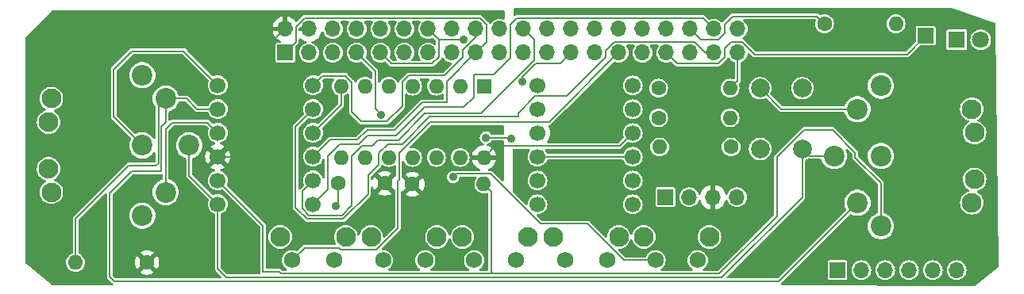
<source format=gtl>
G04 #@! TF.GenerationSoftware,KiCad,Pcbnew,7.0.7*
G04 #@! TF.CreationDate,2023-09-14T21:09:40+02:00*
G04 #@! TF.ProjectId,Pi1541ZeroPCB2,50693135-3431-45a6-9572-6f504342322e,rev?*
G04 #@! TF.SameCoordinates,Original*
G04 #@! TF.FileFunction,Copper,L1,Top*
G04 #@! TF.FilePolarity,Positive*
%FSLAX46Y46*%
G04 Gerber Fmt 4.6, Leading zero omitted, Abs format (unit mm)*
G04 Created by KiCad (PCBNEW 7.0.7) date 2023-09-14 21:09:40*
%MOMM*%
%LPD*%
G01*
G04 APERTURE LIST*
G04 #@! TA.AperFunction,ComponentPad*
%ADD10C,1.600000*%
G04 #@! TD*
G04 #@! TA.AperFunction,ComponentPad*
%ADD11O,1.600000X1.600000*%
G04 #@! TD*
G04 #@! TA.AperFunction,ComponentPad*
%ADD12R,1.700000X1.700000*%
G04 #@! TD*
G04 #@! TA.AperFunction,ComponentPad*
%ADD13R,1.600000X1.600000*%
G04 #@! TD*
G04 #@! TA.AperFunction,ComponentPad*
%ADD14O,1.700000X1.700000*%
G04 #@! TD*
G04 #@! TA.AperFunction,ComponentPad*
%ADD15R,1.800000X1.800000*%
G04 #@! TD*
G04 #@! TA.AperFunction,ComponentPad*
%ADD16C,1.800000*%
G04 #@! TD*
G04 #@! TA.AperFunction,ComponentPad*
%ADD17C,2.100000*%
G04 #@! TD*
G04 #@! TA.AperFunction,ComponentPad*
%ADD18C,1.750000*%
G04 #@! TD*
G04 #@! TA.AperFunction,ComponentPad*
%ADD19C,2.200000*%
G04 #@! TD*
G04 #@! TA.AperFunction,ComponentPad*
%ADD20C,1.700000*%
G04 #@! TD*
G04 #@! TA.AperFunction,ComponentPad*
%ADD21C,2.000000*%
G04 #@! TD*
G04 #@! TA.AperFunction,ViaPad*
%ADD22C,0.900000*%
G04 #@! TD*
G04 #@! TA.AperFunction,Conductor*
%ADD23C,0.200000*%
G04 #@! TD*
G04 APERTURE END LIST*
D10*
X121931725Y-88813509D03*
D11*
X129551725Y-88813509D03*
D10*
X165898163Y-71683844D03*
D11*
X173518163Y-71683844D03*
D10*
X148209999Y-78557420D03*
D11*
X155829999Y-78557420D03*
D12*
X176682871Y-72952633D03*
D13*
X129583916Y-78344987D03*
D11*
X127043916Y-78344987D03*
X124503916Y-78344987D03*
X121963916Y-78344987D03*
X119423916Y-78344987D03*
X116883916Y-78344987D03*
X114343916Y-78344987D03*
X114343916Y-85964987D03*
X116883916Y-85964987D03*
X119423916Y-85964987D03*
X121963916Y-85964987D03*
X124503916Y-85964987D03*
X127043916Y-85964987D03*
X129583916Y-85964987D03*
D12*
X148928628Y-90202200D03*
D14*
X151468628Y-90202200D03*
X154008628Y-90202200D03*
X156548628Y-90202200D03*
D15*
X180011021Y-73388780D03*
D16*
X182551021Y-73388780D03*
D17*
X134275790Y-94453487D03*
X127265790Y-94453487D03*
D18*
X133025790Y-96943487D03*
X128525790Y-96943487D03*
D17*
X83426789Y-89677170D03*
X83126789Y-87177170D03*
X83126789Y-82177170D03*
X83426789Y-79677170D03*
D19*
X93126789Y-92177170D03*
X95626789Y-89677170D03*
X93126789Y-84677170D03*
X95626789Y-79677170D03*
X93126789Y-77177170D03*
X98126789Y-84677170D03*
D17*
X124553633Y-94453487D03*
X117543633Y-94453487D03*
D18*
X123303633Y-96943487D03*
X118803633Y-96943487D03*
D17*
X114847456Y-94453487D03*
X107837456Y-94453487D03*
D18*
X113597456Y-96943487D03*
X109097456Y-96943487D03*
D17*
X181603593Y-80807085D03*
X181903593Y-83307085D03*
X181903593Y-88307085D03*
X181603593Y-90807085D03*
D19*
X171903593Y-78307085D03*
X169403593Y-80807085D03*
X171903593Y-85807085D03*
X169403593Y-90807085D03*
X171903593Y-93307085D03*
X166903593Y-85807085D03*
D17*
X143950308Y-94453487D03*
X136940308Y-94453487D03*
D18*
X142700308Y-96943487D03*
X138200308Y-96943487D03*
D10*
X119001414Y-88718982D03*
X114001414Y-88718982D03*
D20*
X135278937Y-78265688D03*
X135278937Y-80805688D03*
X135278937Y-83345688D03*
X135278937Y-85885688D03*
X135278937Y-88425688D03*
X135278937Y-90965688D03*
X145438937Y-90965688D03*
X145438937Y-88425688D03*
X145438937Y-85885688D03*
X145438937Y-83345688D03*
X145438937Y-80805688D03*
X145438937Y-78265688D03*
X111345072Y-90960845D03*
X111345072Y-88420845D03*
X111345072Y-85880845D03*
X111345072Y-83340845D03*
X111345072Y-80800845D03*
X111345072Y-78260845D03*
X101185072Y-78260845D03*
X101185072Y-80800845D03*
X101185072Y-83340845D03*
X101185072Y-85880845D03*
X101185072Y-88420845D03*
X101185072Y-90960845D03*
D12*
X167278634Y-97995524D03*
D14*
X169818634Y-97995524D03*
X172358634Y-97995524D03*
X174898634Y-97995524D03*
X177438634Y-97995524D03*
X179978634Y-97995524D03*
D10*
X148209999Y-81724046D03*
D11*
X155829999Y-81724046D03*
D10*
X155924525Y-84843410D03*
D11*
X148304525Y-84843410D03*
D17*
X153624825Y-94453487D03*
X146614825Y-94453487D03*
D18*
X152374825Y-96943487D03*
X147874825Y-96943487D03*
D10*
X93621139Y-97179074D03*
D11*
X86001139Y-97179074D03*
D21*
X163533245Y-78557420D03*
X163533245Y-85057420D03*
X159033245Y-78557420D03*
X159033245Y-85057420D03*
D12*
X108370000Y-74770000D03*
D14*
X108370000Y-72230000D03*
X110910000Y-74770000D03*
X110910000Y-72230000D03*
X113450000Y-74770000D03*
X113450000Y-72230000D03*
X115990000Y-74770000D03*
X115990000Y-72230000D03*
X118530000Y-74770000D03*
X118530000Y-72230000D03*
X121070000Y-74770000D03*
X121070000Y-72230000D03*
X123610000Y-74770000D03*
X123610000Y-72230000D03*
X126150000Y-74770000D03*
X126150000Y-72230000D03*
X128690000Y-74770000D03*
X128690000Y-72230000D03*
X131230000Y-74770000D03*
X131230000Y-72230000D03*
X133770000Y-74770000D03*
X133770000Y-72230000D03*
X136310000Y-74770000D03*
X136310000Y-72230000D03*
X138850000Y-74770000D03*
X138850000Y-72230000D03*
X141390000Y-74770000D03*
X141390000Y-72230000D03*
X143930000Y-74770000D03*
X143930000Y-72230000D03*
X146470000Y-74770000D03*
X146470000Y-72230000D03*
X149010000Y-74770000D03*
X149010000Y-72230000D03*
X151550000Y-74770000D03*
X151550000Y-72230000D03*
X154090000Y-74770000D03*
X154090000Y-72230000D03*
X156630000Y-74770000D03*
X156630000Y-72230000D03*
D22*
X113764664Y-91129400D03*
X133696137Y-77834925D03*
X127400607Y-73334306D03*
X118585499Y-81378019D03*
X126289381Y-88064009D03*
X132480845Y-83986188D03*
X129786849Y-83850885D03*
D23*
X94845336Y-86544883D02*
X94845336Y-80458623D01*
X91678546Y-86828476D02*
X94561743Y-86828476D01*
X86001139Y-92505883D02*
X91678546Y-86828476D01*
X86001139Y-97179074D02*
X86001139Y-92505883D01*
X94561743Y-86828476D02*
X94845336Y-86544883D01*
X94845336Y-80458623D02*
X95626789Y-79677170D01*
X89646129Y-98692122D02*
X90118131Y-99164124D01*
X89646129Y-89806204D02*
X89646129Y-98692122D01*
X92009405Y-87442928D02*
X89646129Y-89806204D01*
X95176195Y-82669110D02*
X95176195Y-87442928D01*
X95626789Y-82218516D02*
X95176195Y-82669110D01*
X95176195Y-87442928D02*
X92009405Y-87442928D01*
X95626789Y-79677170D02*
X95626789Y-82218516D01*
X90118131Y-99164124D02*
X161046553Y-99164124D01*
X124760000Y-73380000D02*
X124760000Y-75246346D01*
X133696137Y-77340656D02*
X133696137Y-77834925D01*
X114001414Y-90892650D02*
X114001414Y-88718982D01*
X135278937Y-85885688D02*
X145438937Y-85885688D01*
X113764664Y-91129400D02*
X114001414Y-90892650D01*
X135116793Y-75920000D02*
X133696137Y-77340656D01*
X95626789Y-82929748D02*
X96311994Y-82244543D01*
X127354913Y-73380000D02*
X124760000Y-73380000D01*
X124760000Y-75246346D02*
X124048396Y-75957950D01*
X156630000Y-77757419D02*
X155829999Y-78557420D01*
X114343916Y-80342001D02*
X114343916Y-78344987D01*
X95626789Y-89677170D02*
X95626789Y-82929748D01*
X137700000Y-75920000D02*
X135116793Y-75920000D01*
X138850000Y-74770000D02*
X137700000Y-75920000D01*
X124048396Y-75957950D02*
X119717950Y-75957950D01*
X156630000Y-74770000D02*
X156630000Y-77757419D01*
X169403593Y-80807085D02*
X161282910Y-80807085D01*
X123610000Y-72230000D02*
X124760000Y-73380000D01*
X127400607Y-73334306D02*
X127354913Y-73380000D01*
X96311994Y-82244543D02*
X100088770Y-82244543D01*
X119717950Y-75957950D02*
X118530000Y-74770000D01*
X111345072Y-83340845D02*
X114343916Y-80342001D01*
X100088770Y-82244543D02*
X101185072Y-83340845D01*
X161282910Y-80807085D02*
X159033245Y-78557420D01*
X126289381Y-88064009D02*
X126639881Y-87713509D01*
X115990000Y-74770000D02*
X117983916Y-76763916D01*
X126639881Y-87713509D02*
X130293795Y-87713509D01*
X135625790Y-93045504D02*
X140633136Y-93045504D01*
X140633136Y-93045504D02*
X144531119Y-96943487D01*
X144531119Y-96943487D02*
X147874825Y-96943487D01*
X117983916Y-80776436D02*
X118585499Y-81378019D01*
X130293795Y-87713509D02*
X135625790Y-93045504D01*
X117983916Y-76763916D02*
X117983916Y-80776436D01*
X132345542Y-83850885D02*
X132480845Y-83986188D01*
X129786849Y-83850885D02*
X132345542Y-83850885D01*
X127300000Y-75267211D02*
X125362270Y-77204941D01*
X127300000Y-74495574D02*
X127300000Y-75267211D01*
X119221814Y-82127519D02*
X116483498Y-82127519D01*
X115466135Y-81110156D02*
X115466135Y-77908797D01*
X125362270Y-77204941D02*
X121533960Y-77204941D01*
X114802325Y-77244987D02*
X112360930Y-77244987D01*
X121533960Y-77204941D02*
X120854127Y-77884775D01*
X116483498Y-82127519D02*
X115466135Y-81110156D01*
X112360930Y-77244987D02*
X111345072Y-78260845D01*
X115466135Y-77908797D02*
X114802325Y-77244987D01*
X120854127Y-77884775D02*
X120854127Y-80495206D01*
X120854127Y-80495206D02*
X119221814Y-82127519D01*
X128690000Y-73105574D02*
X127300000Y-74495574D01*
X128690000Y-72230000D02*
X128690000Y-73105574D01*
X120428759Y-84087200D02*
X118254658Y-84087200D01*
X117621007Y-84720851D02*
X116572417Y-84720851D01*
X123286439Y-81229520D02*
X120428759Y-84087200D01*
X110195072Y-89570845D02*
X110195072Y-91437191D01*
X110195072Y-91437191D02*
X110903436Y-92145555D01*
X114402716Y-92145555D02*
X115466135Y-91082136D01*
X115466135Y-85827133D02*
X115466135Y-91082136D01*
X111345072Y-88420845D02*
X110195072Y-89570845D01*
X134920000Y-75551107D02*
X129241587Y-81229520D01*
X133770000Y-72230000D02*
X134920000Y-73380000D01*
X116572417Y-84720851D02*
X115466135Y-85827133D01*
X118254658Y-84087200D02*
X117621007Y-84720851D01*
X129241587Y-81229520D02*
X123286439Y-81229520D01*
X110903436Y-92145555D02*
X114402716Y-92145555D01*
X134920000Y-73380000D02*
X134920000Y-75551107D01*
X110421551Y-95619392D02*
X114104172Y-95619392D01*
X118102822Y-95803487D02*
X120381496Y-93524813D01*
X136504312Y-82195688D02*
X123837580Y-82195688D01*
X120381496Y-88483298D02*
X120523916Y-88340878D01*
X120523916Y-85509352D02*
X120523916Y-88340878D01*
X114288267Y-95803487D02*
X118102822Y-95803487D01*
X123837580Y-82195688D02*
X120523916Y-85509352D01*
X109097456Y-96943487D02*
X110421551Y-95619392D01*
X114104172Y-95619392D02*
X114288267Y-95803487D01*
X120381496Y-93524813D02*
X120381496Y-88483298D01*
X143930000Y-74770000D02*
X136504312Y-82195688D01*
X155240000Y-75246346D02*
X154566346Y-75920000D01*
X150160000Y-75920000D02*
X149010000Y-74770000D01*
X157106346Y-73620000D02*
X155913654Y-73620000D01*
X174685504Y-74950000D02*
X158436346Y-74950000D01*
X155240000Y-74293654D02*
X155240000Y-75246346D01*
X154566346Y-75920000D02*
X150160000Y-75920000D01*
X155913654Y-73620000D02*
X155240000Y-74293654D01*
X158436346Y-74950000D02*
X157106346Y-73620000D01*
X176682871Y-72952633D02*
X174685504Y-74950000D01*
X155240000Y-72706346D02*
X154566346Y-73380000D01*
X156082077Y-70883845D02*
X155240000Y-71725922D01*
X165898163Y-71683844D02*
X165098164Y-70883845D01*
X154566346Y-73380000D02*
X152700000Y-73380000D01*
X165098164Y-70883845D02*
X156082077Y-70883845D01*
X155240000Y-71725922D02*
X155240000Y-72706346D01*
X152700000Y-73380000D02*
X151550000Y-72230000D01*
X117225867Y-89889561D02*
X117225867Y-87879245D01*
X111345072Y-80800845D02*
X109489092Y-82656825D01*
X109489092Y-82656825D02*
X109489092Y-91296897D01*
X118323916Y-85509352D02*
X119320700Y-84512568D01*
X119320700Y-84512568D02*
X120854127Y-84512568D01*
X153176346Y-74770000D02*
X152026346Y-73620000D01*
X120854127Y-84512568D02*
X123737175Y-81629520D01*
X133237054Y-81221225D02*
X135042591Y-79415688D01*
X123737175Y-81629520D02*
X133237054Y-81629520D01*
X152026346Y-73620000D02*
X143442195Y-73620000D01*
X135042591Y-79415688D02*
X138370657Y-79415688D01*
X142540000Y-75246346D02*
X142540000Y-74522196D01*
X133237054Y-81629520D02*
X133237054Y-81221225D01*
X117225867Y-87879245D02*
X118323916Y-86781196D01*
X109489092Y-91296897D02*
X110739487Y-92547292D01*
X154090000Y-74770000D02*
X153176346Y-74770000D01*
X142540000Y-74522196D02*
X143442196Y-73620000D01*
X114568136Y-92547292D02*
X117225867Y-89889561D01*
X110739487Y-92547292D02*
X114568136Y-92547292D01*
X138370657Y-79415688D02*
X142540000Y-75246346D01*
X118323916Y-86781196D02*
X118323916Y-85509352D01*
X130590322Y-77071831D02*
X128483916Y-77071831D01*
X128483916Y-79529511D02*
X127423695Y-80589732D01*
X117113013Y-83614569D02*
X116191382Y-84536200D01*
X123263073Y-80589732D02*
X120238236Y-83614569D01*
X112901414Y-85851854D02*
X112901414Y-89404503D01*
X128483916Y-77071831D02*
X128483916Y-79529511D01*
X154090000Y-72230000D02*
X152940000Y-71080000D01*
X132380000Y-71753654D02*
X132380000Y-75282153D01*
X116191382Y-84536200D02*
X114217068Y-84536200D01*
X132380000Y-75282153D02*
X130590322Y-77071831D01*
X127423695Y-80589732D02*
X123263073Y-80589732D01*
X114217068Y-84536200D02*
X112901414Y-85851854D01*
X152940000Y-71080000D02*
X133053654Y-71080000D01*
X133053654Y-71080000D02*
X132380000Y-71753654D01*
X112901414Y-89404503D02*
X111345072Y-90960845D01*
X120238236Y-83614569D02*
X117113013Y-83614569D01*
X129583916Y-85964987D02*
X130813215Y-84735688D01*
X102542034Y-85880845D02*
X105918993Y-82503886D01*
X144048937Y-84735688D02*
X145438937Y-83345688D01*
X130813215Y-84735688D02*
X144048937Y-84735688D01*
X108370000Y-72230000D02*
X106155308Y-74444692D01*
X106202571Y-74491955D02*
X105918993Y-74775533D01*
X105918993Y-74775533D02*
X105918993Y-82503886D01*
X106155308Y-74444692D02*
X106202571Y-74491955D01*
X101185072Y-85880845D02*
X102542034Y-85880845D01*
X129166346Y-71080000D02*
X110433654Y-71080000D01*
X113154045Y-84071872D02*
X111345072Y-85880845D01*
X120039079Y-83047412D02*
X117114484Y-83047412D01*
X110433654Y-71080000D02*
X109520000Y-71993654D01*
X125603916Y-80093620D02*
X122992870Y-80093620D01*
X109520000Y-71993654D02*
X109520000Y-73620000D01*
X117114484Y-83047412D02*
X116090024Y-84071872D01*
X122992870Y-80093620D02*
X120039079Y-83047412D01*
X128690000Y-74770000D02*
X125603916Y-77856084D01*
X116090024Y-84071872D02*
X113154045Y-84071872D01*
X109520000Y-73620000D02*
X108370000Y-74770000D01*
X129840000Y-71753654D02*
X129166346Y-71080000D01*
X128690000Y-74770000D02*
X129840000Y-73620000D01*
X125603916Y-77856084D02*
X125603916Y-80093620D01*
X129840000Y-73620000D02*
X129840000Y-71753654D01*
X90065681Y-76556674D02*
X92009898Y-74612457D01*
X93126789Y-84677170D02*
X90065681Y-81616062D01*
X92009898Y-74612457D02*
X97635718Y-74612457D01*
X90065681Y-81616062D02*
X90065681Y-76556674D01*
X97635718Y-74711491D02*
X101185072Y-78260845D01*
X97635718Y-74612457D02*
X97635718Y-74711491D01*
X169403593Y-90807085D02*
X161046554Y-99164124D01*
X98942880Y-80800845D02*
X101185072Y-80800845D01*
X95626789Y-79677170D02*
X97819205Y-79677170D01*
X97819205Y-79677170D02*
X98942880Y-80800845D01*
X154682443Y-98364124D02*
X130495795Y-98364124D01*
X107722172Y-98171599D02*
X106004066Y-98171599D01*
X130351724Y-89613508D02*
X130351724Y-98220053D01*
X106004066Y-93239839D02*
X101185072Y-88420845D01*
X166732801Y-83004459D02*
X163747728Y-83004459D01*
X171903593Y-88685764D02*
X169173415Y-85955586D01*
X107914697Y-98364124D02*
X107722172Y-98171599D01*
X163747728Y-83004459D02*
X160817417Y-85934770D01*
X130351724Y-98220053D02*
X130495795Y-98364124D01*
X169173415Y-85445073D02*
X166732801Y-83004459D01*
X106004066Y-98171599D02*
X106004066Y-93239839D01*
X171903593Y-93307085D02*
X171903593Y-88685764D01*
X120806864Y-98364124D02*
X107914697Y-98364124D01*
X169173415Y-85955586D02*
X169173415Y-85445073D01*
X160817417Y-92229150D02*
X154682443Y-98364124D01*
X160817417Y-85934770D02*
X160817417Y-92229150D01*
X130495795Y-98364124D02*
X120806864Y-98364124D01*
X129551725Y-88813509D02*
X130351724Y-89613508D01*
X101185072Y-97842598D02*
X102106598Y-98764124D01*
X101185072Y-90960845D02*
X101185072Y-97842598D01*
X163533245Y-90185319D02*
X154954440Y-98764124D01*
X98126789Y-87902562D02*
X101185072Y-90960845D01*
X164282910Y-85807085D02*
X163533245Y-85057420D01*
X102106598Y-98764124D02*
X154954440Y-98764124D01*
X166903593Y-85807085D02*
X164282910Y-85807085D01*
X163533245Y-85057420D02*
X163533245Y-90185319D01*
X98126789Y-84677170D02*
X98126789Y-87902562D01*
G04 #@! TA.AperFunction,Conductor*
G36*
X131708543Y-70253825D02*
G01*
X131754350Y-70306584D01*
X131765605Y-70358807D01*
X131761882Y-71126981D01*
X131741872Y-71193924D01*
X131688847Y-71239423D01*
X131619641Y-71249031D01*
X131601888Y-71245041D01*
X131583368Y-71239423D01*
X131435934Y-71194700D01*
X131435932Y-71194699D01*
X131435934Y-71194699D01*
X131248463Y-71176235D01*
X131230000Y-71174417D01*
X131229999Y-71174417D01*
X131024067Y-71194699D01*
X130826043Y-71254769D01*
X130715898Y-71313643D01*
X130643550Y-71352315D01*
X130643548Y-71352316D01*
X130643547Y-71352317D01*
X130483589Y-71483589D01*
X130352315Y-71643548D01*
X130348004Y-71651615D01*
X130299041Y-71701459D01*
X130230903Y-71716918D01*
X130165224Y-71693085D01*
X130133431Y-71651552D01*
X130131110Y-71652990D01*
X130108740Y-71616862D01*
X130104731Y-71609256D01*
X130092207Y-71580891D01*
X130092206Y-71580890D01*
X130092206Y-71580889D01*
X130087309Y-71575992D01*
X130069563Y-71553588D01*
X130065918Y-71547701D01*
X130041172Y-71529014D01*
X130034694Y-71523377D01*
X129423268Y-70911951D01*
X129417624Y-70905465D01*
X129410302Y-70895770D01*
X129374970Y-70863560D01*
X129372919Y-70861602D01*
X129359143Y-70847826D01*
X129356932Y-70846311D01*
X129350199Y-70840978D01*
X129327279Y-70820084D01*
X129320816Y-70817580D01*
X129295538Y-70804256D01*
X129289827Y-70800344D01*
X129289824Y-70800343D01*
X129289825Y-70800343D01*
X129259648Y-70793244D01*
X129251440Y-70790703D01*
X129222519Y-70779500D01*
X129215595Y-70779500D01*
X129187204Y-70776206D01*
X129180465Y-70774621D01*
X129149755Y-70778905D01*
X129141180Y-70779500D01*
X110496496Y-70779500D01*
X110487922Y-70778905D01*
X110475893Y-70777227D01*
X110475890Y-70777227D01*
X110450874Y-70778383D01*
X110428145Y-70779434D01*
X110425282Y-70779500D01*
X110405810Y-70779500D01*
X110405805Y-70779500D01*
X110405803Y-70779501D01*
X110403169Y-70779993D01*
X110394639Y-70780982D01*
X110363662Y-70782415D01*
X110363660Y-70782415D01*
X110357319Y-70785215D01*
X110330033Y-70793664D01*
X110323226Y-70794936D01*
X110323220Y-70794939D01*
X110296856Y-70811261D01*
X110289257Y-70815266D01*
X110260891Y-70827792D01*
X110255990Y-70832693D01*
X110233596Y-70850431D01*
X110227702Y-70854080D01*
X110209013Y-70878827D01*
X110203372Y-70885310D01*
X109645071Y-71443609D01*
X109583748Y-71477094D01*
X109514056Y-71472110D01*
X109458123Y-71430238D01*
X109455816Y-71427053D01*
X109408106Y-71358918D01*
X109241082Y-71191894D01*
X109047578Y-71056399D01*
X108833492Y-70956570D01*
X108833486Y-70956567D01*
X108620000Y-70899364D01*
X108620000Y-71617698D01*
X108600315Y-71684737D01*
X108547511Y-71730492D01*
X108478355Y-71740436D01*
X108405766Y-71730000D01*
X108405763Y-71730000D01*
X108334237Y-71730000D01*
X108334233Y-71730000D01*
X108261645Y-71740436D01*
X108192487Y-71730492D01*
X108139684Y-71684736D01*
X108120000Y-71617698D01*
X108120000Y-70899364D01*
X108119999Y-70899364D01*
X107906513Y-70956567D01*
X107906507Y-70956570D01*
X107692422Y-71056399D01*
X107692420Y-71056400D01*
X107498926Y-71191886D01*
X107498920Y-71191891D01*
X107331891Y-71358920D01*
X107331886Y-71358926D01*
X107196400Y-71552420D01*
X107196399Y-71552422D01*
X107096570Y-71766507D01*
X107096567Y-71766513D01*
X107039364Y-71979999D01*
X107039364Y-71980000D01*
X107756653Y-71980000D01*
X107823692Y-71999685D01*
X107869447Y-72052489D01*
X107879391Y-72121647D01*
X107875631Y-72138933D01*
X107870000Y-72158111D01*
X107870000Y-72301888D01*
X107875631Y-72321067D01*
X107875630Y-72390936D01*
X107837855Y-72449714D01*
X107774299Y-72478738D01*
X107756653Y-72480000D01*
X107039364Y-72480000D01*
X107096567Y-72693486D01*
X107096570Y-72693492D01*
X107196399Y-72907578D01*
X107331894Y-73101082D01*
X107498917Y-73268105D01*
X107692421Y-73403600D01*
X107862948Y-73483118D01*
X107915387Y-73529290D01*
X107934539Y-73596484D01*
X107914323Y-73663365D01*
X107861158Y-73708700D01*
X107810543Y-73719500D01*
X107500247Y-73719500D01*
X107441770Y-73731131D01*
X107441769Y-73731132D01*
X107375447Y-73775447D01*
X107331132Y-73841769D01*
X107331131Y-73841770D01*
X107319500Y-73900247D01*
X107319500Y-75639752D01*
X107331131Y-75698229D01*
X107331132Y-75698230D01*
X107375447Y-75764552D01*
X107441769Y-75808867D01*
X107441770Y-75808868D01*
X107500247Y-75820499D01*
X107500250Y-75820500D01*
X107500252Y-75820500D01*
X109239750Y-75820500D01*
X109239751Y-75820499D01*
X109254568Y-75817552D01*
X109298229Y-75808868D01*
X109298229Y-75808867D01*
X109298231Y-75808867D01*
X109364552Y-75764552D01*
X109408867Y-75698231D01*
X109408867Y-75698229D01*
X109408868Y-75698229D01*
X109420499Y-75639752D01*
X109420500Y-75639750D01*
X109420500Y-74195833D01*
X109440185Y-74128794D01*
X109456819Y-74108152D01*
X109469881Y-74095090D01*
X109688063Y-73876907D01*
X109694536Y-73871276D01*
X109704224Y-73863959D01*
X109704228Y-73863958D01*
X109736449Y-73828611D01*
X109738357Y-73826613D01*
X109752175Y-73812797D01*
X109753692Y-73810581D01*
X109759017Y-73803856D01*
X109779916Y-73780933D01*
X109782415Y-73774480D01*
X109795749Y-73749184D01*
X109799657Y-73743480D01*
X109806757Y-73713291D01*
X109809291Y-73705106D01*
X109820500Y-73676173D01*
X109820500Y-73669248D01*
X109823795Y-73640855D01*
X109825378Y-73634123D01*
X109825379Y-73634119D01*
X109821095Y-73603408D01*
X109820500Y-73594833D01*
X109820500Y-73349050D01*
X109840185Y-73282011D01*
X109892989Y-73236256D01*
X109962147Y-73226312D01*
X110025703Y-73255337D01*
X110032181Y-73261369D01*
X110038917Y-73268105D01*
X110232421Y-73403600D01*
X110446507Y-73503429D01*
X110446516Y-73503433D01*
X110568649Y-73536158D01*
X110628310Y-73572523D01*
X110658839Y-73635369D01*
X110650545Y-73704745D01*
X110606059Y-73758623D01*
X110572552Y-73774593D01*
X110506046Y-73794767D01*
X110376604Y-73863957D01*
X110323550Y-73892315D01*
X110323548Y-73892316D01*
X110323547Y-73892317D01*
X110163589Y-74023589D01*
X110040354Y-74173754D01*
X110032315Y-74183550D01*
X109997637Y-74248427D01*
X109934769Y-74366043D01*
X109934768Y-74366045D01*
X109934768Y-74366046D01*
X109930224Y-74381026D01*
X109874699Y-74564067D01*
X109854417Y-74770000D01*
X109874699Y-74975932D01*
X109874700Y-74975934D01*
X109934768Y-75173954D01*
X110032315Y-75356450D01*
X110057718Y-75387404D01*
X110163589Y-75516410D01*
X110247120Y-75584961D01*
X110323550Y-75647685D01*
X110506046Y-75745232D01*
X110704066Y-75805300D01*
X110704065Y-75805300D01*
X110724347Y-75807297D01*
X110910000Y-75825583D01*
X111115934Y-75805300D01*
X111313954Y-75745232D01*
X111496450Y-75647685D01*
X111656410Y-75516410D01*
X111787685Y-75356450D01*
X111885232Y-75173954D01*
X111945300Y-74975934D01*
X111965583Y-74770000D01*
X112394417Y-74770000D01*
X112414699Y-74975932D01*
X112414700Y-74975934D01*
X112474768Y-75173954D01*
X112572315Y-75356450D01*
X112597718Y-75387404D01*
X112703589Y-75516410D01*
X112787120Y-75584961D01*
X112863550Y-75647685D01*
X113046046Y-75745232D01*
X113244066Y-75805300D01*
X113244065Y-75805300D01*
X113262529Y-75807118D01*
X113450000Y-75825583D01*
X113655934Y-75805300D01*
X113853954Y-75745232D01*
X114036450Y-75647685D01*
X114196410Y-75516410D01*
X114327685Y-75356450D01*
X114425232Y-75173954D01*
X114485300Y-74975934D01*
X114505583Y-74770000D01*
X114485300Y-74564066D01*
X114425232Y-74366046D01*
X114327685Y-74183550D01*
X114255088Y-74095090D01*
X114196410Y-74023589D01*
X114061723Y-73913056D01*
X114036450Y-73892315D01*
X113853954Y-73794768D01*
X113655934Y-73734700D01*
X113655932Y-73734699D01*
X113655934Y-73734699D01*
X113468463Y-73716235D01*
X113450000Y-73714417D01*
X113449999Y-73714417D01*
X113244067Y-73734699D01*
X113068692Y-73787898D01*
X113046050Y-73794767D01*
X113046043Y-73794769D01*
X112950167Y-73846017D01*
X112863550Y-73892315D01*
X112863548Y-73892316D01*
X112863547Y-73892317D01*
X112703589Y-74023589D01*
X112580354Y-74173754D01*
X112572315Y-74183550D01*
X112537637Y-74248427D01*
X112474769Y-74366043D01*
X112474768Y-74366045D01*
X112474768Y-74366046D01*
X112470224Y-74381026D01*
X112414699Y-74564067D01*
X112394417Y-74770000D01*
X111965583Y-74770000D01*
X111945300Y-74564066D01*
X111885232Y-74366046D01*
X111787685Y-74183550D01*
X111715088Y-74095090D01*
X111656410Y-74023589D01*
X111521723Y-73913056D01*
X111496450Y-73892315D01*
X111313954Y-73794768D01*
X111247447Y-73774593D01*
X111189009Y-73736296D01*
X111160553Y-73672484D01*
X111171113Y-73603417D01*
X111217337Y-73551023D01*
X111251350Y-73536158D01*
X111373483Y-73503433D01*
X111373492Y-73503429D01*
X111587578Y-73403600D01*
X111781082Y-73268105D01*
X111948105Y-73101082D01*
X112083600Y-72907578D01*
X112183429Y-72693492D01*
X112183433Y-72693483D01*
X112216158Y-72571350D01*
X112252522Y-72511690D01*
X112315369Y-72481160D01*
X112384745Y-72489454D01*
X112438623Y-72533939D01*
X112454593Y-72567447D01*
X112474768Y-72633954D01*
X112572315Y-72816450D01*
X112580354Y-72826245D01*
X112703589Y-72976410D01*
X112769884Y-73030816D01*
X112863550Y-73107685D01*
X113046046Y-73205232D01*
X113244066Y-73265300D01*
X113244065Y-73265300D01*
X113264347Y-73267297D01*
X113450000Y-73285583D01*
X113655934Y-73265300D01*
X113853954Y-73205232D01*
X114036450Y-73107685D01*
X114196410Y-72976410D01*
X114327685Y-72816450D01*
X114425232Y-72633954D01*
X114485300Y-72435934D01*
X114505583Y-72230000D01*
X114485300Y-72024066D01*
X114425232Y-71826046D01*
X114327685Y-71643550D01*
X114278129Y-71583165D01*
X114250816Y-71518855D01*
X114262607Y-71449987D01*
X114309760Y-71398427D01*
X114373982Y-71380500D01*
X115066018Y-71380500D01*
X115133057Y-71400185D01*
X115178812Y-71452989D01*
X115188756Y-71522147D01*
X115161871Y-71583165D01*
X115112317Y-71643546D01*
X115014769Y-71826043D01*
X114954699Y-72024067D01*
X114934417Y-72230000D01*
X114954699Y-72435932D01*
X114954700Y-72435934D01*
X115014768Y-72633954D01*
X115112315Y-72816450D01*
X115120354Y-72826245D01*
X115243589Y-72976410D01*
X115309884Y-73030816D01*
X115403550Y-73107685D01*
X115586046Y-73205232D01*
X115784066Y-73265300D01*
X115784065Y-73265300D01*
X115802529Y-73267118D01*
X115990000Y-73285583D01*
X116195934Y-73265300D01*
X116393954Y-73205232D01*
X116576450Y-73107685D01*
X116736410Y-72976410D01*
X116867685Y-72816450D01*
X116965232Y-72633954D01*
X117025300Y-72435934D01*
X117045583Y-72230000D01*
X117025300Y-72024066D01*
X116965232Y-71826046D01*
X116867685Y-71643550D01*
X116818129Y-71583165D01*
X116790816Y-71518855D01*
X116802607Y-71449987D01*
X116849760Y-71398427D01*
X116913982Y-71380500D01*
X117606018Y-71380500D01*
X117673057Y-71400185D01*
X117718812Y-71452989D01*
X117728756Y-71522147D01*
X117701871Y-71583165D01*
X117652317Y-71643546D01*
X117554769Y-71826043D01*
X117494699Y-72024067D01*
X117474417Y-72230000D01*
X117494699Y-72435932D01*
X117494700Y-72435934D01*
X117554768Y-72633954D01*
X117652315Y-72816450D01*
X117660354Y-72826245D01*
X117783589Y-72976410D01*
X117849884Y-73030816D01*
X117943550Y-73107685D01*
X118126046Y-73205232D01*
X118324066Y-73265300D01*
X118324065Y-73265300D01*
X118342529Y-73267118D01*
X118530000Y-73285583D01*
X118735934Y-73265300D01*
X118933954Y-73205232D01*
X119116450Y-73107685D01*
X119276410Y-72976410D01*
X119407685Y-72816450D01*
X119505232Y-72633954D01*
X119565300Y-72435934D01*
X119585583Y-72230000D01*
X119565300Y-72024066D01*
X119505232Y-71826046D01*
X119407685Y-71643550D01*
X119358129Y-71583165D01*
X119330816Y-71518855D01*
X119342607Y-71449987D01*
X119389760Y-71398427D01*
X119453982Y-71380500D01*
X120146018Y-71380500D01*
X120213057Y-71400185D01*
X120258812Y-71452989D01*
X120268756Y-71522147D01*
X120241871Y-71583165D01*
X120192317Y-71643546D01*
X120094769Y-71826043D01*
X120034699Y-72024067D01*
X120014417Y-72230000D01*
X120034699Y-72435932D01*
X120034700Y-72435934D01*
X120094768Y-72633954D01*
X120192315Y-72816450D01*
X120200354Y-72826245D01*
X120323589Y-72976410D01*
X120389884Y-73030816D01*
X120483550Y-73107685D01*
X120666046Y-73205232D01*
X120864066Y-73265300D01*
X120864065Y-73265300D01*
X120882529Y-73267118D01*
X121070000Y-73285583D01*
X121275934Y-73265300D01*
X121473954Y-73205232D01*
X121656450Y-73107685D01*
X121816410Y-72976410D01*
X121947685Y-72816450D01*
X122045232Y-72633954D01*
X122105300Y-72435934D01*
X122125583Y-72230000D01*
X122105300Y-72024066D01*
X122045232Y-71826046D01*
X121947685Y-71643550D01*
X121898129Y-71583165D01*
X121870816Y-71518855D01*
X121882607Y-71449987D01*
X121929760Y-71398427D01*
X121993982Y-71380500D01*
X122686018Y-71380500D01*
X122753057Y-71400185D01*
X122798812Y-71452989D01*
X122808756Y-71522147D01*
X122781871Y-71583165D01*
X122732317Y-71643546D01*
X122634769Y-71826043D01*
X122574699Y-72024067D01*
X122554417Y-72230000D01*
X122574699Y-72435932D01*
X122574700Y-72435934D01*
X122634768Y-72633954D01*
X122732315Y-72816450D01*
X122740354Y-72826245D01*
X122863589Y-72976410D01*
X122929884Y-73030816D01*
X123023550Y-73107685D01*
X123206046Y-73205232D01*
X123404066Y-73265300D01*
X123404065Y-73265300D01*
X123422529Y-73267118D01*
X123610000Y-73285583D01*
X123815934Y-73265300D01*
X124013954Y-73205232D01*
X124028188Y-73197623D01*
X124096589Y-73183378D01*
X124161834Y-73208375D01*
X124174326Y-73219298D01*
X124423180Y-73468152D01*
X124456665Y-73529475D01*
X124459499Y-73555833D01*
X124459499Y-73846017D01*
X124439814Y-73913056D01*
X124387010Y-73958811D01*
X124317852Y-73968755D01*
X124256835Y-73941871D01*
X124221723Y-73913056D01*
X124196450Y-73892315D01*
X124013954Y-73794768D01*
X123815934Y-73734700D01*
X123815932Y-73734699D01*
X123815934Y-73734699D01*
X123610000Y-73714417D01*
X123404067Y-73734699D01*
X123228692Y-73787898D01*
X123206050Y-73794767D01*
X123206043Y-73794769D01*
X123110167Y-73846017D01*
X123023550Y-73892315D01*
X123023548Y-73892316D01*
X123023547Y-73892317D01*
X122863589Y-74023589D01*
X122740354Y-74173754D01*
X122732315Y-74183550D01*
X122697637Y-74248427D01*
X122634769Y-74366043D01*
X122634768Y-74366045D01*
X122634768Y-74366046D01*
X122630224Y-74381026D01*
X122574699Y-74564067D01*
X122554417Y-74769999D01*
X122574699Y-74975932D01*
X122574700Y-74975934D01*
X122634768Y-75173954D01*
X122732315Y-75356450D01*
X122743291Y-75369824D01*
X122813016Y-75454786D01*
X122840328Y-75519096D01*
X122828537Y-75587963D01*
X122781384Y-75639523D01*
X122717162Y-75657450D01*
X121962838Y-75657450D01*
X121895799Y-75637765D01*
X121850044Y-75584961D01*
X121840100Y-75515803D01*
X121866984Y-75454786D01*
X121919583Y-75390692D01*
X121947685Y-75356450D01*
X122045232Y-75173954D01*
X122105300Y-74975934D01*
X122125583Y-74770000D01*
X122105300Y-74564066D01*
X122045232Y-74366046D01*
X121947685Y-74183550D01*
X121875088Y-74095090D01*
X121816410Y-74023589D01*
X121681723Y-73913056D01*
X121656450Y-73892315D01*
X121473954Y-73794768D01*
X121275934Y-73734700D01*
X121275932Y-73734699D01*
X121275934Y-73734699D01*
X121070000Y-73714417D01*
X120864067Y-73734699D01*
X120688692Y-73787898D01*
X120666050Y-73794767D01*
X120666043Y-73794769D01*
X120570167Y-73846017D01*
X120483550Y-73892315D01*
X120483548Y-73892316D01*
X120483547Y-73892317D01*
X120323589Y-74023589D01*
X120200354Y-74173754D01*
X120192315Y-74183550D01*
X120157637Y-74248427D01*
X120094769Y-74366043D01*
X120094768Y-74366045D01*
X120094768Y-74366046D01*
X120090224Y-74381026D01*
X120034699Y-74564067D01*
X120014417Y-74770000D01*
X120034699Y-74975932D01*
X120034700Y-74975934D01*
X120094768Y-75173954D01*
X120192315Y-75356450D01*
X120203291Y-75369824D01*
X120273016Y-75454786D01*
X120300328Y-75519096D01*
X120288537Y-75587963D01*
X120241384Y-75639523D01*
X120177162Y-75657450D01*
X119893783Y-75657450D01*
X119826744Y-75637765D01*
X119806102Y-75621131D01*
X119519298Y-75334327D01*
X119485813Y-75273004D01*
X119490797Y-75203312D01*
X119497618Y-75188197D01*
X119505232Y-75173954D01*
X119565300Y-74975934D01*
X119585583Y-74770000D01*
X119565300Y-74564066D01*
X119505232Y-74366046D01*
X119407685Y-74183550D01*
X119335088Y-74095090D01*
X119276410Y-74023589D01*
X119141723Y-73913056D01*
X119116450Y-73892315D01*
X118933954Y-73794768D01*
X118735934Y-73734700D01*
X118735932Y-73734699D01*
X118735934Y-73734699D01*
X118530000Y-73714417D01*
X118324067Y-73734699D01*
X118148692Y-73787898D01*
X118126050Y-73794767D01*
X118126043Y-73794769D01*
X118030167Y-73846017D01*
X117943550Y-73892315D01*
X117943548Y-73892316D01*
X117943547Y-73892317D01*
X117783589Y-74023589D01*
X117660354Y-74173754D01*
X117652315Y-74183550D01*
X117617637Y-74248427D01*
X117554769Y-74366043D01*
X117554768Y-74366045D01*
X117554768Y-74366046D01*
X117550224Y-74381026D01*
X117494699Y-74564067D01*
X117474417Y-74770000D01*
X117494699Y-74975932D01*
X117494700Y-74975934D01*
X117554768Y-75173954D01*
X117652315Y-75356450D01*
X117677718Y-75387404D01*
X117783589Y-75516410D01*
X117867120Y-75584961D01*
X117943550Y-75647685D01*
X118126046Y-75745232D01*
X118324066Y-75805300D01*
X118324065Y-75805300D01*
X118342529Y-75807118D01*
X118530000Y-75825583D01*
X118735934Y-75805300D01*
X118933954Y-75745232D01*
X118948191Y-75737621D01*
X119016592Y-75723379D01*
X119081837Y-75748377D01*
X119094327Y-75759298D01*
X119461028Y-76125999D01*
X119466671Y-76132483D01*
X119473991Y-76142176D01*
X119473992Y-76142178D01*
X119488811Y-76155687D01*
X119509325Y-76174389D01*
X119511373Y-76176344D01*
X119525153Y-76190124D01*
X119527363Y-76191638D01*
X119534093Y-76196968D01*
X119543195Y-76205266D01*
X119557014Y-76217864D01*
X119557015Y-76217864D01*
X119557017Y-76217866D01*
X119563480Y-76220369D01*
X119588757Y-76233693D01*
X119594469Y-76237606D01*
X119624652Y-76244704D01*
X119632853Y-76247244D01*
X119661777Y-76258450D01*
X119668701Y-76258450D01*
X119697091Y-76261743D01*
X119703831Y-76263329D01*
X119734540Y-76259045D01*
X119743116Y-76258450D01*
X123985555Y-76258450D01*
X123994129Y-76259045D01*
X124006157Y-76260722D01*
X124006157Y-76260721D01*
X124006161Y-76260723D01*
X124049316Y-76258728D01*
X124053906Y-76258516D01*
X124056769Y-76258450D01*
X124076239Y-76258450D01*
X124076240Y-76258450D01*
X124078864Y-76257959D01*
X124087417Y-76256966D01*
X124088641Y-76256909D01*
X124118388Y-76255535D01*
X124124718Y-76252739D01*
X124152025Y-76244282D01*
X124158829Y-76243011D01*
X124185193Y-76226686D01*
X124192788Y-76222683D01*
X124221161Y-76210156D01*
X124226057Y-76205259D01*
X124248465Y-76187511D01*
X124254348Y-76183869D01*
X124273045Y-76159108D01*
X124278662Y-76152653D01*
X124928059Y-75503256D01*
X124934532Y-75497625D01*
X124944224Y-75490305D01*
X124944228Y-75490304D01*
X124976459Y-75454946D01*
X124978367Y-75452948D01*
X124992174Y-75439143D01*
X124993684Y-75436938D01*
X124999023Y-75430197D01*
X125019013Y-75408269D01*
X125019916Y-75407279D01*
X125022416Y-75400824D01*
X125035749Y-75375528D01*
X125039656Y-75369827D01*
X125039657Y-75369824D01*
X125044297Y-75359317D01*
X125047550Y-75360753D01*
X125072203Y-75317321D01*
X125134069Y-75284849D01*
X125203669Y-75290980D01*
X125258906Y-75333766D01*
X125267785Y-75347975D01*
X125272316Y-75356452D01*
X125403589Y-75516410D01*
X125487120Y-75584961D01*
X125563550Y-75647685D01*
X125746046Y-75745232D01*
X125944066Y-75805300D01*
X126040800Y-75814827D01*
X126105587Y-75840987D01*
X126145946Y-75898022D01*
X126149063Y-75967822D01*
X126116327Y-76025911D01*
X125274118Y-76868122D01*
X125212795Y-76901607D01*
X125186437Y-76904441D01*
X121596801Y-76904441D01*
X121588227Y-76903846D01*
X121576198Y-76902168D01*
X121576195Y-76902168D01*
X121551179Y-76903324D01*
X121528450Y-76904375D01*
X121525587Y-76904441D01*
X121506115Y-76904441D01*
X121505167Y-76904618D01*
X121503475Y-76904934D01*
X121494947Y-76905923D01*
X121465757Y-76907273D01*
X121463968Y-76907356D01*
X121457623Y-76910156D01*
X121430340Y-76918606D01*
X121423528Y-76919879D01*
X121423527Y-76919880D01*
X121398187Y-76935569D01*
X121397166Y-76936201D01*
X121389567Y-76940206D01*
X121361195Y-76952734D01*
X121356297Y-76957633D01*
X121333900Y-76975373D01*
X121328007Y-76979021D01*
X121309315Y-77003772D01*
X121303673Y-77010255D01*
X120994783Y-77319147D01*
X120686075Y-77627855D01*
X120679591Y-77633497D01*
X120669895Y-77640819D01*
X120637686Y-77676149D01*
X120635712Y-77678217D01*
X120621954Y-77691975D01*
X120621949Y-77691981D01*
X120620433Y-77694195D01*
X120615103Y-77700923D01*
X120594210Y-77723841D01*
X120594210Y-77723842D01*
X120591705Y-77730308D01*
X120578384Y-77755580D01*
X120574470Y-77761294D01*
X120574469Y-77761296D01*
X120567369Y-77791476D01*
X120564829Y-77799682D01*
X120553627Y-77828600D01*
X120553627Y-77835526D01*
X120550328Y-77863939D01*
X120549421Y-77867792D01*
X120514899Y-77928537D01*
X120453015Y-77960976D01*
X120383419Y-77954808D01*
X120328205Y-77911992D01*
X120319362Y-77897832D01*
X120259829Y-77786454D01*
X120259825Y-77786447D01*
X120134799Y-77634103D01*
X119982455Y-77509077D01*
X119982448Y-77509073D01*
X119808649Y-77416175D01*
X119808643Y-77416173D01*
X119622016Y-77359560D01*
X119620045Y-77358962D01*
X119423916Y-77339646D01*
X119227786Y-77358962D01*
X119039182Y-77416175D01*
X118865383Y-77509073D01*
X118865376Y-77509077D01*
X118713032Y-77634103D01*
X118588006Y-77786447D01*
X118588004Y-77786451D01*
X118517773Y-77917843D01*
X118468810Y-77967687D01*
X118400672Y-77983147D01*
X118334993Y-77959315D01*
X118292624Y-77903757D01*
X118284416Y-77859394D01*
X118284416Y-76826753D01*
X118285011Y-76818178D01*
X118286687Y-76806155D01*
X118286689Y-76806151D01*
X118284482Y-76758406D01*
X118284416Y-76755543D01*
X118284416Y-76736075D01*
X118284415Y-76736069D01*
X118284217Y-76735012D01*
X118283924Y-76733443D01*
X118282932Y-76724896D01*
X118282746Y-76720869D01*
X118281501Y-76693924D01*
X118278704Y-76687591D01*
X118270248Y-76660284D01*
X118268977Y-76653483D01*
X118252652Y-76627118D01*
X118248651Y-76619528D01*
X118236122Y-76591151D01*
X118231225Y-76586254D01*
X118213479Y-76563850D01*
X118213384Y-76563697D01*
X118209835Y-76557964D01*
X118185087Y-76539275D01*
X118178610Y-76533639D01*
X116979297Y-75334327D01*
X116945813Y-75273004D01*
X116950797Y-75203312D01*
X116957618Y-75188197D01*
X116965232Y-75173954D01*
X117025300Y-74975934D01*
X117045583Y-74770000D01*
X117025300Y-74564066D01*
X116965232Y-74366046D01*
X116867685Y-74183550D01*
X116795088Y-74095090D01*
X116736410Y-74023589D01*
X116601723Y-73913056D01*
X116576450Y-73892315D01*
X116393954Y-73794768D01*
X116195934Y-73734700D01*
X116195932Y-73734699D01*
X116195934Y-73734699D01*
X115990000Y-73714417D01*
X115784067Y-73734699D01*
X115608692Y-73787898D01*
X115586050Y-73794767D01*
X115586043Y-73794769D01*
X115490167Y-73846017D01*
X115403550Y-73892315D01*
X115403548Y-73892316D01*
X115403547Y-73892317D01*
X115243589Y-74023589D01*
X115120354Y-74173754D01*
X115112315Y-74183550D01*
X115077637Y-74248427D01*
X115014769Y-74366043D01*
X115014768Y-74366045D01*
X115014768Y-74366046D01*
X115010224Y-74381026D01*
X114954699Y-74564067D01*
X114934417Y-74769999D01*
X114954699Y-74975932D01*
X114954700Y-74975934D01*
X115014768Y-75173954D01*
X115112315Y-75356450D01*
X115137718Y-75387404D01*
X115243589Y-75516410D01*
X115327120Y-75584961D01*
X115403550Y-75647685D01*
X115586046Y-75745232D01*
X115784066Y-75805300D01*
X115784065Y-75805300D01*
X115804347Y-75807297D01*
X115990000Y-75825583D01*
X116195934Y-75805300D01*
X116393954Y-75745232D01*
X116408191Y-75737621D01*
X116476592Y-75723379D01*
X116541837Y-75748377D01*
X116554327Y-75759298D01*
X117647097Y-76852068D01*
X117680582Y-76913391D01*
X117683416Y-76939749D01*
X117683416Y-77444653D01*
X117663731Y-77511692D01*
X117610927Y-77557447D01*
X117541769Y-77567391D01*
X117480751Y-77540506D01*
X117442455Y-77509078D01*
X117442448Y-77509073D01*
X117268649Y-77416175D01*
X117268643Y-77416173D01*
X117082016Y-77359560D01*
X117080045Y-77358962D01*
X116883916Y-77339646D01*
X116687786Y-77358962D01*
X116499182Y-77416175D01*
X116325383Y-77509073D01*
X116325376Y-77509077D01*
X116173032Y-77634103D01*
X116048006Y-77786447D01*
X116048004Y-77786451D01*
X115996538Y-77882736D01*
X115947575Y-77932580D01*
X115879437Y-77948040D01*
X115813758Y-77924208D01*
X115771389Y-77868650D01*
X115767437Y-77849731D01*
X115766349Y-77849987D01*
X115763720Y-77838810D01*
X115763720Y-77838805D01*
X115760923Y-77832472D01*
X115752467Y-77805165D01*
X115751196Y-77798364D01*
X115734871Y-77771999D01*
X115730870Y-77764409D01*
X115718341Y-77736032D01*
X115713443Y-77731134D01*
X115695698Y-77708731D01*
X115692053Y-77702844D01*
X115667307Y-77684157D01*
X115660829Y-77678520D01*
X115059247Y-77076938D01*
X115053603Y-77070452D01*
X115046281Y-77060757D01*
X115010949Y-77028547D01*
X115008898Y-77026589D01*
X114995122Y-77012813D01*
X114992911Y-77011298D01*
X114986178Y-77005965D01*
X114963258Y-76985071D01*
X114956795Y-76982567D01*
X114931517Y-76969243D01*
X114925806Y-76965331D01*
X114925803Y-76965330D01*
X114925804Y-76965330D01*
X114895627Y-76958231D01*
X114887419Y-76955690D01*
X114858498Y-76944487D01*
X114851574Y-76944487D01*
X114823183Y-76941193D01*
X114816444Y-76939608D01*
X114785734Y-76943892D01*
X114777159Y-76944487D01*
X112423771Y-76944487D01*
X112415197Y-76943892D01*
X112403168Y-76942214D01*
X112403165Y-76942214D01*
X112378149Y-76943370D01*
X112355420Y-76944421D01*
X112352557Y-76944487D01*
X112333085Y-76944487D01*
X112332137Y-76944664D01*
X112330445Y-76944980D01*
X112321917Y-76945969D01*
X112292727Y-76947319D01*
X112290938Y-76947402D01*
X112284593Y-76950202D01*
X112257310Y-76958652D01*
X112250498Y-76959925D01*
X112250497Y-76959926D01*
X112225548Y-76975373D01*
X112224136Y-76976247D01*
X112216537Y-76980252D01*
X112188165Y-76992780D01*
X112183266Y-76997680D01*
X112160872Y-77015418D01*
X112154978Y-77019067D01*
X112136289Y-77043814D01*
X112130648Y-77050297D01*
X111909398Y-77271546D01*
X111848075Y-77305031D01*
X111778383Y-77300047D01*
X111763265Y-77293224D01*
X111749028Y-77285614D01*
X111749027Y-77285613D01*
X111749026Y-77285613D01*
X111551006Y-77225545D01*
X111551004Y-77225544D01*
X111551006Y-77225544D01*
X111345072Y-77205262D01*
X111139139Y-77225544D01*
X110941115Y-77285614D01*
X110842543Y-77338303D01*
X110758622Y-77383160D01*
X110758620Y-77383161D01*
X110758619Y-77383162D01*
X110598661Y-77514434D01*
X110467389Y-77674392D01*
X110467387Y-77674395D01*
X110445670Y-77715025D01*
X110369841Y-77856888D01*
X110369840Y-77856890D01*
X110369840Y-77856891D01*
X110364625Y-77874083D01*
X110309771Y-78054912D01*
X110289489Y-78260844D01*
X110309771Y-78466777D01*
X110339805Y-78565789D01*
X110369840Y-78664799D01*
X110467387Y-78847295D01*
X110467389Y-78847297D01*
X110598661Y-79007255D01*
X110650177Y-79049532D01*
X110758622Y-79138530D01*
X110941118Y-79236077D01*
X111139138Y-79296145D01*
X111139137Y-79296145D01*
X111157601Y-79297963D01*
X111345072Y-79316428D01*
X111551006Y-79296145D01*
X111749026Y-79236077D01*
X111931522Y-79138530D01*
X112091482Y-79007255D01*
X112222757Y-78847295D01*
X112320304Y-78664799D01*
X112380372Y-78466779D01*
X112400655Y-78260845D01*
X112380372Y-78054911D01*
X112320304Y-77856891D01*
X112312692Y-77842651D01*
X112298451Y-77774249D01*
X112323451Y-77709005D01*
X112334360Y-77696526D01*
X112449083Y-77581803D01*
X112510405Y-77548321D01*
X112536763Y-77545487D01*
X113443582Y-77545487D01*
X113510621Y-77565172D01*
X113556376Y-77617976D01*
X113566320Y-77687134D01*
X113539435Y-77748152D01*
X113508007Y-77786447D01*
X113508002Y-77786454D01*
X113415104Y-77960253D01*
X113357891Y-78148857D01*
X113338575Y-78344987D01*
X113357891Y-78541116D01*
X113357892Y-78541119D01*
X113413714Y-78725140D01*
X113415104Y-78729720D01*
X113508002Y-78903519D01*
X113508006Y-78903526D01*
X113633032Y-79055870D01*
X113785376Y-79180896D01*
X113785383Y-79180900D01*
X113959189Y-79273801D01*
X113964813Y-79276131D01*
X113963937Y-79278244D01*
X114013843Y-79310945D01*
X114042304Y-79374755D01*
X114043415Y-79391315D01*
X114043415Y-80166168D01*
X114023730Y-80233207D01*
X114007096Y-80253849D01*
X111909398Y-82351546D01*
X111848075Y-82385031D01*
X111778383Y-82380047D01*
X111763265Y-82373224D01*
X111749028Y-82365614D01*
X111749027Y-82365613D01*
X111749026Y-82365613D01*
X111551006Y-82305545D01*
X111551004Y-82305544D01*
X111551006Y-82305544D01*
X111345072Y-82285262D01*
X111139139Y-82305544D01*
X110941115Y-82365614D01*
X110835048Y-82422309D01*
X110758622Y-82463160D01*
X110758620Y-82463161D01*
X110758619Y-82463162D01*
X110598661Y-82594434D01*
X110467389Y-82754392D01*
X110467387Y-82754395D01*
X110440440Y-82804809D01*
X110369841Y-82936888D01*
X110309771Y-83134912D01*
X110289489Y-83340845D01*
X110309771Y-83546777D01*
X110311252Y-83551658D01*
X110369840Y-83744799D01*
X110467387Y-83927295D01*
X110497743Y-83964284D01*
X110598661Y-84087255D01*
X110646787Y-84126750D01*
X110758622Y-84218530D01*
X110941118Y-84316077D01*
X111139138Y-84376145D01*
X111139137Y-84376145D01*
X111157601Y-84377963D01*
X111345072Y-84396428D01*
X111551006Y-84376145D01*
X111749026Y-84316077D01*
X111931522Y-84218530D01*
X112091482Y-84087255D01*
X112222757Y-83927295D01*
X112320304Y-83744799D01*
X112380372Y-83546779D01*
X112400655Y-83340845D01*
X112380372Y-83134911D01*
X112320304Y-82936891D01*
X112317336Y-82931338D01*
X112312692Y-82922649D01*
X112298451Y-82854246D01*
X112323452Y-82789002D01*
X112334363Y-82776523D01*
X114511975Y-80598911D01*
X114518448Y-80593280D01*
X114528140Y-80585960D01*
X114528144Y-80585959D01*
X114560375Y-80550601D01*
X114562283Y-80548603D01*
X114576090Y-80534798D01*
X114577600Y-80532593D01*
X114582939Y-80525852D01*
X114585284Y-80523279D01*
X114603832Y-80502934D01*
X114606333Y-80496477D01*
X114619666Y-80471185D01*
X114623573Y-80465482D01*
X114630673Y-80435295D01*
X114633212Y-80427093D01*
X114644416Y-80398174D01*
X114644416Y-80391248D01*
X114647710Y-80362857D01*
X114649295Y-80356120D01*
X114645008Y-80325392D01*
X114644416Y-80316849D01*
X114644415Y-79391314D01*
X114664101Y-79324275D01*
X114716905Y-79278521D01*
X114723047Y-79276199D01*
X114723019Y-79276131D01*
X114728639Y-79273802D01*
X114728643Y-79273801D01*
X114902454Y-79180897D01*
X114950540Y-79141434D01*
X114962970Y-79131233D01*
X115027280Y-79103920D01*
X115096147Y-79115711D01*
X115147708Y-79162863D01*
X115165635Y-79227086D01*
X115165635Y-81047314D01*
X115165040Y-81055888D01*
X115163362Y-81067919D01*
X115165569Y-81115665D01*
X115165635Y-81118528D01*
X115165635Y-81138001D01*
X115166128Y-81140638D01*
X115167117Y-81149171D01*
X115168550Y-81180147D01*
X115168551Y-81180153D01*
X115171349Y-81186490D01*
X115179799Y-81213776D01*
X115181072Y-81220585D01*
X115181072Y-81220586D01*
X115197395Y-81246949D01*
X115201398Y-81254542D01*
X115213929Y-81282921D01*
X115213930Y-81282922D01*
X115213931Y-81282924D01*
X115218824Y-81287817D01*
X115236570Y-81310221D01*
X115240212Y-81316104D01*
X115240215Y-81316107D01*
X115264961Y-81334795D01*
X115271446Y-81340438D01*
X116226579Y-82295572D01*
X116232221Y-82302056D01*
X116239537Y-82311743D01*
X116239538Y-82311744D01*
X116239540Y-82311747D01*
X116254359Y-82325256D01*
X116274862Y-82343948D01*
X116276910Y-82345903D01*
X116290701Y-82359694D01*
X116292161Y-82360694D01*
X116292917Y-82361212D01*
X116299656Y-82366550D01*
X116322561Y-82387432D01*
X116322563Y-82387433D01*
X116322565Y-82387435D01*
X116329021Y-82389936D01*
X116354305Y-82403262D01*
X116360018Y-82407176D01*
X116374712Y-82410631D01*
X116390196Y-82414274D01*
X116398409Y-82416817D01*
X116427324Y-82428019D01*
X116427325Y-82428019D01*
X116434251Y-82428019D01*
X116462639Y-82431312D01*
X116469380Y-82432898D01*
X116500092Y-82428613D01*
X116508666Y-82428019D01*
X119158973Y-82428019D01*
X119167547Y-82428614D01*
X119179575Y-82430291D01*
X119179575Y-82430290D01*
X119179579Y-82430292D01*
X119222734Y-82428297D01*
X119227324Y-82428085D01*
X119230187Y-82428019D01*
X119249657Y-82428019D01*
X119249658Y-82428019D01*
X119252282Y-82427528D01*
X119260835Y-82426535D01*
X119262059Y-82426478D01*
X119291806Y-82425104D01*
X119298136Y-82422308D01*
X119325443Y-82413851D01*
X119332247Y-82412580D01*
X119358611Y-82396255D01*
X119366206Y-82392252D01*
X119394579Y-82379725D01*
X119399475Y-82374828D01*
X119421883Y-82357080D01*
X119427766Y-82353438D01*
X119446463Y-82328677D01*
X119452080Y-82322222D01*
X121022186Y-80752116D01*
X121028659Y-80746485D01*
X121038351Y-80739165D01*
X121038355Y-80739164D01*
X121070586Y-80703806D01*
X121072494Y-80701808D01*
X121086301Y-80688003D01*
X121087811Y-80685798D01*
X121093150Y-80679057D01*
X121095890Y-80676050D01*
X121114043Y-80656139D01*
X121116543Y-80649684D01*
X121129876Y-80624388D01*
X121133783Y-80618687D01*
X121140884Y-80588491D01*
X121143419Y-80580307D01*
X121154627Y-80551379D01*
X121154627Y-80544454D01*
X121157922Y-80516061D01*
X121159505Y-80509329D01*
X121159506Y-80509325D01*
X121155222Y-80478614D01*
X121154627Y-80470039D01*
X121154627Y-79237287D01*
X121174312Y-79170248D01*
X121227116Y-79124493D01*
X121296274Y-79114549D01*
X121357292Y-79141434D01*
X121405376Y-79180896D01*
X121405383Y-79180900D01*
X121579182Y-79273798D01*
X121579185Y-79273798D01*
X121579189Y-79273801D01*
X121767784Y-79331011D01*
X121963916Y-79350328D01*
X122160048Y-79331011D01*
X122348643Y-79273801D01*
X122393101Y-79250038D01*
X122447672Y-79220869D01*
X122522454Y-79180897D01*
X122674799Y-79055870D01*
X122799826Y-78903525D01*
X122874647Y-78763545D01*
X122892727Y-78729720D01*
X122892727Y-78729719D01*
X122892730Y-78729714D01*
X122949940Y-78541119D01*
X122969257Y-78344987D01*
X122949940Y-78148855D01*
X122892730Y-77960260D01*
X122892727Y-77960256D01*
X122892727Y-77960253D01*
X122799829Y-77786454D01*
X122799825Y-77786447D01*
X122735532Y-77708106D01*
X122708219Y-77643796D01*
X122720010Y-77574928D01*
X122767162Y-77523368D01*
X122831385Y-77505441D01*
X123636447Y-77505441D01*
X123703486Y-77525126D01*
X123749241Y-77577930D01*
X123759185Y-77647088D01*
X123732300Y-77708106D01*
X123668006Y-77786447D01*
X123668002Y-77786454D01*
X123575104Y-77960253D01*
X123517891Y-78148857D01*
X123498575Y-78344987D01*
X123517891Y-78541116D01*
X123517892Y-78541119D01*
X123573714Y-78725140D01*
X123575104Y-78729720D01*
X123668002Y-78903519D01*
X123668006Y-78903526D01*
X123793032Y-79055870D01*
X123945376Y-79180896D01*
X123945383Y-79180900D01*
X124119182Y-79273798D01*
X124119185Y-79273798D01*
X124119189Y-79273801D01*
X124307784Y-79331011D01*
X124503916Y-79350328D01*
X124700048Y-79331011D01*
X124888643Y-79273801D01*
X124933101Y-79250038D01*
X124987672Y-79220869D01*
X125062454Y-79180897D01*
X125100750Y-79149467D01*
X125165060Y-79122154D01*
X125233927Y-79133944D01*
X125285488Y-79181096D01*
X125303416Y-79245320D01*
X125303416Y-79669120D01*
X125283731Y-79736159D01*
X125230927Y-79781914D01*
X125179416Y-79793120D01*
X123055711Y-79793120D01*
X123047137Y-79792525D01*
X123035108Y-79790847D01*
X123035105Y-79790847D01*
X123010089Y-79792003D01*
X122987360Y-79793054D01*
X122984497Y-79793120D01*
X122965025Y-79793120D01*
X122964077Y-79793297D01*
X122962385Y-79793613D01*
X122953857Y-79794602D01*
X122924667Y-79795952D01*
X122922878Y-79796035D01*
X122916533Y-79798835D01*
X122889250Y-79807285D01*
X122882438Y-79808558D01*
X122882437Y-79808559D01*
X122856076Y-79824880D01*
X122848477Y-79828885D01*
X122820105Y-79841413D01*
X122815206Y-79846313D01*
X122792812Y-79864051D01*
X122786918Y-79867700D01*
X122768229Y-79892447D01*
X122762587Y-79898930D01*
X120633417Y-82028103D01*
X119950927Y-82710593D01*
X119889604Y-82744078D01*
X119863246Y-82746912D01*
X117177325Y-82746912D01*
X117168751Y-82746317D01*
X117156722Y-82744639D01*
X117156719Y-82744639D01*
X117131703Y-82745795D01*
X117108974Y-82746846D01*
X117106111Y-82746912D01*
X117086639Y-82746912D01*
X117085691Y-82747089D01*
X117083999Y-82747405D01*
X117075471Y-82748394D01*
X117046281Y-82749744D01*
X117044492Y-82749827D01*
X117038147Y-82752627D01*
X117010864Y-82761077D01*
X117004052Y-82762350D01*
X117004051Y-82762351D01*
X116981171Y-82776517D01*
X116977690Y-82778672D01*
X116970091Y-82782677D01*
X116941719Y-82795205D01*
X116936820Y-82800105D01*
X116914426Y-82817843D01*
X116908532Y-82821492D01*
X116889843Y-82846239D01*
X116884202Y-82852722D01*
X116001872Y-83735053D01*
X115940549Y-83768538D01*
X115914191Y-83771372D01*
X113216886Y-83771372D01*
X113208312Y-83770777D01*
X113196283Y-83769099D01*
X113196280Y-83769099D01*
X113171264Y-83770255D01*
X113148535Y-83771306D01*
X113145672Y-83771372D01*
X113126200Y-83771372D01*
X113125252Y-83771549D01*
X113123560Y-83771865D01*
X113115032Y-83772854D01*
X113085842Y-83774204D01*
X113084053Y-83774287D01*
X113077708Y-83777087D01*
X113050425Y-83785537D01*
X113043613Y-83786810D01*
X113043612Y-83786811D01*
X113017251Y-83803132D01*
X113009652Y-83807137D01*
X112981280Y-83819665D01*
X112976381Y-83824565D01*
X112953987Y-83842303D01*
X112948093Y-83845952D01*
X112929404Y-83870699D01*
X112923763Y-83877182D01*
X111909398Y-84891546D01*
X111848075Y-84925031D01*
X111778383Y-84920047D01*
X111763265Y-84913224D01*
X111754365Y-84908467D01*
X111749026Y-84905613D01*
X111551006Y-84845545D01*
X111551004Y-84845544D01*
X111551006Y-84845544D01*
X111345072Y-84825262D01*
X111139139Y-84845544D01*
X110941115Y-84905614D01*
X110843132Y-84957988D01*
X110758622Y-85003160D01*
X110758620Y-85003161D01*
X110758619Y-85003162D01*
X110598661Y-85134434D01*
X110467389Y-85294392D01*
X110467387Y-85294395D01*
X110448624Y-85329498D01*
X110369841Y-85476888D01*
X110309771Y-85674912D01*
X110289489Y-85880845D01*
X110309771Y-86086777D01*
X110339805Y-86185789D01*
X110369840Y-86284799D01*
X110467387Y-86467295D01*
X110467389Y-86467297D01*
X110598661Y-86627255D01*
X110657900Y-86675870D01*
X110758622Y-86758530D01*
X110941118Y-86856077D01*
X111139138Y-86916145D01*
X111139137Y-86916145D01*
X111157601Y-86917963D01*
X111345072Y-86936428D01*
X111551006Y-86916145D01*
X111749026Y-86856077D01*
X111931522Y-86758530D01*
X112091482Y-86627255D01*
X112222757Y-86467295D01*
X112320304Y-86284799D01*
X112358253Y-86159693D01*
X112396551Y-86101256D01*
X112460363Y-86072800D01*
X112529430Y-86083360D01*
X112581823Y-86129584D01*
X112600914Y-86195690D01*
X112600914Y-88105999D01*
X112581229Y-88173038D01*
X112528425Y-88218793D01*
X112459267Y-88228737D01*
X112395711Y-88199712D01*
X112358253Y-88141994D01*
X112320304Y-88016891D01*
X112222757Y-87834395D01*
X112161280Y-87759485D01*
X112091482Y-87674434D01*
X111973749Y-87577814D01*
X111931522Y-87543160D01*
X111749026Y-87445613D01*
X111551006Y-87385545D01*
X111551004Y-87385544D01*
X111551006Y-87385544D01*
X111363535Y-87367080D01*
X111345072Y-87365262D01*
X111345071Y-87365262D01*
X111139139Y-87385544D01*
X110990748Y-87430558D01*
X110941122Y-87445612D01*
X110941115Y-87445614D01*
X110874287Y-87481335D01*
X110758622Y-87543160D01*
X110758620Y-87543161D01*
X110758619Y-87543162D01*
X110598661Y-87674434D01*
X110500413Y-87794152D01*
X110467387Y-87834395D01*
X110434545Y-87895838D01*
X110369841Y-88016888D01*
X110309771Y-88214912D01*
X110289489Y-88420845D01*
X110309771Y-88626777D01*
X110332485Y-88701654D01*
X110366569Y-88814017D01*
X110369841Y-88824801D01*
X110377451Y-88839038D01*
X110391692Y-88907441D01*
X110366691Y-88972685D01*
X110355773Y-88985171D01*
X110027020Y-89313925D01*
X110020536Y-89319567D01*
X110010844Y-89326886D01*
X110005227Y-89333048D01*
X109945515Y-89369327D01*
X109875667Y-89367565D01*
X109817861Y-89328320D01*
X109790448Y-89264053D01*
X109789592Y-89249507D01*
X109789592Y-82832657D01*
X109809277Y-82765618D01*
X109825911Y-82744976D01*
X110296389Y-82274498D01*
X110780745Y-81790141D01*
X110842066Y-81756658D01*
X110911757Y-81761642D01*
X110926876Y-81768465D01*
X110935565Y-81773109D01*
X110941118Y-81776077D01*
X111139138Y-81836145D01*
X111139137Y-81836145D01*
X111157601Y-81837963D01*
X111345072Y-81856428D01*
X111551006Y-81836145D01*
X111749026Y-81776077D01*
X111931522Y-81678530D01*
X112091482Y-81547255D01*
X112222757Y-81387295D01*
X112320304Y-81204799D01*
X112380372Y-81006779D01*
X112400655Y-80800845D01*
X112380372Y-80594911D01*
X112320304Y-80396891D01*
X112222757Y-80214395D01*
X112146789Y-80121827D01*
X112091482Y-80054434D01*
X111931524Y-79923162D01*
X111931525Y-79923162D01*
X111931522Y-79923160D01*
X111749026Y-79825613D01*
X111551006Y-79765545D01*
X111551004Y-79765544D01*
X111551006Y-79765544D01*
X111345072Y-79745262D01*
X111139139Y-79765544D01*
X111001538Y-79807285D01*
X110943535Y-79824880D01*
X110941115Y-79825614D01*
X110830970Y-79884488D01*
X110758622Y-79923160D01*
X110758620Y-79923161D01*
X110758619Y-79923162D01*
X110598661Y-80054434D01*
X110488047Y-80189220D01*
X110467387Y-80214395D01*
X110446799Y-80252913D01*
X110369841Y-80396888D01*
X110309771Y-80594912D01*
X110290816Y-80787373D01*
X110289489Y-80800845D01*
X110290087Y-80806918D01*
X110309771Y-81006777D01*
X110330010Y-81073495D01*
X110368276Y-81199644D01*
X110369841Y-81204801D01*
X110377451Y-81219038D01*
X110391692Y-81287441D01*
X110366691Y-81352685D01*
X110355773Y-81365171D01*
X109321040Y-82399905D01*
X109314556Y-82405547D01*
X109304860Y-82412869D01*
X109272651Y-82448199D01*
X109270677Y-82450267D01*
X109256919Y-82464025D01*
X109256914Y-82464031D01*
X109255398Y-82466245D01*
X109250068Y-82472973D01*
X109229175Y-82495891D01*
X109229175Y-82495892D01*
X109226670Y-82502358D01*
X109213351Y-82527627D01*
X109209437Y-82533340D01*
X109209435Y-82533346D01*
X109202336Y-82563524D01*
X109199794Y-82571732D01*
X109188592Y-82600651D01*
X109188592Y-82607576D01*
X109185298Y-82635966D01*
X109183713Y-82642702D01*
X109183713Y-82642706D01*
X109187997Y-82673415D01*
X109188592Y-82681991D01*
X109188592Y-91234062D01*
X109187997Y-91242638D01*
X109186319Y-91254664D01*
X109188525Y-91302406D01*
X109188591Y-91305265D01*
X109188591Y-91324737D01*
X109188592Y-91324745D01*
X109189085Y-91327381D01*
X109190074Y-91335914D01*
X109191507Y-91366888D01*
X109191508Y-91366894D01*
X109194306Y-91373231D01*
X109202756Y-91400517D01*
X109204029Y-91407326D01*
X109204029Y-91407327D01*
X109220352Y-91433690D01*
X109224355Y-91441283D01*
X109236886Y-91469662D01*
X109236887Y-91469663D01*
X109236888Y-91469665D01*
X109241781Y-91474558D01*
X109259527Y-91496962D01*
X109263169Y-91502845D01*
X109263172Y-91502848D01*
X109287918Y-91521536D01*
X109294403Y-91527179D01*
X110482568Y-92715345D01*
X110488210Y-92721829D01*
X110495526Y-92731516D01*
X110495527Y-92731517D01*
X110495529Y-92731520D01*
X110510348Y-92745029D01*
X110530851Y-92763721D01*
X110532899Y-92765676D01*
X110546690Y-92779467D01*
X110548150Y-92780467D01*
X110548906Y-92780985D01*
X110555645Y-92786323D01*
X110578550Y-92807205D01*
X110578552Y-92807206D01*
X110578554Y-92807208D01*
X110585010Y-92809709D01*
X110610294Y-92823035D01*
X110616007Y-92826949D01*
X110630701Y-92830404D01*
X110646185Y-92834047D01*
X110654398Y-92836590D01*
X110683313Y-92847792D01*
X110683314Y-92847792D01*
X110690240Y-92847792D01*
X110718628Y-92851085D01*
X110725369Y-92852671D01*
X110756081Y-92848386D01*
X110764655Y-92847792D01*
X114505295Y-92847792D01*
X114513869Y-92848387D01*
X114525897Y-92850064D01*
X114525897Y-92850063D01*
X114525901Y-92850065D01*
X114569056Y-92848070D01*
X114573646Y-92847858D01*
X114576509Y-92847792D01*
X114595979Y-92847792D01*
X114595980Y-92847792D01*
X114598604Y-92847301D01*
X114607157Y-92846308D01*
X114608381Y-92846251D01*
X114638128Y-92844877D01*
X114644458Y-92842081D01*
X114671765Y-92833624D01*
X114678569Y-92832353D01*
X114704933Y-92816028D01*
X114712528Y-92812025D01*
X114740901Y-92799498D01*
X114745797Y-92794601D01*
X114768205Y-92776853D01*
X114774088Y-92773211D01*
X114792785Y-92748450D01*
X114798402Y-92741995D01*
X117393926Y-90146471D01*
X117400399Y-90140840D01*
X117410091Y-90133520D01*
X117410095Y-90133519D01*
X117442326Y-90098161D01*
X117444234Y-90096163D01*
X117458041Y-90082358D01*
X117459551Y-90080153D01*
X117464890Y-90073412D01*
X117467630Y-90070405D01*
X117485783Y-90050494D01*
X117488283Y-90044039D01*
X117501616Y-90018743D01*
X117505523Y-90013042D01*
X117512624Y-89982846D01*
X117515159Y-89974662D01*
X117526367Y-89945734D01*
X117526367Y-89938808D01*
X117529662Y-89910416D01*
X117531245Y-89903684D01*
X117531246Y-89903680D01*
X117526962Y-89872969D01*
X117526367Y-89864394D01*
X117526367Y-89178722D01*
X117546052Y-89111683D01*
X117598856Y-89065928D01*
X117668014Y-89055984D01*
X117731570Y-89085009D01*
X117769344Y-89143787D01*
X117770142Y-89146629D01*
X117775144Y-89165299D01*
X117775148Y-89165308D01*
X117871279Y-89371463D01*
X117871280Y-89371465D01*
X117922387Y-89444453D01*
X117922387Y-89444454D01*
X118463994Y-88902847D01*
X118525317Y-88869362D01*
X118595008Y-88874346D01*
X118650942Y-88916217D01*
X118662156Y-88934228D01*
X118664413Y-88938657D01*
X118673772Y-88957026D01*
X118673777Y-88957032D01*
X118763363Y-89046618D01*
X118763365Y-89046619D01*
X118763369Y-89046623D01*
X118786161Y-89058236D01*
X118836956Y-89106210D01*
X118853751Y-89174031D01*
X118831213Y-89240166D01*
X118817546Y-89256401D01*
X118275940Y-89798007D01*
X118275940Y-89798008D01*
X118348926Y-89849113D01*
X118348930Y-89849115D01*
X118555087Y-89945247D01*
X118555096Y-89945251D01*
X118774803Y-90004121D01*
X118774814Y-90004123D01*
X119001412Y-90023948D01*
X119001416Y-90023948D01*
X119228013Y-90004123D01*
X119228024Y-90004121D01*
X119447731Y-89945251D01*
X119447745Y-89945246D01*
X119653892Y-89849118D01*
X119726886Y-89798007D01*
X119185280Y-89256401D01*
X119151795Y-89195078D01*
X119156779Y-89125386D01*
X119198651Y-89069453D01*
X119216659Y-89058240D01*
X119239459Y-89046623D01*
X119329055Y-88957027D01*
X119340668Y-88934234D01*
X119388639Y-88883440D01*
X119456460Y-88866643D01*
X119522595Y-88889179D01*
X119538833Y-88902848D01*
X120044677Y-89408692D01*
X120078162Y-89470015D01*
X120080996Y-89496373D01*
X120080995Y-93348979D01*
X120061310Y-93416018D01*
X120044676Y-93436660D01*
X119005361Y-94475976D01*
X118944038Y-94509461D01*
X118874346Y-94504477D01*
X118818413Y-94462605D01*
X118794152Y-94399102D01*
X118779840Y-94235510D01*
X118723208Y-94024157D01*
X118630735Y-93825849D01*
X118630733Y-93825846D01*
X118630732Y-93825844D01*
X118505232Y-93646611D01*
X118432682Y-93574061D01*
X118350510Y-93491889D01*
X118171272Y-93366385D01*
X118171273Y-93366385D01*
X118171271Y-93366384D01*
X118072117Y-93320148D01*
X117972963Y-93273912D01*
X117972959Y-93273911D01*
X117972955Y-93273909D01*
X117761610Y-93217280D01*
X117543635Y-93198210D01*
X117543631Y-93198210D01*
X117416047Y-93209372D01*
X117325656Y-93217280D01*
X117325653Y-93217280D01*
X117114310Y-93273909D01*
X117114303Y-93273911D01*
X117114303Y-93273912D01*
X117096795Y-93282076D01*
X116915994Y-93366385D01*
X116915990Y-93366387D01*
X116736754Y-93491889D01*
X116582035Y-93646608D01*
X116456533Y-93825844D01*
X116456531Y-93825848D01*
X116364059Y-94024155D01*
X116364056Y-94024161D01*
X116315319Y-94206052D01*
X116278954Y-94265712D01*
X116216107Y-94296241D01*
X116146731Y-94287946D01*
X116092853Y-94243461D01*
X116075770Y-94206053D01*
X116027031Y-94024157D01*
X115934558Y-93825849D01*
X115934556Y-93825846D01*
X115934555Y-93825844D01*
X115809055Y-93646611D01*
X115736505Y-93574061D01*
X115654333Y-93491889D01*
X115475095Y-93366385D01*
X115475096Y-93366385D01*
X115475094Y-93366384D01*
X115375940Y-93320148D01*
X115276786Y-93273912D01*
X115276782Y-93273911D01*
X115276778Y-93273909D01*
X115065433Y-93217280D01*
X114847458Y-93198210D01*
X114847454Y-93198210D01*
X114719870Y-93209372D01*
X114629479Y-93217280D01*
X114629476Y-93217280D01*
X114418133Y-93273909D01*
X114418126Y-93273911D01*
X114418126Y-93273912D01*
X114400618Y-93282076D01*
X114219817Y-93366385D01*
X114219813Y-93366387D01*
X114040577Y-93491889D01*
X113885858Y-93646608D01*
X113760356Y-93825844D01*
X113760354Y-93825848D01*
X113667882Y-94024155D01*
X113667878Y-94024164D01*
X113611249Y-94235507D01*
X113611249Y-94235510D01*
X113592179Y-94453487D01*
X113611217Y-94671103D01*
X113611249Y-94671462D01*
X113611249Y-94671466D01*
X113667878Y-94882809D01*
X113667880Y-94882813D01*
X113667881Y-94882817D01*
X113714117Y-94981971D01*
X113760353Y-95081125D01*
X113760354Y-95081126D01*
X113790213Y-95123769D01*
X113812540Y-95189974D01*
X113795530Y-95257741D01*
X113744582Y-95305555D01*
X113688638Y-95318892D01*
X110484392Y-95318892D01*
X110475818Y-95318297D01*
X110463789Y-95316619D01*
X110463786Y-95316619D01*
X110438770Y-95317775D01*
X110416041Y-95318826D01*
X110413178Y-95318892D01*
X110393706Y-95318892D01*
X110392758Y-95319069D01*
X110391066Y-95319385D01*
X110382538Y-95320374D01*
X110353348Y-95321724D01*
X110351559Y-95321807D01*
X110345214Y-95324607D01*
X110317931Y-95333057D01*
X110311119Y-95334330D01*
X110311118Y-95334331D01*
X110284757Y-95350652D01*
X110277158Y-95354657D01*
X110248786Y-95367185D01*
X110243887Y-95372085D01*
X110221493Y-95389823D01*
X110215599Y-95393472D01*
X110196910Y-95418219D01*
X110191269Y-95424702D01*
X109679609Y-95936361D01*
X109618286Y-95969846D01*
X109548594Y-95964862D01*
X109547134Y-95964307D01*
X109525882Y-95956074D01*
X109393042Y-95904611D01*
X109393038Y-95904610D01*
X109314095Y-95889853D01*
X109197116Y-95867987D01*
X108997796Y-95867987D01*
X108907710Y-95884826D01*
X108801873Y-95904610D01*
X108801871Y-95904610D01*
X108801870Y-95904611D01*
X108755110Y-95922726D01*
X108616010Y-95976613D01*
X108616008Y-95976614D01*
X108446544Y-96081543D01*
X108299248Y-96215820D01*
X108179131Y-96374880D01*
X108179126Y-96374888D01*
X108090286Y-96553303D01*
X108035738Y-96745022D01*
X108017348Y-96943486D01*
X108017348Y-96943487D01*
X108035738Y-97141951D01*
X108035738Y-97141953D01*
X108035739Y-97141956D01*
X108084416Y-97313039D01*
X108090286Y-97333670D01*
X108179126Y-97512085D01*
X108179131Y-97512093D01*
X108299248Y-97671153D01*
X108390617Y-97754446D01*
X108446546Y-97805432D01*
X108488731Y-97831552D01*
X108493003Y-97834197D01*
X108539638Y-97886225D01*
X108550742Y-97955207D01*
X108522789Y-98019241D01*
X108464653Y-98057998D01*
X108427725Y-98063624D01*
X108090530Y-98063624D01*
X108023491Y-98043939D01*
X108002849Y-98027305D01*
X107979094Y-98003550D01*
X107973450Y-97997064D01*
X107966128Y-97987369D01*
X107930796Y-97955159D01*
X107928745Y-97953201D01*
X107914969Y-97939425D01*
X107912758Y-97937910D01*
X107906025Y-97932577D01*
X107883105Y-97911683D01*
X107876642Y-97909179D01*
X107851364Y-97895855D01*
X107845653Y-97891943D01*
X107845650Y-97891942D01*
X107845651Y-97891942D01*
X107815474Y-97884843D01*
X107807266Y-97882302D01*
X107778345Y-97871099D01*
X107771421Y-97871099D01*
X107743030Y-97867805D01*
X107736291Y-97866220D01*
X107705581Y-97870504D01*
X107697006Y-97871099D01*
X106428566Y-97871099D01*
X106361527Y-97851414D01*
X106315772Y-97798610D01*
X106304566Y-97747099D01*
X106304566Y-94453487D01*
X106582179Y-94453487D01*
X106601217Y-94671103D01*
X106601249Y-94671462D01*
X106601249Y-94671466D01*
X106657878Y-94882809D01*
X106657880Y-94882813D01*
X106657881Y-94882817D01*
X106704117Y-94981971D01*
X106750353Y-95081125D01*
X106750354Y-95081126D01*
X106875858Y-95260364D01*
X107030579Y-95415085D01*
X107209817Y-95540589D01*
X107408126Y-95633062D01*
X107619479Y-95689694D01*
X107802382Y-95705695D01*
X107837454Y-95708764D01*
X107837456Y-95708764D01*
X107837458Y-95708764D01*
X107865710Y-95706292D01*
X108055433Y-95689694D01*
X108266786Y-95633062D01*
X108465095Y-95540589D01*
X108644333Y-95415085D01*
X108799054Y-95260364D01*
X108924558Y-95081126D01*
X109017031Y-94882817D01*
X109073663Y-94671464D01*
X109092733Y-94453487D01*
X109073663Y-94235510D01*
X109017031Y-94024157D01*
X108924558Y-93825849D01*
X108924556Y-93825846D01*
X108924555Y-93825844D01*
X108799055Y-93646611D01*
X108726505Y-93574061D01*
X108644333Y-93491889D01*
X108465095Y-93366385D01*
X108465096Y-93366385D01*
X108465094Y-93366384D01*
X108365940Y-93320148D01*
X108266786Y-93273912D01*
X108266782Y-93273911D01*
X108266778Y-93273909D01*
X108055433Y-93217280D01*
X107837458Y-93198210D01*
X107837454Y-93198210D01*
X107709870Y-93209372D01*
X107619479Y-93217280D01*
X107619476Y-93217280D01*
X107408133Y-93273909D01*
X107408126Y-93273911D01*
X107408126Y-93273912D01*
X107390618Y-93282076D01*
X107209817Y-93366385D01*
X107209813Y-93366387D01*
X107030577Y-93491889D01*
X106875858Y-93646608D01*
X106750356Y-93825844D01*
X106750354Y-93825848D01*
X106657882Y-94024155D01*
X106657878Y-94024164D01*
X106601249Y-94235507D01*
X106601249Y-94235510D01*
X106582179Y-94453487D01*
X106304566Y-94453487D01*
X106304566Y-93302678D01*
X106305161Y-93294102D01*
X106306837Y-93282079D01*
X106306839Y-93282075D01*
X106304632Y-93234330D01*
X106304566Y-93231467D01*
X106304566Y-93211998D01*
X106304565Y-93211992D01*
X106304395Y-93211085D01*
X106304074Y-93209366D01*
X106303082Y-93200819D01*
X106302779Y-93194262D01*
X106301651Y-93169848D01*
X106298854Y-93163515D01*
X106290398Y-93136209D01*
X106289127Y-93129406D01*
X106272804Y-93103044D01*
X106268797Y-93095441D01*
X106256273Y-93067076D01*
X106256272Y-93067075D01*
X106256272Y-93067074D01*
X106251375Y-93062177D01*
X106233629Y-93039773D01*
X106229984Y-93033886D01*
X106205238Y-93015199D01*
X106198760Y-93009562D01*
X102174369Y-88985171D01*
X102140885Y-88923849D01*
X102145869Y-88854157D01*
X102152693Y-88839038D01*
X102160304Y-88824799D01*
X102220372Y-88626779D01*
X102240655Y-88420845D01*
X102220372Y-88214911D01*
X102160304Y-88016891D01*
X102062757Y-87834395D01*
X102001280Y-87759485D01*
X101931482Y-87674434D01*
X101813749Y-87577814D01*
X101771522Y-87543160D01*
X101589026Y-87445613D01*
X101522519Y-87425438D01*
X101464081Y-87387141D01*
X101435625Y-87323329D01*
X101446185Y-87254262D01*
X101492409Y-87201868D01*
X101526422Y-87187003D01*
X101648555Y-87154278D01*
X101648564Y-87154274D01*
X101862650Y-87054445D01*
X101862654Y-87054443D01*
X101946445Y-86995771D01*
X101946445Y-86995770D01*
X101444188Y-86493514D01*
X101410703Y-86432191D01*
X101415687Y-86362500D01*
X101452712Y-86313038D01*
X101451470Y-86311604D01*
X101473370Y-86292628D01*
X101566833Y-86211643D01*
X101602026Y-86156882D01*
X101654827Y-86111128D01*
X101723986Y-86101184D01*
X101787542Y-86130208D01*
X101794021Y-86136241D01*
X102299997Y-86642218D01*
X102299998Y-86642218D01*
X102358670Y-86558427D01*
X102358672Y-86558423D01*
X102458501Y-86344337D01*
X102458505Y-86344328D01*
X102519639Y-86116171D01*
X102519641Y-86116160D01*
X102540229Y-85880846D01*
X102540229Y-85880843D01*
X102519641Y-85645529D01*
X102519639Y-85645518D01*
X102458505Y-85417361D01*
X102458501Y-85417352D01*
X102358672Y-85203268D01*
X102358671Y-85203266D01*
X102299997Y-85119471D01*
X102299997Y-85119470D01*
X101794021Y-85625447D01*
X101732698Y-85658932D01*
X101663006Y-85653948D01*
X101607073Y-85612076D01*
X101602025Y-85604806D01*
X101566833Y-85550047D01*
X101465972Y-85462652D01*
X101458172Y-85455893D01*
X101458171Y-85455892D01*
X101451470Y-85450086D01*
X101453780Y-85447419D01*
X101419077Y-85407373D01*
X101409130Y-85338215D01*
X101438152Y-85274658D01*
X101444188Y-85268175D01*
X101946445Y-84765918D01*
X101946445Y-84765917D01*
X101862655Y-84707247D01*
X101862651Y-84707245D01*
X101648564Y-84607415D01*
X101648558Y-84607412D01*
X101526421Y-84574686D01*
X101466761Y-84538321D01*
X101436232Y-84475474D01*
X101444527Y-84406098D01*
X101489012Y-84352220D01*
X101522516Y-84336252D01*
X101589026Y-84316077D01*
X101771522Y-84218530D01*
X101931482Y-84087255D01*
X102062757Y-83927295D01*
X102160304Y-83744799D01*
X102220372Y-83546779D01*
X102240655Y-83340845D01*
X102220372Y-83134911D01*
X102160304Y-82936891D01*
X102062757Y-82754395D01*
X101971097Y-82642706D01*
X101931482Y-82594434D01*
X101772583Y-82464031D01*
X101771522Y-82463160D01*
X101589026Y-82365613D01*
X101391006Y-82305545D01*
X101391004Y-82305544D01*
X101391006Y-82305544D01*
X101203535Y-82287080D01*
X101185072Y-82285262D01*
X101185071Y-82285262D01*
X100979139Y-82305544D01*
X100781111Y-82365615D01*
X100766872Y-82373226D01*
X100698469Y-82387465D01*
X100633226Y-82362461D01*
X100620744Y-82351546D01*
X100345692Y-82076494D01*
X100340048Y-82070008D01*
X100332726Y-82060313D01*
X100297394Y-82028103D01*
X100295343Y-82026145D01*
X100281567Y-82012369D01*
X100279356Y-82010854D01*
X100272623Y-82005521D01*
X100249703Y-81984627D01*
X100243240Y-81982123D01*
X100217962Y-81968799D01*
X100212251Y-81964887D01*
X100212248Y-81964886D01*
X100212249Y-81964886D01*
X100182072Y-81957787D01*
X100173864Y-81955246D01*
X100144943Y-81944043D01*
X100138019Y-81944043D01*
X100109628Y-81940749D01*
X100102889Y-81939164D01*
X100072179Y-81943448D01*
X100063604Y-81944043D01*
X96374835Y-81944043D01*
X96366261Y-81943448D01*
X96354232Y-81941770D01*
X96354229Y-81941770D01*
X96329213Y-81942926D01*
X96306484Y-81943977D01*
X96303621Y-81944043D01*
X96284149Y-81944043D01*
X96283201Y-81944220D01*
X96281509Y-81944536D01*
X96272981Y-81945525D01*
X96243791Y-81946875D01*
X96242002Y-81946958D01*
X96235657Y-81949758D01*
X96208374Y-81958208D01*
X96201562Y-81959481D01*
X96201561Y-81959482D01*
X96175200Y-81975803D01*
X96167601Y-81979808D01*
X96139227Y-81992337D01*
X96139226Y-81992338D01*
X96138965Y-81992600D01*
X96138372Y-81992923D01*
X96129750Y-81998830D01*
X96129152Y-81997957D01*
X96077640Y-82026082D01*
X96007949Y-82021093D01*
X95952017Y-81979219D01*
X95927604Y-81913753D01*
X95927289Y-81904914D01*
X95927289Y-81143272D01*
X95946974Y-81076233D01*
X95999778Y-81030478D01*
X96011027Y-81025991D01*
X96191281Y-80964110D01*
X96191284Y-80964108D01*
X96191292Y-80964106D01*
X96395415Y-80853640D01*
X96404683Y-80846427D01*
X96510235Y-80764272D01*
X96578573Y-80711083D01*
X96735768Y-80540323D01*
X96743144Y-80529034D01*
X96780938Y-80471185D01*
X96862713Y-80346019D01*
X96955946Y-80133470D01*
X96971707Y-80071228D01*
X97007246Y-80011074D01*
X97069666Y-79979682D01*
X97091913Y-79977670D01*
X97643372Y-79977670D01*
X97710411Y-79997355D01*
X97731053Y-80013989D01*
X98685958Y-80968894D01*
X98691601Y-80975378D01*
X98698921Y-80985071D01*
X98698922Y-80985073D01*
X98719321Y-81003669D01*
X98734255Y-81017284D01*
X98736303Y-81019239D01*
X98750083Y-81033019D01*
X98752293Y-81034533D01*
X98759023Y-81039863D01*
X98766731Y-81046890D01*
X98781944Y-81060759D01*
X98781945Y-81060759D01*
X98781947Y-81060761D01*
X98788410Y-81063264D01*
X98813687Y-81076588D01*
X98819399Y-81080501D01*
X98849582Y-81087599D01*
X98857783Y-81090139D01*
X98886707Y-81101345D01*
X98893631Y-81101345D01*
X98922021Y-81104638D01*
X98928761Y-81106224D01*
X98959470Y-81101940D01*
X98968046Y-81101345D01*
X100086493Y-81101345D01*
X100153532Y-81121030D01*
X100199287Y-81173834D01*
X100205153Y-81189348D01*
X100205864Y-81191693D01*
X100209840Y-81204799D01*
X100307387Y-81387295D01*
X100307389Y-81387297D01*
X100438661Y-81547255D01*
X100471040Y-81573827D01*
X100598622Y-81678530D01*
X100781118Y-81776077D01*
X100979138Y-81836145D01*
X100979137Y-81836145D01*
X100999420Y-81838142D01*
X101185072Y-81856428D01*
X101391006Y-81836145D01*
X101589026Y-81776077D01*
X101771522Y-81678530D01*
X101931482Y-81547255D01*
X102062757Y-81387295D01*
X102160304Y-81204799D01*
X102220372Y-81006779D01*
X102240655Y-80800845D01*
X102220372Y-80594911D01*
X102160304Y-80396891D01*
X102062757Y-80214395D01*
X101986789Y-80121827D01*
X101931482Y-80054434D01*
X101771524Y-79923162D01*
X101771525Y-79923162D01*
X101771522Y-79923160D01*
X101589026Y-79825613D01*
X101391006Y-79765545D01*
X101391004Y-79765544D01*
X101391006Y-79765544D01*
X101203535Y-79747080D01*
X101185072Y-79745262D01*
X101185071Y-79745262D01*
X100979139Y-79765544D01*
X100841538Y-79807285D01*
X100783535Y-79824880D01*
X100781115Y-79825614D01*
X100670970Y-79884488D01*
X100598622Y-79923160D01*
X100598620Y-79923161D01*
X100598619Y-79923162D01*
X100438661Y-80054434D01*
X100328047Y-80189220D01*
X100307387Y-80214395D01*
X100286799Y-80252913D01*
X100209841Y-80396888D01*
X100209840Y-80396891D01*
X100205153Y-80412342D01*
X100166855Y-80470780D01*
X100103042Y-80499236D01*
X100086493Y-80500345D01*
X99118714Y-80500345D01*
X99051675Y-80480660D01*
X99031033Y-80464026D01*
X98076127Y-79509121D01*
X98070483Y-79502635D01*
X98063161Y-79492940D01*
X98027829Y-79460730D01*
X98025778Y-79458772D01*
X98012002Y-79444996D01*
X98009791Y-79443481D01*
X98003058Y-79438148D01*
X97980138Y-79417254D01*
X97973675Y-79414750D01*
X97948397Y-79401426D01*
X97942686Y-79397514D01*
X97942683Y-79397513D01*
X97942684Y-79397513D01*
X97912507Y-79390414D01*
X97904299Y-79387873D01*
X97875378Y-79376670D01*
X97868454Y-79376670D01*
X97840063Y-79373376D01*
X97833324Y-79371791D01*
X97802614Y-79376075D01*
X97794039Y-79376670D01*
X97091913Y-79376670D01*
X97024874Y-79356985D01*
X96979119Y-79304181D01*
X96971707Y-79283110D01*
X96955946Y-79220870D01*
X96862713Y-79008321D01*
X96815439Y-78935962D01*
X96735772Y-78814022D01*
X96735769Y-78814019D01*
X96735768Y-78814017D01*
X96578573Y-78643257D01*
X96578568Y-78643253D01*
X96578566Y-78643251D01*
X96395423Y-78500705D01*
X96395417Y-78500701D01*
X96191293Y-78390234D01*
X96191284Y-78390231D01*
X95971773Y-78314872D01*
X95800071Y-78286220D01*
X95742838Y-78276670D01*
X95510740Y-78276670D01*
X95464953Y-78284310D01*
X95281804Y-78314872D01*
X95062293Y-78390231D01*
X95062284Y-78390234D01*
X94858160Y-78500701D01*
X94858154Y-78500705D01*
X94675011Y-78643251D01*
X94675008Y-78643254D01*
X94675005Y-78643256D01*
X94675005Y-78643257D01*
X94616486Y-78706826D01*
X94517805Y-78814022D01*
X94390864Y-79008321D01*
X94297631Y-79220869D01*
X94240655Y-79445861D01*
X94240653Y-79445872D01*
X94221488Y-79677163D01*
X94221488Y-79677176D01*
X94240653Y-79908467D01*
X94240655Y-79908478D01*
X94297631Y-80133470D01*
X94390864Y-80346018D01*
X94517808Y-80540321D01*
X94518684Y-80541446D01*
X94518898Y-80541989D01*
X94520615Y-80544617D01*
X94520074Y-80544970D01*
X94544331Y-80606438D01*
X94544836Y-80617615D01*
X94544836Y-83870571D01*
X94525151Y-83937610D01*
X94472347Y-83983365D01*
X94403189Y-83993309D01*
X94339633Y-83964284D01*
X94317027Y-83938393D01*
X94235770Y-83814020D01*
X94235769Y-83814019D01*
X94235768Y-83814017D01*
X94078573Y-83643257D01*
X94078568Y-83643253D01*
X94078566Y-83643251D01*
X93895423Y-83500705D01*
X93895417Y-83500701D01*
X93691293Y-83390234D01*
X93691284Y-83390231D01*
X93471773Y-83314872D01*
X93300071Y-83286220D01*
X93242838Y-83276670D01*
X93010740Y-83276670D01*
X92964953Y-83284310D01*
X92781804Y-83314872D01*
X92562290Y-83390232D01*
X92562279Y-83390237D01*
X92450593Y-83450678D01*
X92382264Y-83465273D01*
X92316892Y-83440610D01*
X92303895Y-83429304D01*
X90402500Y-81527908D01*
X90369015Y-81466585D01*
X90366181Y-81440227D01*
X90366181Y-77177176D01*
X91721488Y-77177176D01*
X91740653Y-77408467D01*
X91740655Y-77408478D01*
X91797631Y-77633470D01*
X91890864Y-77846018D01*
X92017805Y-78040317D01*
X92017808Y-78040321D01*
X92017810Y-78040323D01*
X92175005Y-78211083D01*
X92175008Y-78211085D01*
X92175011Y-78211088D01*
X92358154Y-78353634D01*
X92358160Y-78353638D01*
X92358163Y-78353640D01*
X92562286Y-78464106D01*
X92659836Y-78497595D01*
X92781804Y-78539467D01*
X92781806Y-78539467D01*
X92781808Y-78539468D01*
X93010740Y-78577670D01*
X93010741Y-78577670D01*
X93242837Y-78577670D01*
X93242838Y-78577670D01*
X93471770Y-78539468D01*
X93691292Y-78464106D01*
X93895415Y-78353640D01*
X93906533Y-78344987D01*
X94005317Y-78268100D01*
X94078573Y-78211083D01*
X94235768Y-78040323D01*
X94362713Y-77846019D01*
X94455946Y-77633470D01*
X94512923Y-77408475D01*
X94513404Y-77402678D01*
X94522098Y-77297750D01*
X94532089Y-77177170D01*
X94518686Y-77015418D01*
X94512924Y-76945872D01*
X94512920Y-76945851D01*
X94455946Y-76720869D01*
X94362713Y-76508321D01*
X94235772Y-76314022D01*
X94235769Y-76314019D01*
X94235768Y-76314017D01*
X94078573Y-76143257D01*
X94078568Y-76143253D01*
X94078566Y-76143251D01*
X93895423Y-76000705D01*
X93895417Y-76000701D01*
X93691293Y-75890234D01*
X93691284Y-75890231D01*
X93471773Y-75814872D01*
X93300071Y-75786220D01*
X93242838Y-75776670D01*
X93010740Y-75776670D01*
X92964953Y-75784310D01*
X92781804Y-75814872D01*
X92562293Y-75890231D01*
X92562284Y-75890234D01*
X92358160Y-76000701D01*
X92358154Y-76000705D01*
X92175011Y-76143251D01*
X92175008Y-76143254D01*
X92175005Y-76143256D01*
X92175005Y-76143257D01*
X92160398Y-76159125D01*
X92017805Y-76314022D01*
X91890864Y-76508321D01*
X91797631Y-76720869D01*
X91740658Y-76945851D01*
X91740653Y-76945872D01*
X91721488Y-77177163D01*
X91721488Y-77177176D01*
X90366181Y-77177176D01*
X90366181Y-76732507D01*
X90385866Y-76665468D01*
X90402500Y-76644826D01*
X92098050Y-74949276D01*
X92159373Y-74915791D01*
X92185731Y-74912957D01*
X97360851Y-74912957D01*
X97427890Y-74932642D01*
X97448532Y-74949276D01*
X100195773Y-77696518D01*
X100229258Y-77757841D01*
X100224274Y-77827533D01*
X100217452Y-77842649D01*
X100209841Y-77856887D01*
X100149771Y-78054912D01*
X100129489Y-78260844D01*
X100149771Y-78466777D01*
X100179805Y-78565789D01*
X100209840Y-78664799D01*
X100307387Y-78847295D01*
X100307389Y-78847297D01*
X100438661Y-79007255D01*
X100490177Y-79049532D01*
X100598622Y-79138530D01*
X100781118Y-79236077D01*
X100979138Y-79296145D01*
X100979137Y-79296145D01*
X100999419Y-79298142D01*
X101185072Y-79316428D01*
X101391006Y-79296145D01*
X101589026Y-79236077D01*
X101771522Y-79138530D01*
X101931482Y-79007255D01*
X102062757Y-78847295D01*
X102160304Y-78664799D01*
X102220372Y-78466779D01*
X102240655Y-78260845D01*
X102220372Y-78054911D01*
X102160304Y-77856891D01*
X102062757Y-77674395D01*
X101966781Y-77557447D01*
X101931482Y-77514434D01*
X101802372Y-77408478D01*
X101771522Y-77383160D01*
X101589026Y-77285613D01*
X101391006Y-77225545D01*
X101391004Y-77225544D01*
X101391006Y-77225544D01*
X101203535Y-77207080D01*
X101185072Y-77205262D01*
X101185071Y-77205262D01*
X100979139Y-77225544D01*
X100781111Y-77285615D01*
X100766872Y-77293226D01*
X100698469Y-77307465D01*
X100633226Y-77282461D01*
X100620744Y-77271546D01*
X97966697Y-74617499D01*
X97933212Y-74556176D01*
X97930907Y-74541254D01*
X97929753Y-74528797D01*
X97927266Y-74520056D01*
X97924068Y-74510516D01*
X97920779Y-74502027D01*
X97920779Y-74502024D01*
X97920777Y-74502021D01*
X97920776Y-74502018D01*
X97900030Y-74468513D01*
X97897248Y-74463521D01*
X97879676Y-74428229D01*
X97879674Y-74428227D01*
X97879673Y-74428225D01*
X97874193Y-74420968D01*
X97867779Y-74413243D01*
X97861634Y-74406502D01*
X97835195Y-74386537D01*
X97830178Y-74382748D01*
X97825772Y-74379089D01*
X97811465Y-74366046D01*
X97796651Y-74352541D01*
X97796649Y-74352540D01*
X97796647Y-74352538D01*
X97788950Y-74347772D01*
X97780108Y-74342847D01*
X97771982Y-74338800D01*
X97734084Y-74328017D01*
X97728653Y-74326197D01*
X97691890Y-74311956D01*
X97682954Y-74310286D01*
X97672975Y-74308894D01*
X97663925Y-74308055D01*
X97624682Y-74311692D01*
X97618959Y-74311957D01*
X92072739Y-74311957D01*
X92064165Y-74311362D01*
X92052136Y-74309684D01*
X92052133Y-74309684D01*
X92027117Y-74310840D01*
X92004388Y-74311891D01*
X92001525Y-74311957D01*
X91982053Y-74311957D01*
X91981105Y-74312134D01*
X91979413Y-74312450D01*
X91970885Y-74313439D01*
X91941695Y-74314789D01*
X91939906Y-74314872D01*
X91933561Y-74317672D01*
X91906278Y-74326122D01*
X91899466Y-74327395D01*
X91899465Y-74327396D01*
X91881046Y-74338800D01*
X91873104Y-74343717D01*
X91865505Y-74347722D01*
X91837133Y-74360250D01*
X91832234Y-74365150D01*
X91809840Y-74382888D01*
X91803946Y-74386537D01*
X91785257Y-74411284D01*
X91779616Y-74417767D01*
X89897629Y-76299754D01*
X89891145Y-76305396D01*
X89881449Y-76312718D01*
X89849240Y-76348048D01*
X89847266Y-76350116D01*
X89833508Y-76363874D01*
X89833503Y-76363880D01*
X89831987Y-76366094D01*
X89826657Y-76372822D01*
X89805764Y-76395740D01*
X89805764Y-76395741D01*
X89803259Y-76402207D01*
X89789940Y-76427476D01*
X89786026Y-76433189D01*
X89786024Y-76433195D01*
X89778925Y-76463373D01*
X89776383Y-76471581D01*
X89765181Y-76500500D01*
X89765181Y-76507425D01*
X89761887Y-76535815D01*
X89760302Y-76542551D01*
X89760302Y-76542555D01*
X89764586Y-76573264D01*
X89765181Y-76581840D01*
X89765181Y-81553220D01*
X89764586Y-81561794D01*
X89762908Y-81573825D01*
X89765115Y-81621571D01*
X89765181Y-81624434D01*
X89765181Y-81643907D01*
X89765674Y-81646544D01*
X89766663Y-81655077D01*
X89768096Y-81686053D01*
X89768097Y-81686059D01*
X89770895Y-81692396D01*
X89779345Y-81719682D01*
X89780618Y-81726491D01*
X89780618Y-81726492D01*
X89780620Y-81726495D01*
X89793834Y-81747838D01*
X89796941Y-81752855D01*
X89800944Y-81760448D01*
X89813475Y-81788827D01*
X89813476Y-81788828D01*
X89813477Y-81788830D01*
X89818370Y-81793723D01*
X89836116Y-81816127D01*
X89839758Y-81822010D01*
X89839761Y-81822013D01*
X89864507Y-81840701D01*
X89870992Y-81846344D01*
X91875815Y-83851167D01*
X91909300Y-83912490D01*
X91904316Y-83982182D01*
X91891956Y-84006649D01*
X91890870Y-84008310D01*
X91890862Y-84008326D01*
X91797631Y-84220869D01*
X91740655Y-84445861D01*
X91740653Y-84445872D01*
X91721488Y-84677163D01*
X91721488Y-84677176D01*
X91740653Y-84908467D01*
X91740655Y-84908478D01*
X91797631Y-85133470D01*
X91890864Y-85346018D01*
X92017805Y-85540317D01*
X92017808Y-85540321D01*
X92017810Y-85540323D01*
X92175005Y-85711083D01*
X92175008Y-85711085D01*
X92175011Y-85711088D01*
X92358154Y-85853634D01*
X92358160Y-85853638D01*
X92358163Y-85853640D01*
X92484283Y-85921893D01*
X92539182Y-85951603D01*
X92562286Y-85964106D01*
X92659836Y-85997595D01*
X92781804Y-86039467D01*
X92781806Y-86039467D01*
X92781808Y-86039468D01*
X93010740Y-86077670D01*
X93010741Y-86077670D01*
X93242837Y-86077670D01*
X93242838Y-86077670D01*
X93471770Y-86039468D01*
X93691292Y-85964106D01*
X93895415Y-85853640D01*
X94078573Y-85711083D01*
X94235768Y-85540323D01*
X94241240Y-85531948D01*
X94317027Y-85415947D01*
X94370174Y-85370590D01*
X94439405Y-85361166D01*
X94502741Y-85390668D01*
X94540072Y-85449728D01*
X94544836Y-85483768D01*
X94544836Y-86369050D01*
X94525151Y-86436089D01*
X94508517Y-86456731D01*
X94473591Y-86491657D01*
X94412268Y-86525142D01*
X94385910Y-86527976D01*
X91741388Y-86527976D01*
X91732814Y-86527381D01*
X91720785Y-86525703D01*
X91720782Y-86525703D01*
X91695766Y-86526859D01*
X91673037Y-86527910D01*
X91670174Y-86527976D01*
X91650701Y-86527976D01*
X91649753Y-86528153D01*
X91648061Y-86528469D01*
X91639533Y-86529458D01*
X91610343Y-86530808D01*
X91608554Y-86530891D01*
X91602209Y-86533691D01*
X91574926Y-86542141D01*
X91568114Y-86543414D01*
X91568113Y-86543415D01*
X91543865Y-86558428D01*
X91541752Y-86559736D01*
X91534153Y-86563741D01*
X91505781Y-86576269D01*
X91500882Y-86581169D01*
X91478488Y-86598907D01*
X91472594Y-86602556D01*
X91453905Y-86627303D01*
X91448264Y-86633786D01*
X85833087Y-92248963D01*
X85826603Y-92254605D01*
X85816907Y-92261927D01*
X85784698Y-92297257D01*
X85782724Y-92299325D01*
X85768966Y-92313083D01*
X85768961Y-92313089D01*
X85767445Y-92315303D01*
X85762115Y-92322031D01*
X85741222Y-92344949D01*
X85741222Y-92344950D01*
X85738717Y-92351416D01*
X85725398Y-92376685D01*
X85721484Y-92382398D01*
X85721482Y-92382404D01*
X85714383Y-92412582D01*
X85711841Y-92420790D01*
X85700639Y-92449709D01*
X85700639Y-92456634D01*
X85697345Y-92485024D01*
X85695760Y-92491760D01*
X85695760Y-92491764D01*
X85700044Y-92522473D01*
X85700639Y-92531049D01*
X85700639Y-96132745D01*
X85680954Y-96199784D01*
X85628150Y-96245539D01*
X85622010Y-96247860D01*
X85622039Y-96247929D01*
X85616408Y-96250261D01*
X85442606Y-96343160D01*
X85442599Y-96343164D01*
X85290255Y-96468190D01*
X85165229Y-96620534D01*
X85165225Y-96620541D01*
X85072327Y-96794340D01*
X85015114Y-96982944D01*
X84995798Y-97179074D01*
X85015114Y-97375203D01*
X85015115Y-97375206D01*
X85061933Y-97529545D01*
X85072327Y-97563807D01*
X85165225Y-97737606D01*
X85165229Y-97737613D01*
X85290255Y-97889957D01*
X85442599Y-98014983D01*
X85442606Y-98014987D01*
X85616405Y-98107885D01*
X85616408Y-98107885D01*
X85616412Y-98107888D01*
X85805007Y-98165098D01*
X86001139Y-98184415D01*
X86197271Y-98165098D01*
X86385866Y-98107888D01*
X86559677Y-98014984D01*
X86712022Y-97889957D01*
X86837049Y-97737612D01*
X86897032Y-97625391D01*
X86929950Y-97563807D01*
X86929950Y-97563806D01*
X86929953Y-97563801D01*
X86987163Y-97375206D01*
X87006480Y-97179074D01*
X86987163Y-96982942D01*
X86929953Y-96794347D01*
X86929950Y-96794343D01*
X86929950Y-96794340D01*
X86837052Y-96620541D01*
X86837048Y-96620534D01*
X86712022Y-96468190D01*
X86559678Y-96343164D01*
X86559671Y-96343160D01*
X86385869Y-96250261D01*
X86380239Y-96247929D01*
X86381113Y-96245818D01*
X86331197Y-96213098D01*
X86302747Y-96149283D01*
X86301639Y-96132745D01*
X86301639Y-92681716D01*
X86321324Y-92614677D01*
X86337958Y-92594035D01*
X89133948Y-89798045D01*
X89195271Y-89764560D01*
X89264963Y-89769544D01*
X89320896Y-89811416D01*
X89345313Y-89876880D01*
X89345629Y-89885726D01*
X89345629Y-98629280D01*
X89345034Y-98637854D01*
X89343356Y-98649885D01*
X89345563Y-98697631D01*
X89345629Y-98700494D01*
X89345629Y-98719967D01*
X89346122Y-98722604D01*
X89347111Y-98731137D01*
X89348544Y-98762113D01*
X89348545Y-98762119D01*
X89351343Y-98768456D01*
X89359793Y-98795742D01*
X89361066Y-98802551D01*
X89361067Y-98802553D01*
X89361067Y-98802554D01*
X89361068Y-98802555D01*
X89377394Y-98828924D01*
X89381396Y-98836517D01*
X89393923Y-98864887D01*
X89398818Y-98869782D01*
X89416562Y-98892182D01*
X89420211Y-98898075D01*
X89444955Y-98916761D01*
X89451433Y-98922397D01*
X89812896Y-99283861D01*
X89861212Y-99332177D01*
X89866854Y-99338661D01*
X89874170Y-99348348D01*
X89874171Y-99348349D01*
X89874173Y-99348352D01*
X89899858Y-99371768D01*
X89909495Y-99380553D01*
X89911543Y-99382508D01*
X89925334Y-99396299D01*
X89926794Y-99397299D01*
X89927550Y-99397817D01*
X89934289Y-99403155D01*
X89957198Y-99424040D01*
X89965698Y-99429303D01*
X90012335Y-99481330D01*
X90023440Y-99550311D01*
X89995489Y-99614346D01*
X89937354Y-99653104D01*
X89900423Y-99658731D01*
X83638850Y-99658731D01*
X83571811Y-99639046D01*
X83561195Y-99631404D01*
X81063924Y-97625400D01*
X80746435Y-97370368D01*
X80706498Y-97313039D01*
X80700091Y-97273940D01*
X80680216Y-87177172D01*
X81871512Y-87177172D01*
X81881046Y-87286158D01*
X81887967Y-87365262D01*
X81890582Y-87395145D01*
X81890582Y-87395149D01*
X81947211Y-87606492D01*
X81947213Y-87606496D01*
X81947214Y-87606500D01*
X81992624Y-87703882D01*
X82039686Y-87804808D01*
X82047465Y-87815917D01*
X82165191Y-87984047D01*
X82319912Y-88138768D01*
X82499150Y-88264272D01*
X82697459Y-88356745D01*
X82697463Y-88356746D01*
X82755145Y-88372202D01*
X82814805Y-88408567D01*
X82845334Y-88471414D01*
X82837039Y-88540790D01*
X82794174Y-88593552D01*
X82619910Y-88715572D01*
X82465191Y-88870291D01*
X82339689Y-89049527D01*
X82339687Y-89049531D01*
X82281632Y-89174031D01*
X82250793Y-89240166D01*
X82247215Y-89247838D01*
X82247211Y-89247847D01*
X82190582Y-89459190D01*
X82190582Y-89459194D01*
X82171512Y-89677167D01*
X82171512Y-89677172D01*
X82178412Y-89756041D01*
X82190353Y-89892535D01*
X82190582Y-89895145D01*
X82190582Y-89895149D01*
X82247211Y-90106492D01*
X82247213Y-90106496D01*
X82247214Y-90106500D01*
X82266676Y-90148236D01*
X82339686Y-90304808D01*
X82339687Y-90304809D01*
X82465191Y-90484047D01*
X82619912Y-90638768D01*
X82799150Y-90764272D01*
X82997459Y-90856745D01*
X83208812Y-90913377D01*
X83391715Y-90929378D01*
X83426787Y-90932447D01*
X83426789Y-90932447D01*
X83426791Y-90932447D01*
X83455043Y-90929975D01*
X83644766Y-90913377D01*
X83856119Y-90856745D01*
X84054428Y-90764272D01*
X84233666Y-90638768D01*
X84388387Y-90484047D01*
X84513891Y-90304809D01*
X84606364Y-90106500D01*
X84662996Y-89895147D01*
X84680220Y-89698271D01*
X84682066Y-89677172D01*
X84682066Y-89677167D01*
X84676992Y-89619170D01*
X84662996Y-89459193D01*
X84610708Y-89264053D01*
X84606366Y-89247847D01*
X84606365Y-89247846D01*
X84606364Y-89247840D01*
X84513891Y-89049532D01*
X84513889Y-89049529D01*
X84513888Y-89049527D01*
X84388388Y-88870294D01*
X84331600Y-88813506D01*
X84233666Y-88715572D01*
X84066123Y-88598257D01*
X84054427Y-88590067D01*
X83933493Y-88533675D01*
X83856119Y-88497595D01*
X83856115Y-88497594D01*
X83856111Y-88497592D01*
X83798433Y-88482138D01*
X83738772Y-88445773D01*
X83708243Y-88382926D01*
X83716538Y-88313551D01*
X83759399Y-88260790D01*
X83933666Y-88138768D01*
X84088387Y-87984047D01*
X84213891Y-87804809D01*
X84306364Y-87606500D01*
X84362996Y-87395147D01*
X84382066Y-87177170D01*
X84382018Y-87176627D01*
X84374888Y-87095120D01*
X84362996Y-86959193D01*
X84315748Y-86782863D01*
X84306366Y-86747847D01*
X84306365Y-86747846D01*
X84306364Y-86747840D01*
X84213891Y-86549532D01*
X84213889Y-86549529D01*
X84213888Y-86549527D01*
X84088388Y-86370294D01*
X84023891Y-86305797D01*
X83933666Y-86215572D01*
X83770406Y-86101256D01*
X83754427Y-86090067D01*
X83645914Y-86039467D01*
X83556119Y-85997595D01*
X83556115Y-85997594D01*
X83556111Y-85997592D01*
X83344766Y-85940963D01*
X83126791Y-85921893D01*
X83126787Y-85921893D01*
X82981470Y-85934606D01*
X82908812Y-85940963D01*
X82908809Y-85940963D01*
X82697466Y-85997592D01*
X82697457Y-85997596D01*
X82499150Y-86090068D01*
X82499146Y-86090070D01*
X82319910Y-86215572D01*
X82165191Y-86370291D01*
X82039689Y-86549527D01*
X82039687Y-86549531D01*
X81947215Y-86747838D01*
X81947211Y-86747847D01*
X81890582Y-86959190D01*
X81890582Y-86959193D01*
X81889608Y-86970327D01*
X81871512Y-87177167D01*
X81871512Y-87177172D01*
X80680216Y-87177172D01*
X80670373Y-82177172D01*
X81871512Y-82177172D01*
X81875600Y-82223895D01*
X81890328Y-82392249D01*
X81890582Y-82395145D01*
X81890582Y-82395149D01*
X81947211Y-82606492D01*
X81947213Y-82606496D01*
X81947214Y-82606500D01*
X81964097Y-82642706D01*
X82039686Y-82804808D01*
X82051369Y-82821493D01*
X82165191Y-82984047D01*
X82319912Y-83138768D01*
X82499150Y-83264272D01*
X82697459Y-83356745D01*
X82908812Y-83413377D01*
X83090863Y-83429304D01*
X83126787Y-83432447D01*
X83126789Y-83432447D01*
X83126791Y-83432447D01*
X83155043Y-83429975D01*
X83344766Y-83413377D01*
X83556119Y-83356745D01*
X83754428Y-83264272D01*
X83933666Y-83138768D01*
X84088387Y-82984047D01*
X84213891Y-82804809D01*
X84306364Y-82606500D01*
X84362996Y-82395147D01*
X84379765Y-82203466D01*
X84382066Y-82177172D01*
X84382066Y-82177167D01*
X84376367Y-82112028D01*
X84362996Y-81959193D01*
X84326238Y-81822010D01*
X84306366Y-81747847D01*
X84306365Y-81747846D01*
X84306364Y-81747840D01*
X84213891Y-81549532D01*
X84213889Y-81549529D01*
X84213888Y-81549527D01*
X84088388Y-81370294D01*
X84016083Y-81297989D01*
X83933666Y-81215572D01*
X83759401Y-81093550D01*
X83715777Y-81038973D01*
X83708585Y-80969475D01*
X83740107Y-80907120D01*
X83798433Y-80872201D01*
X83824222Y-80865291D01*
X83856106Y-80856749D01*
X83856109Y-80856747D01*
X83856119Y-80856745D01*
X84054428Y-80764272D01*
X84233666Y-80638768D01*
X84388387Y-80484047D01*
X84513891Y-80304809D01*
X84606364Y-80106500D01*
X84662996Y-79895147D01*
X84681469Y-79683995D01*
X84682066Y-79677172D01*
X84682066Y-79677167D01*
X84673456Y-79578759D01*
X84662996Y-79459193D01*
X84613320Y-79273801D01*
X84606366Y-79247847D01*
X84606365Y-79247846D01*
X84606364Y-79247840D01*
X84513891Y-79049532D01*
X84513889Y-79049529D01*
X84513888Y-79049527D01*
X84388388Y-78870294D01*
X84322623Y-78804529D01*
X84233666Y-78715572D01*
X84054428Y-78590068D01*
X84054429Y-78590068D01*
X84054427Y-78590067D01*
X83955273Y-78543831D01*
X83856119Y-78497595D01*
X83856115Y-78497594D01*
X83856111Y-78497592D01*
X83644766Y-78440963D01*
X83426791Y-78421893D01*
X83426787Y-78421893D01*
X83281471Y-78434606D01*
X83208812Y-78440963D01*
X83208809Y-78440963D01*
X82997466Y-78497592D01*
X82997457Y-78497596D01*
X82799150Y-78590068D01*
X82799146Y-78590070D01*
X82619910Y-78715572D01*
X82465191Y-78870291D01*
X82339689Y-79049527D01*
X82339687Y-79049531D01*
X82247215Y-79247838D01*
X82247211Y-79247847D01*
X82190582Y-79459190D01*
X82190582Y-79459193D01*
X82189681Y-79469487D01*
X82171512Y-79677167D01*
X82171512Y-79677172D01*
X82190582Y-79895145D01*
X82190582Y-79895149D01*
X82247211Y-80106492D01*
X82247213Y-80106496D01*
X82247214Y-80106500D01*
X82267402Y-80149793D01*
X82339686Y-80304808D01*
X82339687Y-80304809D01*
X82465191Y-80484047D01*
X82619912Y-80638768D01*
X82794175Y-80760789D01*
X82837800Y-80815365D01*
X82844992Y-80884864D01*
X82813470Y-80947218D01*
X82755145Y-80982138D01*
X82697463Y-80997593D01*
X82697457Y-80997596D01*
X82499150Y-81090068D01*
X82499146Y-81090070D01*
X82319910Y-81215572D01*
X82165191Y-81370291D01*
X82039689Y-81549527D01*
X82039687Y-81549531D01*
X81947215Y-81747838D01*
X81947211Y-81747847D01*
X81890582Y-81959190D01*
X81890582Y-81959193D01*
X81888576Y-81982123D01*
X81871512Y-82177167D01*
X81871512Y-82177172D01*
X80670373Y-82177172D01*
X80652846Y-73273717D01*
X80672399Y-73206642D01*
X80687011Y-73188003D01*
X83416232Y-70320007D01*
X83476705Y-70285014D01*
X83505928Y-70281490D01*
X131641485Y-70234206D01*
X131708543Y-70253825D01*
G37*
G04 #@! TD.AperFunction*
G04 #@! TA.AperFunction,Conductor*
G36*
X99979976Y-82564728D02*
G01*
X100000618Y-82581362D01*
X100195773Y-82776517D01*
X100229258Y-82837840D01*
X100224274Y-82907532D01*
X100217453Y-82922645D01*
X100209842Y-82936884D01*
X100149771Y-83134912D01*
X100129489Y-83340845D01*
X100149771Y-83546777D01*
X100151252Y-83551658D01*
X100209840Y-83744799D01*
X100307387Y-83927295D01*
X100337743Y-83964284D01*
X100438661Y-84087255D01*
X100486787Y-84126750D01*
X100598622Y-84218530D01*
X100781118Y-84316077D01*
X100847623Y-84336250D01*
X100906061Y-84374547D01*
X100934518Y-84438359D01*
X100923959Y-84507426D01*
X100877735Y-84559820D01*
X100843722Y-84574686D01*
X100721586Y-84607412D01*
X100721579Y-84607415D01*
X100507491Y-84707246D01*
X100423697Y-84765917D01*
X100925955Y-85268175D01*
X100959440Y-85329498D01*
X100954456Y-85399190D01*
X100917429Y-85448650D01*
X100918674Y-85450086D01*
X100803310Y-85550047D01*
X100768118Y-85604807D01*
X100715314Y-85650562D01*
X100646155Y-85660505D01*
X100582600Y-85631479D01*
X100576122Y-85625448D01*
X100070144Y-85119470D01*
X100011473Y-85203264D01*
X99911642Y-85417352D01*
X99911638Y-85417361D01*
X99850504Y-85645518D01*
X99850502Y-85645529D01*
X99829915Y-85880843D01*
X99829915Y-85880846D01*
X99850502Y-86116160D01*
X99850504Y-86116171D01*
X99911638Y-86344328D01*
X99911642Y-86344337D01*
X100011472Y-86558424D01*
X100011474Y-86558428D01*
X100070144Y-86642218D01*
X100070145Y-86642218D01*
X100576122Y-86136240D01*
X100637445Y-86102755D01*
X100707136Y-86107739D01*
X100763070Y-86149610D01*
X100768111Y-86156870D01*
X100793059Y-86195690D01*
X100803311Y-86211643D01*
X100918674Y-86311604D01*
X100916365Y-86314267D01*
X100951078Y-86354344D01*
X100961007Y-86423505D01*
X100931970Y-86487055D01*
X100925954Y-86493514D01*
X100423697Y-86995770D01*
X100507493Y-87054444D01*
X100721579Y-87154274D01*
X100721588Y-87154278D01*
X100843721Y-87187003D01*
X100903382Y-87223368D01*
X100933911Y-87286214D01*
X100925617Y-87355590D01*
X100881131Y-87409468D01*
X100847624Y-87425438D01*
X100781118Y-87445612D01*
X100686636Y-87496115D01*
X100598622Y-87543160D01*
X100598620Y-87543161D01*
X100598619Y-87543162D01*
X100438661Y-87674434D01*
X100340413Y-87794152D01*
X100307387Y-87834395D01*
X100274545Y-87895838D01*
X100209841Y-88016888D01*
X100149771Y-88214912D01*
X100129489Y-88420845D01*
X100149771Y-88626777D01*
X100172485Y-88701654D01*
X100209840Y-88824799D01*
X100307387Y-89007295D01*
X100310218Y-89010744D01*
X100438661Y-89167255D01*
X100527505Y-89240166D01*
X100598622Y-89298530D01*
X100781118Y-89396077D01*
X100979138Y-89456145D01*
X100979137Y-89456145D01*
X100997601Y-89457963D01*
X101185072Y-89476428D01*
X101391006Y-89456145D01*
X101589026Y-89396077D01*
X101603260Y-89388468D01*
X101671661Y-89374223D01*
X101736906Y-89399220D01*
X101749398Y-89410143D01*
X105667247Y-93327991D01*
X105700732Y-93389314D01*
X105703566Y-93415672D01*
X105703566Y-98112383D01*
X105700503Y-98134344D01*
X105699664Y-98143391D01*
X105703301Y-98182634D01*
X105703566Y-98188357D01*
X105703566Y-98199442D01*
X105703567Y-98199454D01*
X105705602Y-98210348D01*
X105706393Y-98216014D01*
X105710030Y-98255257D01*
X105712509Y-98263971D01*
X105715733Y-98273588D01*
X105723155Y-98292744D01*
X105719684Y-98294088D01*
X105732801Y-98341712D01*
X105711991Y-98408411D01*
X105658424Y-98453270D01*
X105608819Y-98463624D01*
X102282431Y-98463624D01*
X102215392Y-98443939D01*
X102194750Y-98427305D01*
X101521891Y-97754446D01*
X101488406Y-97693123D01*
X101485572Y-97666765D01*
X101485572Y-92059423D01*
X101505257Y-91992384D01*
X101558061Y-91946629D01*
X101573560Y-91940768D01*
X101589026Y-91936077D01*
X101771522Y-91838530D01*
X101931482Y-91707255D01*
X102062757Y-91547295D01*
X102160304Y-91364799D01*
X102220372Y-91166779D01*
X102240655Y-90960845D01*
X102220372Y-90754911D01*
X102160304Y-90556891D01*
X102062757Y-90374395D01*
X102005649Y-90304808D01*
X101931482Y-90214434D01*
X101793361Y-90101083D01*
X101771522Y-90083160D01*
X101589026Y-89985613D01*
X101391006Y-89925545D01*
X101391004Y-89925544D01*
X101391006Y-89925544D01*
X101203535Y-89907080D01*
X101185072Y-89905262D01*
X101185071Y-89905262D01*
X100979139Y-89925544D01*
X100781111Y-89985615D01*
X100766872Y-89993226D01*
X100698469Y-90007465D01*
X100633226Y-89982461D01*
X100620744Y-89971546D01*
X98463608Y-87814410D01*
X98430123Y-87753087D01*
X98427289Y-87726729D01*
X98427289Y-86143272D01*
X98446974Y-86076233D01*
X98499778Y-86030478D01*
X98511027Y-86025991D01*
X98691281Y-85964110D01*
X98691284Y-85964108D01*
X98691292Y-85964106D01*
X98895415Y-85853640D01*
X99078573Y-85711083D01*
X99235768Y-85540323D01*
X99362713Y-85346019D01*
X99455946Y-85133470D01*
X99512923Y-84908475D01*
X99514680Y-84887278D01*
X99520828Y-84813068D01*
X99532089Y-84677170D01*
X99518024Y-84507426D01*
X99512924Y-84445872D01*
X99512922Y-84445861D01*
X99455946Y-84220869D01*
X99362713Y-84008321D01*
X99235772Y-83814022D01*
X99235769Y-83814019D01*
X99235768Y-83814017D01*
X99078573Y-83643257D01*
X99078568Y-83643253D01*
X99078566Y-83643251D01*
X98895423Y-83500705D01*
X98895417Y-83500701D01*
X98691293Y-83390234D01*
X98691284Y-83390231D01*
X98471773Y-83314872D01*
X98300071Y-83286220D01*
X98242838Y-83276670D01*
X98010740Y-83276670D01*
X97964953Y-83284310D01*
X97781804Y-83314872D01*
X97562293Y-83390231D01*
X97562284Y-83390234D01*
X97358160Y-83500701D01*
X97358154Y-83500705D01*
X97175011Y-83643251D01*
X97175008Y-83643254D01*
X97017805Y-83814022D01*
X96890864Y-84008321D01*
X96797631Y-84220869D01*
X96740655Y-84445861D01*
X96740653Y-84445872D01*
X96721488Y-84677163D01*
X96721488Y-84677176D01*
X96740653Y-84908467D01*
X96740655Y-84908478D01*
X96797631Y-85133470D01*
X96890864Y-85346018D01*
X97017805Y-85540317D01*
X97017808Y-85540321D01*
X97017810Y-85540323D01*
X97175005Y-85711083D01*
X97175008Y-85711085D01*
X97175011Y-85711088D01*
X97358154Y-85853634D01*
X97358160Y-85853638D01*
X97358163Y-85853640D01*
X97484283Y-85921893D01*
X97562284Y-85964105D01*
X97562296Y-85964110D01*
X97742551Y-86025991D01*
X97799567Y-86066376D01*
X97825698Y-86131175D01*
X97826289Y-86143272D01*
X97826289Y-87839720D01*
X97825694Y-87848294D01*
X97824016Y-87860325D01*
X97826223Y-87908071D01*
X97826289Y-87910934D01*
X97826289Y-87930407D01*
X97826782Y-87933044D01*
X97827771Y-87941577D01*
X97829204Y-87972553D01*
X97829205Y-87972559D01*
X97832003Y-87978896D01*
X97840453Y-88006182D01*
X97841726Y-88012991D01*
X97841726Y-88012992D01*
X97858049Y-88039355D01*
X97862052Y-88046948D01*
X97874583Y-88075327D01*
X97874584Y-88075328D01*
X97874585Y-88075330D01*
X97879478Y-88080223D01*
X97897224Y-88102627D01*
X97900866Y-88108510D01*
X97900869Y-88108513D01*
X97925615Y-88127201D01*
X97932100Y-88132844D01*
X100195773Y-90396517D01*
X100229258Y-90457840D01*
X100224274Y-90527532D01*
X100217453Y-90542645D01*
X100209842Y-90556884D01*
X100149771Y-90754912D01*
X100129489Y-90960844D01*
X100149771Y-91166777D01*
X100149772Y-91166779D01*
X100209840Y-91364799D01*
X100307387Y-91547295D01*
X100307389Y-91547297D01*
X100438661Y-91707255D01*
X100481116Y-91742096D01*
X100598622Y-91838530D01*
X100781118Y-91936077D01*
X100796568Y-91940763D01*
X100855004Y-91979057D01*
X100883462Y-92042869D01*
X100884572Y-92059423D01*
X100884572Y-97779756D01*
X100883977Y-97788330D01*
X100882299Y-97800361D01*
X100884506Y-97848107D01*
X100884572Y-97850970D01*
X100884572Y-97870443D01*
X100885065Y-97873080D01*
X100886054Y-97881613D01*
X100887487Y-97912589D01*
X100887488Y-97912595D01*
X100890286Y-97918932D01*
X100898736Y-97946218D01*
X100900009Y-97953027D01*
X100900009Y-97953028D01*
X100916332Y-97979391D01*
X100920335Y-97986984D01*
X100932866Y-98015363D01*
X100932867Y-98015364D01*
X100932868Y-98015366D01*
X100937761Y-98020259D01*
X100955507Y-98042663D01*
X100959149Y-98048546D01*
X100959152Y-98048549D01*
X100983898Y-98067237D01*
X100990383Y-98072880D01*
X101569445Y-98651943D01*
X101602930Y-98713266D01*
X101597946Y-98782958D01*
X101556074Y-98838891D01*
X101490610Y-98863308D01*
X101481764Y-98863624D01*
X90293964Y-98863624D01*
X90226925Y-98843939D01*
X90206283Y-98827305D01*
X89982948Y-98603970D01*
X89949463Y-98542647D01*
X89946629Y-98516289D01*
X89946629Y-97179076D01*
X92316173Y-97179076D01*
X92335997Y-97405673D01*
X92335999Y-97405684D01*
X92394869Y-97625391D01*
X92394873Y-97625400D01*
X92491004Y-97831555D01*
X92491005Y-97831557D01*
X92542112Y-97904545D01*
X92542112Y-97904546D01*
X93083719Y-97362939D01*
X93145042Y-97329454D01*
X93214733Y-97334438D01*
X93270667Y-97376309D01*
X93281881Y-97394320D01*
X93287666Y-97405673D01*
X93293497Y-97417118D01*
X93293502Y-97417124D01*
X93383088Y-97506710D01*
X93383090Y-97506711D01*
X93383094Y-97506715D01*
X93405886Y-97518328D01*
X93456681Y-97566302D01*
X93473476Y-97634123D01*
X93450938Y-97700258D01*
X93437271Y-97716493D01*
X92895665Y-98258099D01*
X92895665Y-98258100D01*
X92968651Y-98309205D01*
X92968655Y-98309207D01*
X93174812Y-98405339D01*
X93174821Y-98405343D01*
X93394528Y-98464213D01*
X93394539Y-98464215D01*
X93621137Y-98484040D01*
X93621141Y-98484040D01*
X93847738Y-98464215D01*
X93847749Y-98464213D01*
X94067456Y-98405343D01*
X94067470Y-98405338D01*
X94273617Y-98309210D01*
X94346611Y-98258099D01*
X93805005Y-97716493D01*
X93771520Y-97655170D01*
X93776504Y-97585478D01*
X93818376Y-97529545D01*
X93836384Y-97518332D01*
X93859184Y-97506715D01*
X93948780Y-97417119D01*
X93960393Y-97394326D01*
X94008364Y-97343532D01*
X94076185Y-97326735D01*
X94142320Y-97349271D01*
X94158558Y-97362940D01*
X94700164Y-97904546D01*
X94751275Y-97831552D01*
X94847403Y-97625405D01*
X94847408Y-97625391D01*
X94906278Y-97405684D01*
X94906280Y-97405673D01*
X94926105Y-97179076D01*
X94926105Y-97179071D01*
X94906280Y-96952474D01*
X94906278Y-96952463D01*
X94847408Y-96732756D01*
X94847404Y-96732747D01*
X94751272Y-96526590D01*
X94751270Y-96526586D01*
X94700165Y-96453600D01*
X94700164Y-96453600D01*
X94158558Y-96995206D01*
X94097235Y-97028691D01*
X94027543Y-97023707D01*
X93971610Y-96981835D01*
X93960395Y-96963825D01*
X93948780Y-96941029D01*
X93948776Y-96941025D01*
X93948775Y-96941023D01*
X93859189Y-96851437D01*
X93859183Y-96851432D01*
X93849248Y-96846370D01*
X93836389Y-96839818D01*
X93785595Y-96791847D01*
X93768799Y-96724026D01*
X93791336Y-96657891D01*
X93805004Y-96641654D01*
X94346611Y-96100047D01*
X94273622Y-96048940D01*
X94273620Y-96048939D01*
X94067465Y-95952808D01*
X94067456Y-95952804D01*
X93847749Y-95893934D01*
X93847738Y-95893932D01*
X93621141Y-95874108D01*
X93621137Y-95874108D01*
X93394539Y-95893932D01*
X93394528Y-95893934D01*
X93174821Y-95952804D01*
X93174812Y-95952808D01*
X92968652Y-96048942D01*
X92895665Y-96100047D01*
X93437272Y-96641654D01*
X93470757Y-96702977D01*
X93465773Y-96772669D01*
X93423901Y-96828602D01*
X93405887Y-96839819D01*
X93383095Y-96851432D01*
X93383088Y-96851437D01*
X93293502Y-96941023D01*
X93293497Y-96941030D01*
X93281884Y-96963822D01*
X93233909Y-97014618D01*
X93166088Y-97031412D01*
X93099953Y-97008874D01*
X93083719Y-96995207D01*
X92542112Y-96453600D01*
X92491007Y-96526587D01*
X92394873Y-96732747D01*
X92394869Y-96732756D01*
X92335999Y-96952463D01*
X92335997Y-96952474D01*
X92316173Y-97179071D01*
X92316173Y-97179076D01*
X89946629Y-97179076D01*
X89946629Y-92177176D01*
X91721488Y-92177176D01*
X91740653Y-92408467D01*
X91740655Y-92408478D01*
X91797631Y-92633470D01*
X91890864Y-92846018D01*
X92017805Y-93040317D01*
X92017808Y-93040321D01*
X92017810Y-93040323D01*
X92175005Y-93211083D01*
X92175008Y-93211085D01*
X92175011Y-93211088D01*
X92358154Y-93353634D01*
X92358160Y-93353638D01*
X92358163Y-93353640D01*
X92562286Y-93464106D01*
X92676276Y-93503238D01*
X92781804Y-93539467D01*
X92781806Y-93539467D01*
X92781808Y-93539468D01*
X93010740Y-93577670D01*
X93010741Y-93577670D01*
X93242837Y-93577670D01*
X93242838Y-93577670D01*
X93471770Y-93539468D01*
X93691292Y-93464106D01*
X93895415Y-93353640D01*
X93901404Y-93348979D01*
X93993010Y-93277679D01*
X94078573Y-93211083D01*
X94235768Y-93040323D01*
X94239974Y-93033886D01*
X94278110Y-92975513D01*
X94362713Y-92846019D01*
X94455946Y-92633470D01*
X94512923Y-92408475D01*
X94515084Y-92382402D01*
X94522052Y-92298305D01*
X94532089Y-92177170D01*
X94516778Y-91992384D01*
X94512924Y-91945872D01*
X94512922Y-91945861D01*
X94455946Y-91720869D01*
X94362713Y-91508321D01*
X94235772Y-91314022D01*
X94235769Y-91314019D01*
X94235768Y-91314017D01*
X94078573Y-91143257D01*
X94078568Y-91143253D01*
X94078566Y-91143251D01*
X93895423Y-91000705D01*
X93895417Y-91000701D01*
X93691293Y-90890234D01*
X93691284Y-90890231D01*
X93471773Y-90814872D01*
X93300071Y-90786220D01*
X93242838Y-90776670D01*
X93010740Y-90776670D01*
X92964953Y-90784310D01*
X92781804Y-90814872D01*
X92562293Y-90890231D01*
X92562284Y-90890234D01*
X92358160Y-91000701D01*
X92358154Y-91000705D01*
X92175011Y-91143251D01*
X92175008Y-91143254D01*
X92175005Y-91143256D01*
X92175005Y-91143257D01*
X92153352Y-91166779D01*
X92017805Y-91314022D01*
X91890864Y-91508321D01*
X91797631Y-91720869D01*
X91740655Y-91945861D01*
X91740653Y-91945872D01*
X91721488Y-92177163D01*
X91721488Y-92177176D01*
X89946629Y-92177176D01*
X89946629Y-89982037D01*
X89966314Y-89914998D01*
X89982948Y-89894356D01*
X92097557Y-87779747D01*
X92158880Y-87746262D01*
X92185238Y-87743428D01*
X95116980Y-87743428D01*
X95138937Y-87746490D01*
X95147987Y-87747329D01*
X95147987Y-87747328D01*
X95147988Y-87747329D01*
X95159503Y-87746262D01*
X95187231Y-87743693D01*
X95192954Y-87743428D01*
X95202289Y-87743428D01*
X95269328Y-87763113D01*
X95315083Y-87815917D01*
X95326289Y-87867428D01*
X95326289Y-88211067D01*
X95306604Y-88278106D01*
X95253800Y-88323861D01*
X95242552Y-88328348D01*
X95062293Y-88390231D01*
X95062284Y-88390234D01*
X94858160Y-88500701D01*
X94858154Y-88500705D01*
X94675011Y-88643251D01*
X94675008Y-88643254D01*
X94675005Y-88643256D01*
X94675005Y-88643257D01*
X94644214Y-88676705D01*
X94517805Y-88814022D01*
X94390864Y-89008321D01*
X94297631Y-89220869D01*
X94240655Y-89445861D01*
X94240653Y-89445872D01*
X94221488Y-89677163D01*
X94221488Y-89677176D01*
X94240653Y-89908467D01*
X94240655Y-89908478D01*
X94297631Y-90133470D01*
X94390864Y-90346018D01*
X94517805Y-90540317D01*
X94517808Y-90540321D01*
X94517810Y-90540323D01*
X94675005Y-90711083D01*
X94675008Y-90711085D01*
X94675011Y-90711088D01*
X94858154Y-90853634D01*
X94858160Y-90853638D01*
X94858163Y-90853640D01*
X95062286Y-90964106D01*
X95149315Y-90993983D01*
X95281804Y-91039467D01*
X95281806Y-91039467D01*
X95281808Y-91039468D01*
X95510740Y-91077670D01*
X95510741Y-91077670D01*
X95742837Y-91077670D01*
X95742838Y-91077670D01*
X95971770Y-91039468D01*
X96191292Y-90964106D01*
X96395415Y-90853640D01*
X96432373Y-90824875D01*
X96522261Y-90754912D01*
X96578573Y-90711083D01*
X96735768Y-90540323D01*
X96862713Y-90346019D01*
X96955946Y-90133470D01*
X97012923Y-89908475D01*
X97013190Y-89905262D01*
X97020965Y-89811416D01*
X97032089Y-89677170D01*
X97020200Y-89533689D01*
X97012924Y-89445872D01*
X97012922Y-89445861D01*
X96955946Y-89220869D01*
X96862713Y-89008321D01*
X96735772Y-88814022D01*
X96735769Y-88814019D01*
X96735768Y-88814017D01*
X96578573Y-88643257D01*
X96578568Y-88643253D01*
X96578566Y-88643251D01*
X96395423Y-88500705D01*
X96395417Y-88500701D01*
X96191293Y-88390234D01*
X96191284Y-88390231D01*
X96011026Y-88328348D01*
X95954011Y-88287963D01*
X95927880Y-88223163D01*
X95927289Y-88211067D01*
X95927289Y-83105581D01*
X95946974Y-83038542D01*
X95963608Y-83017900D01*
X96400146Y-82581362D01*
X96461469Y-82547877D01*
X96487827Y-82545043D01*
X99912937Y-82545043D01*
X99979976Y-82564728D01*
G37*
G04 #@! TD.AperFunction*
G04 #@! TA.AperFunction,Conductor*
G36*
X131649217Y-82515873D02*
G01*
X131694972Y-82568677D01*
X131706177Y-82620789D01*
X131703828Y-83105581D01*
X131702322Y-83416356D01*
X131702270Y-83426986D01*
X131682260Y-83493929D01*
X131629235Y-83539428D01*
X131578271Y-83550385D01*
X130434926Y-83550385D01*
X130367887Y-83530700D01*
X130332876Y-83496825D01*
X130330877Y-83493929D01*
X130277332Y-83416355D01*
X130159089Y-83311602D01*
X130159087Y-83311601D01*
X130159086Y-83311600D01*
X130019214Y-83238188D01*
X129865835Y-83200385D01*
X129865834Y-83200385D01*
X129707864Y-83200385D01*
X129707863Y-83200385D01*
X129554483Y-83238188D01*
X129414611Y-83311600D01*
X129296365Y-83416356D01*
X129206630Y-83546360D01*
X129206629Y-83546361D01*
X129150611Y-83694066D01*
X129131571Y-83850884D01*
X129131571Y-83850885D01*
X129150611Y-84007703D01*
X129205103Y-84151385D01*
X129206629Y-84155408D01*
X129296366Y-84285415D01*
X129414609Y-84390168D01*
X129414611Y-84390169D01*
X129505142Y-84437684D01*
X129555354Y-84486268D01*
X129571329Y-84554287D01*
X129547994Y-84620145D01*
X129492758Y-84662932D01*
X129458324Y-84671008D01*
X129357315Y-84679845D01*
X129357305Y-84679847D01*
X129137598Y-84738717D01*
X129137589Y-84738721D01*
X128931433Y-84834852D01*
X128745095Y-84965329D01*
X128584258Y-85126166D01*
X128453781Y-85312504D01*
X128357650Y-85518660D01*
X128357646Y-85518669D01*
X128305043Y-85714986D01*
X128305044Y-85714987D01*
X129073340Y-85714987D01*
X129140379Y-85734672D01*
X129186134Y-85787476D01*
X129196078Y-85856634D01*
X129195813Y-85858384D01*
X129178930Y-85964983D01*
X129178930Y-85964990D01*
X129195813Y-86071590D01*
X129186858Y-86140883D01*
X129141862Y-86194335D01*
X129075110Y-86214974D01*
X129073340Y-86214987D01*
X128305044Y-86214987D01*
X128357646Y-86411304D01*
X128357650Y-86411313D01*
X128453781Y-86617469D01*
X128584258Y-86803807D01*
X128745095Y-86964644D01*
X128931433Y-87095120D01*
X129106224Y-87176627D01*
X129158663Y-87222799D01*
X129177815Y-87289993D01*
X129157599Y-87356874D01*
X129104434Y-87402208D01*
X129053819Y-87413009D01*
X126702723Y-87413009D01*
X126694149Y-87412414D01*
X126682120Y-87410736D01*
X126682117Y-87410736D01*
X126657101Y-87411892D01*
X126634372Y-87412943D01*
X126631509Y-87413009D01*
X126612037Y-87413009D01*
X126612032Y-87413009D01*
X126612030Y-87413010D01*
X126609396Y-87413502D01*
X126600866Y-87414491D01*
X126569889Y-87415924D01*
X126569887Y-87415924D01*
X126563546Y-87418724D01*
X126536261Y-87427173D01*
X126529449Y-87428446D01*
X126526854Y-87429452D01*
X126521799Y-87429877D01*
X126518159Y-87430558D01*
X126518090Y-87430189D01*
X126457230Y-87435309D01*
X126452394Y-87434219D01*
X126368367Y-87413509D01*
X126368366Y-87413509D01*
X126210396Y-87413509D01*
X126210395Y-87413509D01*
X126057015Y-87451312D01*
X125917143Y-87524724D01*
X125798897Y-87629480D01*
X125709162Y-87759484D01*
X125709161Y-87759485D01*
X125653143Y-87907190D01*
X125634103Y-88064008D01*
X125634103Y-88064009D01*
X125653143Y-88220827D01*
X125693921Y-88328348D01*
X125709161Y-88368532D01*
X125798898Y-88498539D01*
X125917141Y-88603292D01*
X125917143Y-88603293D01*
X126057015Y-88676705D01*
X126210395Y-88714509D01*
X126210396Y-88714509D01*
X126368366Y-88714509D01*
X126521746Y-88676705D01*
X126557114Y-88658142D01*
X126661621Y-88603292D01*
X126779864Y-88498539D01*
X126869601Y-88368532D01*
X126925618Y-88220827D01*
X126937488Y-88123062D01*
X126965111Y-88058884D01*
X127023045Y-88019828D01*
X127060585Y-88014009D01*
X128651391Y-88014009D01*
X128718430Y-88033694D01*
X128764185Y-88086498D01*
X128774129Y-88155656D01*
X128747244Y-88216674D01*
X128715816Y-88254969D01*
X128715811Y-88254976D01*
X128622913Y-88428775D01*
X128565700Y-88617379D01*
X128546384Y-88813508D01*
X128565700Y-89009638D01*
X128565701Y-89009641D01*
X128616991Y-89178722D01*
X128622913Y-89198242D01*
X128715811Y-89372041D01*
X128715815Y-89372048D01*
X128840841Y-89524392D01*
X128993185Y-89649418D01*
X128993192Y-89649422D01*
X129166991Y-89742320D01*
X129166994Y-89742320D01*
X129166998Y-89742323D01*
X129355593Y-89799533D01*
X129551725Y-89818850D01*
X129747857Y-89799533D01*
X129891230Y-89756040D01*
X129961095Y-89755417D01*
X130020208Y-89792664D01*
X130049799Y-89855958D01*
X130051224Y-89874701D01*
X130051224Y-97939624D01*
X130031539Y-98006663D01*
X129978735Y-98052418D01*
X129927224Y-98063624D01*
X129195521Y-98063624D01*
X129128482Y-98043939D01*
X129082727Y-97991135D01*
X129072783Y-97921977D01*
X129101808Y-97858421D01*
X129130243Y-97834197D01*
X129134515Y-97831552D01*
X129176700Y-97805432D01*
X129323999Y-97671151D01*
X129444116Y-97512091D01*
X129532961Y-97333667D01*
X129587507Y-97141956D01*
X129605898Y-96943487D01*
X129587507Y-96745018D01*
X129532961Y-96553307D01*
X129531549Y-96550471D01*
X129444119Y-96374888D01*
X129444114Y-96374880D01*
X129323997Y-96215820D01*
X129176701Y-96081543D01*
X129176700Y-96081542D01*
X129044573Y-95999732D01*
X129007237Y-95976614D01*
X129007235Y-95976613D01*
X128911633Y-95939577D01*
X128821376Y-95904611D01*
X128821372Y-95904610D01*
X128742429Y-95889853D01*
X128625450Y-95867987D01*
X128426130Y-95867987D01*
X128336044Y-95884826D01*
X128230207Y-95904610D01*
X128230205Y-95904610D01*
X128230204Y-95904611D01*
X128183444Y-95922726D01*
X128044344Y-95976613D01*
X128044342Y-95976614D01*
X127874878Y-96081543D01*
X127727582Y-96215820D01*
X127607465Y-96374880D01*
X127607460Y-96374888D01*
X127518620Y-96553303D01*
X127464072Y-96745022D01*
X127445682Y-96943486D01*
X127445682Y-96943487D01*
X127464072Y-97141951D01*
X127464072Y-97141953D01*
X127464073Y-97141956D01*
X127512750Y-97313039D01*
X127518620Y-97333670D01*
X127607460Y-97512085D01*
X127607465Y-97512093D01*
X127727582Y-97671153D01*
X127818951Y-97754446D01*
X127874880Y-97805432D01*
X127917065Y-97831552D01*
X127921337Y-97834197D01*
X127967972Y-97886225D01*
X127979076Y-97955207D01*
X127951123Y-98019241D01*
X127892987Y-98057998D01*
X127856059Y-98063624D01*
X123973364Y-98063624D01*
X123906325Y-98043939D01*
X123860570Y-97991135D01*
X123850626Y-97921977D01*
X123879651Y-97858421D01*
X123908086Y-97834197D01*
X123912358Y-97831552D01*
X123954543Y-97805432D01*
X124101842Y-97671151D01*
X124221959Y-97512091D01*
X124310804Y-97333667D01*
X124365350Y-97141956D01*
X124383741Y-96943487D01*
X124365350Y-96745018D01*
X124310804Y-96553307D01*
X124309392Y-96550471D01*
X124221962Y-96374888D01*
X124221957Y-96374880D01*
X124101840Y-96215820D01*
X123954544Y-96081543D01*
X123954543Y-96081542D01*
X123822416Y-95999732D01*
X123785080Y-95976614D01*
X123785078Y-95976613D01*
X123689476Y-95939577D01*
X123599219Y-95904611D01*
X123599215Y-95904610D01*
X123520272Y-95889853D01*
X123403293Y-95867987D01*
X123203973Y-95867987D01*
X123113887Y-95884826D01*
X123008050Y-95904610D01*
X123008048Y-95904610D01*
X123008047Y-95904611D01*
X122961287Y-95922726D01*
X122822187Y-95976613D01*
X122822185Y-95976614D01*
X122652721Y-96081543D01*
X122505425Y-96215820D01*
X122385308Y-96374880D01*
X122385303Y-96374888D01*
X122296463Y-96553303D01*
X122241915Y-96745022D01*
X122223524Y-96943486D01*
X122223524Y-96943487D01*
X122241915Y-97141951D01*
X122241915Y-97141953D01*
X122241916Y-97141956D01*
X122290593Y-97313039D01*
X122296463Y-97333670D01*
X122385303Y-97512085D01*
X122385308Y-97512093D01*
X122505425Y-97671153D01*
X122596794Y-97754446D01*
X122652723Y-97805432D01*
X122694908Y-97831552D01*
X122699180Y-97834197D01*
X122745815Y-97886225D01*
X122756919Y-97955207D01*
X122728966Y-98019241D01*
X122670830Y-98057998D01*
X122633902Y-98063624D01*
X119473364Y-98063624D01*
X119406325Y-98043939D01*
X119360570Y-97991135D01*
X119350626Y-97921977D01*
X119379651Y-97858421D01*
X119408086Y-97834197D01*
X119412358Y-97831552D01*
X119454543Y-97805432D01*
X119601842Y-97671151D01*
X119721959Y-97512091D01*
X119810804Y-97333667D01*
X119865350Y-97141956D01*
X119883741Y-96943487D01*
X119865350Y-96745018D01*
X119810804Y-96553307D01*
X119809392Y-96550471D01*
X119721962Y-96374888D01*
X119721957Y-96374880D01*
X119601840Y-96215820D01*
X119454544Y-96081543D01*
X119454543Y-96081542D01*
X119322416Y-95999732D01*
X119285080Y-95976614D01*
X119285078Y-95976613D01*
X119189476Y-95939577D01*
X119099219Y-95904611D01*
X119099215Y-95904610D01*
X119020272Y-95889853D01*
X118903293Y-95867987D01*
X118762654Y-95867987D01*
X118695615Y-95848302D01*
X118649860Y-95795498D01*
X118639916Y-95726340D01*
X118668941Y-95662784D01*
X118674973Y-95656306D01*
X119141305Y-95189974D01*
X119877791Y-94453487D01*
X123298356Y-94453487D01*
X123317394Y-94671103D01*
X123317426Y-94671462D01*
X123317426Y-94671466D01*
X123374055Y-94882809D01*
X123374057Y-94882813D01*
X123374058Y-94882817D01*
X123420294Y-94981971D01*
X123466530Y-95081125D01*
X123466531Y-95081126D01*
X123592035Y-95260364D01*
X123746756Y-95415085D01*
X123925994Y-95540589D01*
X124124303Y-95633062D01*
X124335656Y-95689694D01*
X124518559Y-95705695D01*
X124553631Y-95708764D01*
X124553633Y-95708764D01*
X124553635Y-95708764D01*
X124581887Y-95706292D01*
X124771610Y-95689694D01*
X124982963Y-95633062D01*
X125181272Y-95540589D01*
X125360510Y-95415085D01*
X125515231Y-95260364D01*
X125640735Y-95081126D01*
X125733208Y-94882817D01*
X125789840Y-94671464D01*
X125789840Y-94671459D01*
X125789936Y-94671103D01*
X125826301Y-94611442D01*
X125889148Y-94580913D01*
X125958523Y-94589208D01*
X126012401Y-94633693D01*
X126029486Y-94671102D01*
X126086213Y-94882812D01*
X126086214Y-94882814D01*
X126086215Y-94882817D01*
X126132451Y-94981971D01*
X126178687Y-95081125D01*
X126178688Y-95081126D01*
X126304192Y-95260364D01*
X126458913Y-95415085D01*
X126638151Y-95540589D01*
X126836460Y-95633062D01*
X127047813Y-95689694D01*
X127230716Y-95705695D01*
X127265788Y-95708764D01*
X127265790Y-95708764D01*
X127265792Y-95708764D01*
X127294044Y-95706292D01*
X127483767Y-95689694D01*
X127695120Y-95633062D01*
X127893429Y-95540589D01*
X128072667Y-95415085D01*
X128227388Y-95260364D01*
X128352892Y-95081126D01*
X128445365Y-94882817D01*
X128501997Y-94671464D01*
X128521067Y-94453487D01*
X128501997Y-94235510D01*
X128445365Y-94024157D01*
X128352892Y-93825849D01*
X128352890Y-93825846D01*
X128352889Y-93825844D01*
X128227389Y-93646611D01*
X128154839Y-93574061D01*
X128072667Y-93491889D01*
X127893429Y-93366385D01*
X127893430Y-93366385D01*
X127893428Y-93366384D01*
X127794274Y-93320148D01*
X127695120Y-93273912D01*
X127695116Y-93273911D01*
X127695112Y-93273909D01*
X127483767Y-93217280D01*
X127265792Y-93198210D01*
X127265788Y-93198210D01*
X127138204Y-93209372D01*
X127047813Y-93217280D01*
X127047810Y-93217280D01*
X126836467Y-93273909D01*
X126836460Y-93273911D01*
X126836460Y-93273912D01*
X126818952Y-93282076D01*
X126638151Y-93366385D01*
X126638147Y-93366387D01*
X126458911Y-93491889D01*
X126304192Y-93646608D01*
X126178690Y-93825844D01*
X126178688Y-93825848D01*
X126086216Y-94024155D01*
X126086213Y-94024161D01*
X126029486Y-94235871D01*
X125993121Y-94295531D01*
X125930274Y-94326060D01*
X125860898Y-94317765D01*
X125807020Y-94273280D01*
X125789936Y-94235870D01*
X125781946Y-94206052D01*
X125733208Y-94024157D01*
X125640735Y-93825849D01*
X125640733Y-93825846D01*
X125640732Y-93825844D01*
X125515232Y-93646611D01*
X125442682Y-93574061D01*
X125360510Y-93491889D01*
X125181272Y-93366385D01*
X125181273Y-93366385D01*
X125181271Y-93366384D01*
X125082117Y-93320148D01*
X124982963Y-93273912D01*
X124982959Y-93273911D01*
X124982955Y-93273909D01*
X124771610Y-93217280D01*
X124553635Y-93198210D01*
X124553631Y-93198210D01*
X124426047Y-93209372D01*
X124335656Y-93217280D01*
X124335653Y-93217280D01*
X124124310Y-93273909D01*
X124124303Y-93273911D01*
X124124303Y-93273912D01*
X124106795Y-93282076D01*
X123925994Y-93366385D01*
X123925990Y-93366387D01*
X123746754Y-93491889D01*
X123592035Y-93646608D01*
X123466533Y-93825844D01*
X123466531Y-93825848D01*
X123374059Y-94024155D01*
X123374055Y-94024164D01*
X123317426Y-94235507D01*
X123317426Y-94235510D01*
X123298356Y-94453487D01*
X119877791Y-94453487D01*
X120549555Y-93781723D01*
X120556028Y-93776092D01*
X120565720Y-93768772D01*
X120565724Y-93768771D01*
X120597955Y-93733413D01*
X120599863Y-93731415D01*
X120613670Y-93717610D01*
X120615180Y-93715405D01*
X120620519Y-93708664D01*
X120621985Y-93707055D01*
X120641412Y-93685746D01*
X120643912Y-93679291D01*
X120657246Y-93653996D01*
X120661152Y-93648294D01*
X120661151Y-93648294D01*
X120661153Y-93648293D01*
X120668253Y-93618104D01*
X120670787Y-93609919D01*
X120681996Y-93580986D01*
X120681996Y-93574061D01*
X120685291Y-93545668D01*
X120686874Y-93538936D01*
X120686875Y-93538932D01*
X120682591Y-93508221D01*
X120681996Y-93499646D01*
X120681996Y-89659368D01*
X120701681Y-89592329D01*
X120754485Y-89546574D01*
X120816805Y-89535840D01*
X120852699Y-89538980D01*
X121394305Y-88997374D01*
X121455628Y-88963889D01*
X121525319Y-88968873D01*
X121581253Y-89010744D01*
X121592467Y-89028755D01*
X121595431Y-89034571D01*
X121604083Y-89051553D01*
X121604088Y-89051559D01*
X121693674Y-89141145D01*
X121693676Y-89141146D01*
X121693680Y-89141150D01*
X121716472Y-89152763D01*
X121767267Y-89200737D01*
X121784062Y-89268558D01*
X121761524Y-89334693D01*
X121747857Y-89350928D01*
X121206251Y-89892534D01*
X121206251Y-89892535D01*
X121279237Y-89943640D01*
X121279241Y-89943642D01*
X121485398Y-90039774D01*
X121485407Y-90039778D01*
X121705114Y-90098648D01*
X121705125Y-90098650D01*
X121931723Y-90118475D01*
X121931727Y-90118475D01*
X122158324Y-90098650D01*
X122158335Y-90098648D01*
X122378042Y-90039778D01*
X122378056Y-90039773D01*
X122584203Y-89943645D01*
X122657197Y-89892534D01*
X122115591Y-89350928D01*
X122082106Y-89289605D01*
X122087090Y-89219913D01*
X122128962Y-89163980D01*
X122146970Y-89152767D01*
X122169770Y-89141150D01*
X122259366Y-89051554D01*
X122270979Y-89028761D01*
X122318950Y-88977967D01*
X122386771Y-88961170D01*
X122452906Y-88983706D01*
X122469144Y-88997375D01*
X123010750Y-89538981D01*
X123061861Y-89465987D01*
X123157989Y-89259840D01*
X123157994Y-89259826D01*
X123216864Y-89040119D01*
X123216866Y-89040108D01*
X123236691Y-88813511D01*
X123236691Y-88813506D01*
X123216866Y-88586909D01*
X123216864Y-88586898D01*
X123157994Y-88367191D01*
X123157990Y-88367182D01*
X123061858Y-88161025D01*
X123061856Y-88161021D01*
X123010751Y-88088035D01*
X123010750Y-88088035D01*
X122469144Y-88629641D01*
X122407821Y-88663126D01*
X122338129Y-88658142D01*
X122282196Y-88616270D01*
X122270981Y-88598260D01*
X122259366Y-88575464D01*
X122259362Y-88575460D01*
X122259361Y-88575458D01*
X122169775Y-88485872D01*
X122169769Y-88485867D01*
X122159834Y-88480805D01*
X122146975Y-88474253D01*
X122096181Y-88426282D01*
X122079385Y-88358461D01*
X122101922Y-88292326D01*
X122115590Y-88276089D01*
X122657197Y-87734482D01*
X122584208Y-87683375D01*
X122584206Y-87683374D01*
X122378051Y-87587243D01*
X122378042Y-87587239D01*
X122158335Y-87528369D01*
X122158324Y-87528367D01*
X121931727Y-87508543D01*
X121931723Y-87508543D01*
X121705125Y-87528367D01*
X121705114Y-87528369D01*
X121485407Y-87587239D01*
X121485398Y-87587243D01*
X121279238Y-87683377D01*
X121206251Y-87734482D01*
X121747858Y-88276089D01*
X121781343Y-88337412D01*
X121776359Y-88407104D01*
X121734487Y-88463037D01*
X121716473Y-88474254D01*
X121693681Y-88485867D01*
X121693674Y-88485872D01*
X121604088Y-88575458D01*
X121604083Y-88575465D01*
X121592470Y-88598257D01*
X121544495Y-88649053D01*
X121476674Y-88665847D01*
X121410539Y-88643309D01*
X121394305Y-88629642D01*
X120860734Y-88096072D01*
X120827249Y-88034749D01*
X120824416Y-88008400D01*
X120824416Y-86450583D01*
X120844101Y-86383544D01*
X120896905Y-86337790D01*
X120966063Y-86327846D01*
X121029619Y-86356871D01*
X121057774Y-86392131D01*
X121128002Y-86523519D01*
X121128006Y-86523526D01*
X121253032Y-86675870D01*
X121405376Y-86800896D01*
X121405383Y-86800900D01*
X121579182Y-86893798D01*
X121579185Y-86893798D01*
X121579189Y-86893801D01*
X121767784Y-86951011D01*
X121963916Y-86970328D01*
X122160048Y-86951011D01*
X122348643Y-86893801D01*
X122392609Y-86870301D01*
X122494090Y-86816058D01*
X122522454Y-86800897D01*
X122674799Y-86675870D01*
X122799826Y-86523525D01*
X122872560Y-86387450D01*
X122892727Y-86349720D01*
X122892727Y-86349719D01*
X122892730Y-86349714D01*
X122949940Y-86161119D01*
X122969257Y-85964987D01*
X123498575Y-85964987D01*
X123517891Y-86161116D01*
X123517892Y-86161119D01*
X123568468Y-86327846D01*
X123575104Y-86349720D01*
X123668002Y-86523519D01*
X123668006Y-86523526D01*
X123793032Y-86675870D01*
X123945376Y-86800896D01*
X123945383Y-86800900D01*
X124119182Y-86893798D01*
X124119185Y-86893798D01*
X124119189Y-86893801D01*
X124307784Y-86951011D01*
X124503916Y-86970328D01*
X124700048Y-86951011D01*
X124888643Y-86893801D01*
X124932609Y-86870301D01*
X125034090Y-86816058D01*
X125062454Y-86800897D01*
X125214799Y-86675870D01*
X125339826Y-86523525D01*
X125412560Y-86387450D01*
X125432727Y-86349720D01*
X125432727Y-86349719D01*
X125432730Y-86349714D01*
X125489940Y-86161119D01*
X125509257Y-85964987D01*
X126038575Y-85964987D01*
X126057891Y-86161116D01*
X126057892Y-86161119D01*
X126108468Y-86327846D01*
X126115104Y-86349720D01*
X126208002Y-86523519D01*
X126208006Y-86523526D01*
X126333032Y-86675870D01*
X126485376Y-86800896D01*
X126485383Y-86800900D01*
X126659182Y-86893798D01*
X126659185Y-86893798D01*
X126659189Y-86893801D01*
X126847784Y-86951011D01*
X127043916Y-86970328D01*
X127240048Y-86951011D01*
X127428643Y-86893801D01*
X127472609Y-86870301D01*
X127574090Y-86816058D01*
X127602454Y-86800897D01*
X127754799Y-86675870D01*
X127879826Y-86523525D01*
X127952560Y-86387450D01*
X127972727Y-86349720D01*
X127972727Y-86349719D01*
X127972730Y-86349714D01*
X128029940Y-86161119D01*
X128049257Y-85964987D01*
X128029940Y-85768855D01*
X127972730Y-85580260D01*
X127972727Y-85580256D01*
X127972727Y-85580253D01*
X127879829Y-85406454D01*
X127879825Y-85406447D01*
X127754799Y-85254103D01*
X127602455Y-85129077D01*
X127602448Y-85129073D01*
X127428649Y-85036175D01*
X127428643Y-85036173D01*
X127267607Y-84987323D01*
X127240045Y-84978962D01*
X127043916Y-84959646D01*
X126847786Y-84978962D01*
X126659182Y-85036175D01*
X126485383Y-85129073D01*
X126485376Y-85129077D01*
X126333032Y-85254103D01*
X126208006Y-85406447D01*
X126208002Y-85406454D01*
X126115104Y-85580253D01*
X126057891Y-85768857D01*
X126038575Y-85964987D01*
X125509257Y-85964987D01*
X125489940Y-85768855D01*
X125432730Y-85580260D01*
X125432727Y-85580256D01*
X125432727Y-85580253D01*
X125339829Y-85406454D01*
X125339825Y-85406447D01*
X125214799Y-85254103D01*
X125062455Y-85129077D01*
X125062448Y-85129073D01*
X124888649Y-85036175D01*
X124888643Y-85036173D01*
X124727607Y-84987323D01*
X124700045Y-84978962D01*
X124503916Y-84959646D01*
X124307786Y-84978962D01*
X124119182Y-85036175D01*
X123945383Y-85129073D01*
X123945376Y-85129077D01*
X123793032Y-85254103D01*
X123668006Y-85406447D01*
X123668002Y-85406454D01*
X123575104Y-85580253D01*
X123517891Y-85768857D01*
X123498575Y-85964987D01*
X122969257Y-85964987D01*
X122949940Y-85768855D01*
X122892730Y-85580260D01*
X122892727Y-85580256D01*
X122892727Y-85580253D01*
X122799829Y-85406454D01*
X122799825Y-85406447D01*
X122674799Y-85254103D01*
X122522455Y-85129077D01*
X122522448Y-85129073D01*
X122348649Y-85036175D01*
X122348643Y-85036173D01*
X122187607Y-84987323D01*
X122160045Y-84978962D01*
X121963916Y-84959646D01*
X121963915Y-84959646D01*
X121792642Y-84976514D01*
X121723996Y-84963495D01*
X121673286Y-84915430D01*
X121656612Y-84847579D01*
X121679268Y-84781484D01*
X121692801Y-84765438D01*
X123925732Y-82532507D01*
X123987056Y-82499022D01*
X124013414Y-82496188D01*
X131582178Y-82496188D01*
X131649217Y-82515873D01*
G37*
G04 #@! TD.AperFunction*
G04 #@! TA.AperFunction,Conductor*
G36*
X120153927Y-86753944D02*
G01*
X120205488Y-86801096D01*
X120223416Y-86865320D01*
X120223416Y-87870695D01*
X120203731Y-87937734D01*
X120150927Y-87983489D01*
X120088609Y-87994223D01*
X120080439Y-87993508D01*
X119538833Y-88535114D01*
X119477510Y-88568599D01*
X119407818Y-88563615D01*
X119351885Y-88521743D01*
X119340670Y-88503733D01*
X119329055Y-88480937D01*
X119329051Y-88480933D01*
X119329050Y-88480931D01*
X119239464Y-88391345D01*
X119239458Y-88391340D01*
X119229523Y-88386278D01*
X119216664Y-88379726D01*
X119165870Y-88331755D01*
X119149074Y-88263934D01*
X119171611Y-88197799D01*
X119185279Y-88181562D01*
X119726886Y-87639955D01*
X119653897Y-87588848D01*
X119653895Y-87588847D01*
X119447740Y-87492716D01*
X119447731Y-87492712D01*
X119228024Y-87433842D01*
X119228013Y-87433840D01*
X119001416Y-87414016D01*
X119001412Y-87414016D01*
X118774814Y-87433840D01*
X118774803Y-87433842D01*
X118555096Y-87492712D01*
X118555087Y-87492716D01*
X118348927Y-87588850D01*
X118275940Y-87639955D01*
X118817547Y-88181562D01*
X118851032Y-88242885D01*
X118846048Y-88312577D01*
X118804176Y-88368510D01*
X118786162Y-88379727D01*
X118763370Y-88391340D01*
X118763363Y-88391345D01*
X118673777Y-88480931D01*
X118673772Y-88480938D01*
X118662159Y-88503730D01*
X118614184Y-88554526D01*
X118546363Y-88571320D01*
X118480228Y-88548782D01*
X118463994Y-88535115D01*
X117922387Y-87993508D01*
X117871282Y-88066495D01*
X117775148Y-88272655D01*
X117775145Y-88272662D01*
X117770142Y-88291335D01*
X117733776Y-88350995D01*
X117670929Y-88381524D01*
X117601554Y-88373229D01*
X117547676Y-88328743D01*
X117526402Y-88262191D01*
X117526367Y-88259241D01*
X117526367Y-88055077D01*
X117546052Y-87988038D01*
X117562682Y-87967400D01*
X118491975Y-87038106D01*
X118498448Y-87032475D01*
X118508140Y-87025155D01*
X118508144Y-87025154D01*
X118540375Y-86989796D01*
X118542283Y-86987798D01*
X118556090Y-86973993D01*
X118557600Y-86971788D01*
X118562939Y-86965047D01*
X118564405Y-86963438D01*
X118583832Y-86942129D01*
X118586332Y-86935674D01*
X118599666Y-86910379D01*
X118603572Y-86904677D01*
X118603571Y-86904677D01*
X118603573Y-86904676D01*
X118610673Y-86874487D01*
X118613207Y-86866302D01*
X118624416Y-86837369D01*
X118624416Y-86837368D01*
X118628568Y-86826652D01*
X118630452Y-86827382D01*
X118655517Y-86778075D01*
X118715826Y-86742795D01*
X118785634Y-86745721D01*
X118824411Y-86767277D01*
X118858576Y-86795315D01*
X118865378Y-86800897D01*
X118865380Y-86800898D01*
X118865383Y-86800900D01*
X119039182Y-86893798D01*
X119039185Y-86893798D01*
X119039189Y-86893801D01*
X119227784Y-86951011D01*
X119423916Y-86970328D01*
X119620048Y-86951011D01*
X119808643Y-86893801D01*
X119852609Y-86870301D01*
X119954090Y-86816058D01*
X119982454Y-86800897D01*
X120020750Y-86769467D01*
X120085060Y-86742154D01*
X120153927Y-86753944D01*
G37*
G04 #@! TD.AperFunction*
G04 #@! TA.AperFunction,Conductor*
G36*
X131641195Y-84171070D02*
G01*
X131686950Y-84223874D01*
X131698155Y-84275986D01*
X131678292Y-88374275D01*
X131658282Y-88441218D01*
X131605257Y-88486717D01*
X131536051Y-88496325D01*
X131472637Y-88466992D01*
X131466612Y-88461355D01*
X130550717Y-87545460D01*
X130545073Y-87538974D01*
X130537751Y-87529279D01*
X130502419Y-87497069D01*
X130500368Y-87495111D01*
X130486592Y-87481335D01*
X130484381Y-87479820D01*
X130477648Y-87474487D01*
X130454728Y-87453593D01*
X130448265Y-87451089D01*
X130422987Y-87437765D01*
X130417276Y-87433853D01*
X130417273Y-87433852D01*
X130417274Y-87433852D01*
X130387097Y-87426753D01*
X130378889Y-87424212D01*
X130349968Y-87413009D01*
X130343044Y-87413009D01*
X130314653Y-87409715D01*
X130307914Y-87408130D01*
X130277204Y-87412414D01*
X130268629Y-87413009D01*
X130114013Y-87413009D01*
X130046974Y-87393324D01*
X130001219Y-87340520D01*
X129991275Y-87271362D01*
X130020300Y-87207806D01*
X130061608Y-87176627D01*
X130236398Y-87095120D01*
X130422736Y-86964644D01*
X130583573Y-86803807D01*
X130714050Y-86617469D01*
X130810181Y-86411313D01*
X130810185Y-86411304D01*
X130862788Y-86214987D01*
X130094492Y-86214987D01*
X130027453Y-86195302D01*
X129981698Y-86142498D01*
X129971754Y-86073340D01*
X129972019Y-86071590D01*
X129988902Y-85964990D01*
X129988902Y-85964983D01*
X129972019Y-85858384D01*
X129980974Y-85789091D01*
X130025970Y-85735639D01*
X130092722Y-85715000D01*
X130094492Y-85714987D01*
X130862788Y-85714987D01*
X130862788Y-85714986D01*
X130810185Y-85518669D01*
X130810181Y-85518660D01*
X130714050Y-85312504D01*
X130583573Y-85126166D01*
X130422736Y-84965329D01*
X130236398Y-84834852D01*
X130030242Y-84738721D01*
X130030235Y-84738718D01*
X129955825Y-84718780D01*
X129896165Y-84682415D01*
X129865636Y-84619568D01*
X129873931Y-84550192D01*
X129918416Y-84496314D01*
X129958243Y-84478608D01*
X130019214Y-84463581D01*
X130159089Y-84390168D01*
X130277332Y-84285415D01*
X130332876Y-84204944D01*
X130387159Y-84160955D01*
X130434926Y-84151385D01*
X131574156Y-84151385D01*
X131641195Y-84171070D01*
G37*
G04 #@! TD.AperFunction*
G04 #@! TA.AperFunction,Conductor*
G36*
X109162538Y-71999685D02*
G01*
X109208293Y-72052489D01*
X109219499Y-72104000D01*
X109219499Y-72356000D01*
X109199814Y-72423039D01*
X109147010Y-72468794D01*
X109095499Y-72480000D01*
X108983347Y-72480000D01*
X108916308Y-72460315D01*
X108870553Y-72407511D01*
X108860609Y-72338353D01*
X108864369Y-72321067D01*
X108870000Y-72301888D01*
X108870000Y-72158111D01*
X108864369Y-72138933D01*
X108864370Y-72069064D01*
X108902145Y-72010286D01*
X108965701Y-71981262D01*
X108983347Y-71980000D01*
X109095499Y-71980000D01*
X109162538Y-71999685D01*
G37*
G04 #@! TD.AperFunction*
G04 #@! TA.AperFunction,Conductor*
G36*
X110363692Y-71999685D02*
G01*
X110409447Y-72052489D01*
X110419391Y-72121647D01*
X110415631Y-72138933D01*
X110410000Y-72158111D01*
X110410000Y-72301888D01*
X110415631Y-72321067D01*
X110415630Y-72390936D01*
X110377855Y-72449714D01*
X110314299Y-72478738D01*
X110296653Y-72480000D01*
X109944500Y-72480000D01*
X109877461Y-72460315D01*
X109831706Y-72407511D01*
X109820500Y-72356000D01*
X109820500Y-72169487D01*
X109840185Y-72102448D01*
X109856819Y-72081806D01*
X109922306Y-72016319D01*
X109983629Y-71982834D01*
X110009987Y-71980000D01*
X110296653Y-71980000D01*
X110363692Y-71999685D01*
G37*
G04 #@! TD.AperFunction*
G04 #@! TA.AperFunction,Conductor*
G36*
X179448604Y-70007528D02*
G01*
X179489053Y-70014313D01*
X184031311Y-71581995D01*
X184088260Y-71622474D01*
X184114284Y-71687316D01*
X184114843Y-71697448D01*
X184482913Y-97603907D01*
X184464183Y-97671220D01*
X184435300Y-97703357D01*
X181907508Y-99679631D01*
X181842570Y-99705415D01*
X181830417Y-99705941D01*
X161351648Y-99587567D01*
X161284724Y-99567495D01*
X161239275Y-99514428D01*
X161229731Y-99445213D01*
X161253408Y-99388846D01*
X161271191Y-99365296D01*
X161276824Y-99358823D01*
X161770371Y-98865276D01*
X166228134Y-98865276D01*
X166239765Y-98923753D01*
X166239766Y-98923754D01*
X166284081Y-98990076D01*
X166350403Y-99034391D01*
X166350404Y-99034392D01*
X166408881Y-99046023D01*
X166408884Y-99046024D01*
X166408886Y-99046024D01*
X168148384Y-99046024D01*
X168148385Y-99046023D01*
X168163202Y-99043076D01*
X168206863Y-99034392D01*
X168206863Y-99034391D01*
X168206865Y-99034391D01*
X168273186Y-98990076D01*
X168317501Y-98923755D01*
X168317501Y-98923753D01*
X168317502Y-98923753D01*
X168329133Y-98865276D01*
X168329134Y-98865274D01*
X168329134Y-97995524D01*
X168763051Y-97995524D01*
X168783333Y-98201456D01*
X168783334Y-98201458D01*
X168843402Y-98399478D01*
X168940949Y-98581974D01*
X168940951Y-98581976D01*
X169072223Y-98741934D01*
X169132176Y-98791135D01*
X169232184Y-98873209D01*
X169414680Y-98970756D01*
X169612700Y-99030824D01*
X169612699Y-99030824D01*
X169631163Y-99032642D01*
X169818634Y-99051107D01*
X170024568Y-99030824D01*
X170222588Y-98970756D01*
X170405084Y-98873209D01*
X170565044Y-98741934D01*
X170696319Y-98581974D01*
X170793866Y-98399478D01*
X170853934Y-98201458D01*
X170874217Y-97995524D01*
X171303051Y-97995524D01*
X171323333Y-98201456D01*
X171323334Y-98201458D01*
X171383402Y-98399478D01*
X171480949Y-98581974D01*
X171480951Y-98581976D01*
X171612223Y-98741934D01*
X171672176Y-98791135D01*
X171772184Y-98873209D01*
X171954680Y-98970756D01*
X172152700Y-99030824D01*
X172152699Y-99030824D01*
X172171163Y-99032642D01*
X172358634Y-99051107D01*
X172564568Y-99030824D01*
X172762588Y-98970756D01*
X172945084Y-98873209D01*
X173105044Y-98741934D01*
X173236319Y-98581974D01*
X173333866Y-98399478D01*
X173393934Y-98201458D01*
X173414217Y-97995524D01*
X173843051Y-97995524D01*
X173863333Y-98201456D01*
X173863334Y-98201458D01*
X173923402Y-98399478D01*
X174020949Y-98581974D01*
X174020951Y-98581976D01*
X174152223Y-98741934D01*
X174212176Y-98791135D01*
X174312184Y-98873209D01*
X174494680Y-98970756D01*
X174692700Y-99030824D01*
X174692699Y-99030824D01*
X174712981Y-99032821D01*
X174898634Y-99051107D01*
X175104568Y-99030824D01*
X175302588Y-98970756D01*
X175485084Y-98873209D01*
X175645044Y-98741934D01*
X175776319Y-98581974D01*
X175873866Y-98399478D01*
X175933934Y-98201458D01*
X175954217Y-97995524D01*
X175954217Y-97995523D01*
X176383051Y-97995523D01*
X176403333Y-98201456D01*
X176403334Y-98201458D01*
X176463402Y-98399478D01*
X176560949Y-98581974D01*
X176560951Y-98581976D01*
X176692223Y-98741934D01*
X176752176Y-98791135D01*
X176852184Y-98873209D01*
X177034680Y-98970756D01*
X177232700Y-99030824D01*
X177232699Y-99030824D01*
X177252981Y-99032821D01*
X177438634Y-99051107D01*
X177644568Y-99030824D01*
X177842588Y-98970756D01*
X178025084Y-98873209D01*
X178185044Y-98741934D01*
X178316319Y-98581974D01*
X178413866Y-98399478D01*
X178473934Y-98201458D01*
X178494217Y-97995524D01*
X178923051Y-97995524D01*
X178943333Y-98201456D01*
X178943334Y-98201458D01*
X179003402Y-98399478D01*
X179100949Y-98581974D01*
X179100951Y-98581976D01*
X179232223Y-98741934D01*
X179292176Y-98791135D01*
X179392184Y-98873209D01*
X179574680Y-98970756D01*
X179772700Y-99030824D01*
X179772699Y-99030824D01*
X179791163Y-99032642D01*
X179978634Y-99051107D01*
X180184568Y-99030824D01*
X180382588Y-98970756D01*
X180565084Y-98873209D01*
X180725044Y-98741934D01*
X180856319Y-98581974D01*
X180953866Y-98399478D01*
X181013934Y-98201458D01*
X181034217Y-97995524D01*
X181013934Y-97789590D01*
X180953866Y-97591570D01*
X180856319Y-97409074D01*
X180794435Y-97333668D01*
X180725044Y-97249113D01*
X180577118Y-97127715D01*
X180565084Y-97117839D01*
X180382588Y-97020292D01*
X180184568Y-96960224D01*
X180184566Y-96960223D01*
X180184568Y-96960223D01*
X179978634Y-96939941D01*
X179772701Y-96960223D01*
X179574677Y-97020293D01*
X179486748Y-97067293D01*
X179392184Y-97117839D01*
X179392182Y-97117840D01*
X179392181Y-97117841D01*
X179232223Y-97249113D01*
X179100951Y-97409071D01*
X179003403Y-97591567D01*
X178943333Y-97789591D01*
X178923051Y-97995524D01*
X178494217Y-97995524D01*
X178473934Y-97789590D01*
X178413866Y-97591570D01*
X178316319Y-97409074D01*
X178254435Y-97333668D01*
X178185044Y-97249113D01*
X178037118Y-97127715D01*
X178025084Y-97117839D01*
X177842588Y-97020292D01*
X177644568Y-96960224D01*
X177644566Y-96960223D01*
X177644568Y-96960223D01*
X177457097Y-96941759D01*
X177438634Y-96939941D01*
X177438633Y-96939941D01*
X177232701Y-96960223D01*
X177034677Y-97020293D01*
X176946748Y-97067293D01*
X176852184Y-97117839D01*
X176852182Y-97117840D01*
X176852181Y-97117841D01*
X176692223Y-97249113D01*
X176560951Y-97409071D01*
X176463403Y-97591567D01*
X176403333Y-97789591D01*
X176383051Y-97995523D01*
X175954217Y-97995523D01*
X175933934Y-97789590D01*
X175873866Y-97591570D01*
X175776319Y-97409074D01*
X175714435Y-97333668D01*
X175645044Y-97249113D01*
X175497118Y-97127715D01*
X175485084Y-97117839D01*
X175302588Y-97020292D01*
X175104568Y-96960224D01*
X175104566Y-96960223D01*
X175104568Y-96960223D01*
X174898634Y-96939941D01*
X174692701Y-96960223D01*
X174494677Y-97020293D01*
X174406748Y-97067293D01*
X174312184Y-97117839D01*
X174312182Y-97117840D01*
X174312181Y-97117841D01*
X174152223Y-97249113D01*
X174020951Y-97409071D01*
X173923403Y-97591567D01*
X173863333Y-97789591D01*
X173843051Y-97995524D01*
X173414217Y-97995524D01*
X173393934Y-97789590D01*
X173333866Y-97591570D01*
X173236319Y-97409074D01*
X173174435Y-97333668D01*
X173105044Y-97249113D01*
X172957118Y-97127715D01*
X172945084Y-97117839D01*
X172762588Y-97020292D01*
X172564568Y-96960224D01*
X172564566Y-96960223D01*
X172564568Y-96960223D01*
X172377097Y-96941759D01*
X172358634Y-96939941D01*
X172358633Y-96939941D01*
X172152701Y-96960223D01*
X171954677Y-97020293D01*
X171866748Y-97067293D01*
X171772184Y-97117839D01*
X171772182Y-97117840D01*
X171772181Y-97117841D01*
X171612223Y-97249113D01*
X171480951Y-97409071D01*
X171383403Y-97591567D01*
X171323333Y-97789591D01*
X171303051Y-97995524D01*
X170874217Y-97995524D01*
X170853934Y-97789590D01*
X170793866Y-97591570D01*
X170696319Y-97409074D01*
X170634435Y-97333668D01*
X170565044Y-97249113D01*
X170417118Y-97127715D01*
X170405084Y-97117839D01*
X170222588Y-97020292D01*
X170024568Y-96960224D01*
X170024566Y-96960223D01*
X170024568Y-96960223D01*
X169818634Y-96939941D01*
X169612701Y-96960223D01*
X169414677Y-97020293D01*
X169326748Y-97067293D01*
X169232184Y-97117839D01*
X169232182Y-97117840D01*
X169232181Y-97117841D01*
X169072223Y-97249113D01*
X168940951Y-97409071D01*
X168843403Y-97591567D01*
X168783333Y-97789591D01*
X168763051Y-97995524D01*
X168329134Y-97995524D01*
X168329134Y-97125773D01*
X168329133Y-97125771D01*
X168317502Y-97067294D01*
X168317501Y-97067293D01*
X168273186Y-97000971D01*
X168206864Y-96956656D01*
X168206863Y-96956655D01*
X168148386Y-96945024D01*
X168148382Y-96945024D01*
X166408886Y-96945024D01*
X166408881Y-96945024D01*
X166350404Y-96956655D01*
X166350403Y-96956656D01*
X166284081Y-97000971D01*
X166239766Y-97067293D01*
X166239765Y-97067294D01*
X166228134Y-97125771D01*
X166228134Y-98865276D01*
X161770371Y-98865276D01*
X168580700Y-92054947D01*
X168642021Y-92021464D01*
X168711713Y-92026448D01*
X168727385Y-92033569D01*
X168839090Y-92094021D01*
X168945685Y-92130615D01*
X169058608Y-92169382D01*
X169058610Y-92169382D01*
X169058612Y-92169383D01*
X169287544Y-92207585D01*
X169287545Y-92207585D01*
X169519641Y-92207585D01*
X169519642Y-92207585D01*
X169748574Y-92169383D01*
X169752705Y-92167965D01*
X169757032Y-92166479D01*
X169968096Y-92094021D01*
X170172219Y-91983555D01*
X170355377Y-91840998D01*
X170512572Y-91670238D01*
X170639517Y-91475934D01*
X170732750Y-91263385D01*
X170789727Y-91038390D01*
X170789728Y-91038382D01*
X170808893Y-90807091D01*
X170808893Y-90807078D01*
X170789728Y-90575787D01*
X170789726Y-90575776D01*
X170732750Y-90350784D01*
X170639517Y-90138236D01*
X170512576Y-89943937D01*
X170512573Y-89943934D01*
X170512572Y-89943932D01*
X170355377Y-89773172D01*
X170355372Y-89773168D01*
X170355370Y-89773166D01*
X170172227Y-89630620D01*
X170172221Y-89630616D01*
X169968097Y-89520149D01*
X169968088Y-89520146D01*
X169748577Y-89444787D01*
X169576874Y-89416135D01*
X169519642Y-89406585D01*
X169287544Y-89406585D01*
X169241757Y-89414225D01*
X169058608Y-89444787D01*
X168839097Y-89520146D01*
X168839088Y-89520149D01*
X168634964Y-89630616D01*
X168634958Y-89630620D01*
X168451815Y-89773166D01*
X168451812Y-89773169D01*
X168294609Y-89943937D01*
X168167668Y-90138236D01*
X168074435Y-90350784D01*
X168017459Y-90575776D01*
X168017457Y-90575787D01*
X167998293Y-90807078D01*
X167998293Y-90807091D01*
X168017457Y-91038382D01*
X168017459Y-91038393D01*
X168074435Y-91263385D01*
X168167535Y-91475629D01*
X168167669Y-91475934D01*
X168168750Y-91477588D01*
X168168983Y-91478362D01*
X168170107Y-91480438D01*
X168169679Y-91480669D01*
X168188935Y-91544479D01*
X168169751Y-91611664D01*
X168152619Y-91633086D01*
X160958402Y-98827305D01*
X160897079Y-98860790D01*
X160870721Y-98863624D01*
X155579273Y-98863624D01*
X155512234Y-98843939D01*
X155466479Y-98791135D01*
X155456535Y-98721977D01*
X155485560Y-98658421D01*
X155491592Y-98651943D01*
X156834239Y-97309296D01*
X163701304Y-90442229D01*
X163707777Y-90436598D01*
X163717469Y-90429278D01*
X163717473Y-90429277D01*
X163749704Y-90393919D01*
X163751612Y-90391921D01*
X163765419Y-90378116D01*
X163766929Y-90375911D01*
X163772268Y-90369170D01*
X163775008Y-90366163D01*
X163793161Y-90346252D01*
X163795661Y-90339797D01*
X163808994Y-90314501D01*
X163812901Y-90308800D01*
X163820002Y-90278604D01*
X163822537Y-90270420D01*
X163833745Y-90241492D01*
X163833745Y-90234567D01*
X163837040Y-90206174D01*
X163838623Y-90199442D01*
X163838624Y-90199438D01*
X163834340Y-90168727D01*
X163833745Y-90160152D01*
X163833745Y-86313385D01*
X163853430Y-86246346D01*
X163906234Y-86200591D01*
X163912936Y-86197764D01*
X164070646Y-86136667D01*
X164107115Y-86114085D01*
X164174475Y-86095529D01*
X164217188Y-86103885D01*
X164226737Y-86107585D01*
X164233661Y-86107585D01*
X164262051Y-86110878D01*
X164268791Y-86112464D01*
X164299500Y-86108180D01*
X164308076Y-86107585D01*
X165438469Y-86107585D01*
X165505508Y-86127270D01*
X165551263Y-86180074D01*
X165558673Y-86201141D01*
X165564093Y-86222541D01*
X165574436Y-86263385D01*
X165667668Y-86475933D01*
X165794609Y-86670232D01*
X165794612Y-86670236D01*
X165794614Y-86670238D01*
X165951809Y-86840998D01*
X165951812Y-86841000D01*
X165951815Y-86841003D01*
X166134958Y-86983549D01*
X166134964Y-86983553D01*
X166134967Y-86983555D01*
X166339090Y-87094021D01*
X166436640Y-87127510D01*
X166558608Y-87169382D01*
X166558610Y-87169382D01*
X166558612Y-87169383D01*
X166787544Y-87207585D01*
X166787545Y-87207585D01*
X167019641Y-87207585D01*
X167019642Y-87207585D01*
X167248574Y-87169383D01*
X167468096Y-87094021D01*
X167672219Y-86983555D01*
X167855377Y-86840998D01*
X168012572Y-86670238D01*
X168139517Y-86475934D01*
X168232750Y-86263385D01*
X168289727Y-86038390D01*
X168290263Y-86031920D01*
X168308893Y-85807091D01*
X168308893Y-85807078D01*
X168289728Y-85575787D01*
X168289726Y-85575776D01*
X168232750Y-85350784D01*
X168168146Y-85203503D01*
X168159243Y-85134203D01*
X168189220Y-85071091D01*
X168248559Y-85034204D01*
X168318421Y-85035254D01*
X168369383Y-85066012D01*
X168836596Y-85533225D01*
X168870081Y-85594548D01*
X168872915Y-85620906D01*
X168872915Y-85892744D01*
X168872320Y-85901318D01*
X168870642Y-85913349D01*
X168870642Y-85913350D01*
X168870642Y-85913351D01*
X168871581Y-85933681D01*
X168872849Y-85961095D01*
X168872915Y-85963958D01*
X168872915Y-85983431D01*
X168873408Y-85986068D01*
X168874397Y-85994601D01*
X168875830Y-86025577D01*
X168875831Y-86025583D01*
X168878629Y-86031920D01*
X168887079Y-86059206D01*
X168888352Y-86066015D01*
X168888352Y-86066016D01*
X168904675Y-86092379D01*
X168908678Y-86099972D01*
X168921209Y-86128351D01*
X168921210Y-86128352D01*
X168921211Y-86128354D01*
X168926104Y-86133247D01*
X168943850Y-86155651D01*
X168947492Y-86161534D01*
X168947495Y-86161537D01*
X168972241Y-86180225D01*
X168978726Y-86185868D01*
X171566774Y-88773916D01*
X171600259Y-88835239D01*
X171603093Y-88861597D01*
X171603093Y-91840982D01*
X171583408Y-91908021D01*
X171530604Y-91953776D01*
X171519356Y-91958263D01*
X171339097Y-92020146D01*
X171339088Y-92020149D01*
X171134964Y-92130616D01*
X171134958Y-92130620D01*
X170951815Y-92273166D01*
X170951812Y-92273169D01*
X170794609Y-92443937D01*
X170667668Y-92638236D01*
X170574435Y-92850784D01*
X170517459Y-93075776D01*
X170517457Y-93075787D01*
X170498293Y-93307078D01*
X170498293Y-93307091D01*
X170517457Y-93538382D01*
X170517459Y-93538393D01*
X170574435Y-93763385D01*
X170667668Y-93975933D01*
X170794609Y-94170232D01*
X170794612Y-94170236D01*
X170794614Y-94170238D01*
X170951809Y-94340998D01*
X170951812Y-94341000D01*
X170951815Y-94341003D01*
X171134958Y-94483549D01*
X171134964Y-94483553D01*
X171134967Y-94483555D01*
X171339090Y-94594021D01*
X171453080Y-94633153D01*
X171558608Y-94669382D01*
X171558610Y-94669382D01*
X171558612Y-94669383D01*
X171787544Y-94707585D01*
X171787545Y-94707585D01*
X172019641Y-94707585D01*
X172019642Y-94707585D01*
X172248574Y-94669383D01*
X172468096Y-94594021D01*
X172672219Y-94483555D01*
X172855377Y-94340998D01*
X173012572Y-94170238D01*
X173139517Y-93975934D01*
X173232750Y-93763385D01*
X173289727Y-93538390D01*
X173289728Y-93538382D01*
X173308893Y-93307091D01*
X173308893Y-93307078D01*
X173289728Y-93075787D01*
X173289726Y-93075776D01*
X173232750Y-92850784D01*
X173139517Y-92638236D01*
X173012576Y-92443937D01*
X173012573Y-92443934D01*
X173012572Y-92443932D01*
X172855377Y-92273172D01*
X172855372Y-92273168D01*
X172855370Y-92273166D01*
X172672227Y-92130620D01*
X172672221Y-92130616D01*
X172468097Y-92020149D01*
X172468088Y-92020146D01*
X172287830Y-91958263D01*
X172230815Y-91917878D01*
X172204684Y-91853078D01*
X172204093Y-91840982D01*
X172204093Y-90807087D01*
X180348316Y-90807087D01*
X180348965Y-90814501D01*
X180360697Y-90948610D01*
X180367386Y-91025060D01*
X180367386Y-91025064D01*
X180424015Y-91236407D01*
X180424017Y-91236411D01*
X180424018Y-91236415D01*
X180438489Y-91267448D01*
X180516490Y-91434723D01*
X180516491Y-91434724D01*
X180641995Y-91613962D01*
X180796716Y-91768683D01*
X180975954Y-91894187D01*
X181174263Y-91986660D01*
X181174269Y-91986661D01*
X181174270Y-91986662D01*
X181196039Y-91992495D01*
X181385616Y-92043292D01*
X181568519Y-92059293D01*
X181603591Y-92062362D01*
X181603593Y-92062362D01*
X181603595Y-92062362D01*
X181631847Y-92059890D01*
X181821570Y-92043292D01*
X182032923Y-91986660D01*
X182231232Y-91894187D01*
X182410470Y-91768683D01*
X182565191Y-91613962D01*
X182690695Y-91434724D01*
X182783168Y-91236415D01*
X182839800Y-91025062D01*
X182858221Y-90814501D01*
X182858870Y-90807087D01*
X182858870Y-90807082D01*
X182849694Y-90702199D01*
X182839800Y-90589108D01*
X182783168Y-90377755D01*
X182690695Y-90179447D01*
X182690693Y-90179444D01*
X182690692Y-90179442D01*
X182565192Y-90000209D01*
X182488173Y-89923190D01*
X182410470Y-89845487D01*
X182236205Y-89723465D01*
X182192581Y-89668888D01*
X182185389Y-89599390D01*
X182216911Y-89537035D01*
X182275237Y-89502116D01*
X182301026Y-89495206D01*
X182332910Y-89486664D01*
X182332913Y-89486662D01*
X182332923Y-89486660D01*
X182531232Y-89394187D01*
X182710470Y-89268683D01*
X182865191Y-89113962D01*
X182990695Y-88934724D01*
X183083168Y-88736415D01*
X183139800Y-88525062D01*
X183158870Y-88307085D01*
X183139800Y-88089108D01*
X183083168Y-87877755D01*
X182990695Y-87679447D01*
X182990693Y-87679444D01*
X182990692Y-87679442D01*
X182865192Y-87500209D01*
X182788635Y-87423652D01*
X182710470Y-87345487D01*
X182531232Y-87219983D01*
X182531233Y-87219983D01*
X182531231Y-87219982D01*
X182422718Y-87169382D01*
X182332923Y-87127510D01*
X182332919Y-87127509D01*
X182332915Y-87127507D01*
X182121570Y-87070878D01*
X181903595Y-87051808D01*
X181903591Y-87051808D01*
X181758274Y-87064521D01*
X181685616Y-87070878D01*
X181685613Y-87070878D01*
X181474270Y-87127507D01*
X181474261Y-87127511D01*
X181275954Y-87219983D01*
X181275950Y-87219985D01*
X181096714Y-87345487D01*
X180941995Y-87500206D01*
X180816493Y-87679442D01*
X180816491Y-87679446D01*
X180724019Y-87877753D01*
X180724015Y-87877762D01*
X180667386Y-88089105D01*
X180667386Y-88089108D01*
X180648316Y-88307085D01*
X180666330Y-88512997D01*
X180667386Y-88525060D01*
X180667386Y-88525064D01*
X180724015Y-88736407D01*
X180724017Y-88736411D01*
X180724018Y-88736415D01*
X180741505Y-88773916D01*
X180816490Y-88934723D01*
X180816491Y-88934724D01*
X180941995Y-89113962D01*
X181096716Y-89268683D01*
X181270979Y-89390704D01*
X181314604Y-89445280D01*
X181321796Y-89514779D01*
X181290274Y-89577133D01*
X181231949Y-89612053D01*
X181174267Y-89627508D01*
X181174261Y-89627511D01*
X180975954Y-89719983D01*
X180975950Y-89719985D01*
X180796714Y-89845487D01*
X180641995Y-90000206D01*
X180516493Y-90179442D01*
X180516491Y-90179446D01*
X180474078Y-90270402D01*
X180426538Y-90372352D01*
X180424019Y-90377753D01*
X180424015Y-90377762D01*
X180367386Y-90589105D01*
X180367386Y-90589109D01*
X180348316Y-90807082D01*
X180348316Y-90807087D01*
X172204093Y-90807087D01*
X172204093Y-88748603D01*
X172204688Y-88740027D01*
X172206364Y-88728004D01*
X172206366Y-88728000D01*
X172204159Y-88680255D01*
X172204093Y-88677392D01*
X172204093Y-88657923D01*
X172204092Y-88657917D01*
X172203602Y-88655297D01*
X172202609Y-88646744D01*
X172201910Y-88631620D01*
X172201178Y-88615773D01*
X172198381Y-88609440D01*
X172189925Y-88582134D01*
X172188654Y-88575331D01*
X172172331Y-88548969D01*
X172168324Y-88541366D01*
X172155800Y-88513001D01*
X172155799Y-88513000D01*
X172155799Y-88512999D01*
X172150902Y-88508102D01*
X172133156Y-88485698D01*
X172129511Y-88479811D01*
X172104765Y-88461124D01*
X172098287Y-88455487D01*
X169510234Y-85867433D01*
X169477284Y-85807091D01*
X170498293Y-85807091D01*
X170517457Y-86038382D01*
X170517459Y-86038393D01*
X170574435Y-86263385D01*
X170667668Y-86475933D01*
X170794609Y-86670232D01*
X170794612Y-86670236D01*
X170794614Y-86670238D01*
X170951809Y-86840998D01*
X170951812Y-86841000D01*
X170951815Y-86841003D01*
X171134958Y-86983549D01*
X171134964Y-86983553D01*
X171134967Y-86983555D01*
X171339090Y-87094021D01*
X171436640Y-87127510D01*
X171558608Y-87169382D01*
X171558610Y-87169382D01*
X171558612Y-87169383D01*
X171787544Y-87207585D01*
X171787545Y-87207585D01*
X172019641Y-87207585D01*
X172019642Y-87207585D01*
X172248574Y-87169383D01*
X172468096Y-87094021D01*
X172672219Y-86983555D01*
X172855377Y-86840998D01*
X173012572Y-86670238D01*
X173139517Y-86475934D01*
X173232750Y-86263385D01*
X173289727Y-86038390D01*
X173290263Y-86031920D01*
X173308893Y-85807091D01*
X173308893Y-85807078D01*
X173289728Y-85575787D01*
X173289726Y-85575776D01*
X173232750Y-85350784D01*
X173139517Y-85138236D01*
X173012576Y-84943937D01*
X173012573Y-84943934D01*
X173012572Y-84943932D01*
X172855377Y-84773172D01*
X172855372Y-84773168D01*
X172855370Y-84773166D01*
X172672227Y-84630620D01*
X172672221Y-84630616D01*
X172468097Y-84520149D01*
X172468088Y-84520146D01*
X172248577Y-84444787D01*
X172073085Y-84415503D01*
X172019642Y-84406585D01*
X171787544Y-84406585D01*
X171741757Y-84414225D01*
X171558608Y-84444787D01*
X171339097Y-84520146D01*
X171339088Y-84520149D01*
X171134964Y-84630616D01*
X171134958Y-84630620D01*
X170951815Y-84773166D01*
X170951812Y-84773169D01*
X170794609Y-84943937D01*
X170667668Y-85138236D01*
X170574435Y-85350784D01*
X170517459Y-85575776D01*
X170517457Y-85575787D01*
X170498293Y-85807078D01*
X170498293Y-85807091D01*
X169477284Y-85807091D01*
X169476749Y-85806111D01*
X169473915Y-85779753D01*
X169473915Y-85507911D01*
X169474510Y-85499335D01*
X169476186Y-85487312D01*
X169476188Y-85487308D01*
X169473981Y-85439563D01*
X169473915Y-85436700D01*
X169473915Y-85417232D01*
X169473914Y-85417226D01*
X169473424Y-85414606D01*
X169472431Y-85406053D01*
X169472241Y-85401942D01*
X169471000Y-85375081D01*
X169468201Y-85368743D01*
X169459748Y-85341446D01*
X169458476Y-85334640D01*
X169442155Y-85308280D01*
X169438149Y-85300681D01*
X169428557Y-85278957D01*
X169425621Y-85272307D01*
X169420724Y-85267410D01*
X169402976Y-85245004D01*
X169399334Y-85239121D01*
X169374590Y-85220435D01*
X169368107Y-85214793D01*
X168188427Y-84035113D01*
X166989722Y-82836409D01*
X166984079Y-82829924D01*
X166976757Y-82820229D01*
X166941425Y-82788019D01*
X166939374Y-82786061D01*
X166925598Y-82772285D01*
X166923387Y-82770770D01*
X166916654Y-82765437D01*
X166893734Y-82744543D01*
X166887271Y-82742039D01*
X166861993Y-82728715D01*
X166856282Y-82724803D01*
X166856279Y-82724802D01*
X166856280Y-82724802D01*
X166826103Y-82717703D01*
X166817895Y-82715162D01*
X166788974Y-82703959D01*
X166782050Y-82703959D01*
X166753659Y-82700665D01*
X166746920Y-82699080D01*
X166716210Y-82703364D01*
X166707635Y-82703959D01*
X163810577Y-82703959D01*
X163802002Y-82703364D01*
X163789967Y-82701685D01*
X163789964Y-82701685D01*
X163767738Y-82702712D01*
X163742206Y-82703893D01*
X163739343Y-82703959D01*
X163719884Y-82703959D01*
X163717249Y-82704451D01*
X163708722Y-82705440D01*
X163677737Y-82706873D01*
X163677734Y-82706874D01*
X163671396Y-82709673D01*
X163644107Y-82718123D01*
X163637300Y-82719395D01*
X163637294Y-82719398D01*
X163610930Y-82735720D01*
X163603331Y-82739725D01*
X163574965Y-82752251D01*
X163570064Y-82757152D01*
X163547670Y-82774890D01*
X163541776Y-82778539D01*
X163523087Y-82803286D01*
X163517446Y-82809769D01*
X160649365Y-85677850D01*
X160642881Y-85683492D01*
X160633185Y-85690814D01*
X160600976Y-85726144D01*
X160599002Y-85728212D01*
X160585244Y-85741970D01*
X160585239Y-85741976D01*
X160583723Y-85744190D01*
X160578393Y-85750918D01*
X160557500Y-85773836D01*
X160557500Y-85773837D01*
X160554995Y-85780303D01*
X160541676Y-85805572D01*
X160537762Y-85811285D01*
X160537760Y-85811291D01*
X160530661Y-85841469D01*
X160528119Y-85849677D01*
X160516917Y-85878596D01*
X160516917Y-85885521D01*
X160513623Y-85913911D01*
X160512038Y-85920647D01*
X160512038Y-85920651D01*
X160516322Y-85951360D01*
X160516917Y-85959936D01*
X160516917Y-92053316D01*
X160497232Y-92120355D01*
X160480598Y-92140997D01*
X154594291Y-98027305D01*
X154532968Y-98060790D01*
X154506610Y-98063624D01*
X153044556Y-98063624D01*
X152977517Y-98043939D01*
X152931762Y-97991135D01*
X152921818Y-97921977D01*
X152950843Y-97858421D01*
X152979278Y-97834197D01*
X153025735Y-97805432D01*
X153152452Y-97689913D01*
X153173032Y-97671153D01*
X153223815Y-97603907D01*
X153293151Y-97512091D01*
X153381996Y-97333667D01*
X153436542Y-97141956D01*
X153454933Y-96943487D01*
X153453354Y-96926452D01*
X153436542Y-96745022D01*
X153436542Y-96745018D01*
X153381996Y-96553307D01*
X153373576Y-96536398D01*
X153293154Y-96374888D01*
X153293149Y-96374880D01*
X153173032Y-96215820D01*
X153025736Y-96081543D01*
X153025735Y-96081542D01*
X152961200Y-96041583D01*
X152856272Y-95976614D01*
X152856270Y-95976613D01*
X152774204Y-95944821D01*
X152670411Y-95904611D01*
X152670407Y-95904610D01*
X152591464Y-95889853D01*
X152474485Y-95867987D01*
X152275165Y-95867987D01*
X152185079Y-95884826D01*
X152079242Y-95904610D01*
X152079240Y-95904610D01*
X152079239Y-95904611D01*
X152027342Y-95924716D01*
X151893379Y-95976613D01*
X151893377Y-95976614D01*
X151723913Y-96081543D01*
X151576617Y-96215820D01*
X151456500Y-96374880D01*
X151456495Y-96374888D01*
X151367655Y-96553303D01*
X151313107Y-96745022D01*
X151294717Y-96943486D01*
X151294717Y-96943487D01*
X151313107Y-97141951D01*
X151313107Y-97141953D01*
X151313108Y-97141956D01*
X151343597Y-97249113D01*
X151367655Y-97333670D01*
X151456495Y-97512085D01*
X151456500Y-97512093D01*
X151576617Y-97671153D01*
X151684687Y-97769671D01*
X151723915Y-97805432D01*
X151770372Y-97834197D01*
X151817007Y-97886225D01*
X151828111Y-97955207D01*
X151800158Y-98019241D01*
X151742022Y-98057998D01*
X151705094Y-98063624D01*
X148544556Y-98063624D01*
X148477517Y-98043939D01*
X148431762Y-97991135D01*
X148421818Y-97921977D01*
X148450843Y-97858421D01*
X148479278Y-97834197D01*
X148525735Y-97805432D01*
X148652452Y-97689913D01*
X148673032Y-97671153D01*
X148723815Y-97603907D01*
X148793151Y-97512091D01*
X148881996Y-97333667D01*
X148936542Y-97141956D01*
X148954933Y-96943487D01*
X148953354Y-96926452D01*
X148936542Y-96745022D01*
X148936542Y-96745018D01*
X148881996Y-96553307D01*
X148873576Y-96536398D01*
X148793154Y-96374888D01*
X148793149Y-96374880D01*
X148673032Y-96215820D01*
X148525736Y-96081543D01*
X148525735Y-96081542D01*
X148461200Y-96041583D01*
X148356272Y-95976614D01*
X148356270Y-95976613D01*
X148274204Y-95944821D01*
X148170411Y-95904611D01*
X148170407Y-95904610D01*
X148091464Y-95889853D01*
X147974485Y-95867987D01*
X147775165Y-95867987D01*
X147685079Y-95884826D01*
X147579242Y-95904610D01*
X147579240Y-95904610D01*
X147579239Y-95904611D01*
X147527342Y-95924716D01*
X147393379Y-95976613D01*
X147393377Y-95976614D01*
X147223913Y-96081543D01*
X147076617Y-96215820D01*
X146956500Y-96374880D01*
X146956495Y-96374888D01*
X146867654Y-96553305D01*
X146865583Y-96558652D01*
X146864429Y-96558205D01*
X146830485Y-96612014D01*
X146767175Y-96641572D01*
X146748497Y-96642987D01*
X144706953Y-96642987D01*
X144639914Y-96623302D01*
X144619272Y-96606668D01*
X144387484Y-96374880D01*
X143927817Y-95915214D01*
X143894333Y-95853892D01*
X143899317Y-95784201D01*
X143941188Y-95728267D01*
X144004691Y-95704006D01*
X144168285Y-95689694D01*
X144379638Y-95633062D01*
X144577947Y-95540589D01*
X144757185Y-95415085D01*
X144911906Y-95260364D01*
X145037410Y-95081126D01*
X145129883Y-94882817D01*
X145162791Y-94759999D01*
X145199156Y-94700341D01*
X145262002Y-94669811D01*
X145331378Y-94678105D01*
X145385256Y-94722590D01*
X145402341Y-94760000D01*
X145435248Y-94882812D01*
X145435249Y-94882814D01*
X145435250Y-94882817D01*
X145481486Y-94981971D01*
X145527722Y-95081125D01*
X145527723Y-95081126D01*
X145653227Y-95260364D01*
X145807948Y-95415085D01*
X145987186Y-95540589D01*
X146185495Y-95633062D01*
X146396848Y-95689694D01*
X146579751Y-95705695D01*
X146614823Y-95708764D01*
X146614825Y-95708764D01*
X146614827Y-95708764D01*
X146643079Y-95706292D01*
X146832802Y-95689694D01*
X147044155Y-95633062D01*
X147242464Y-95540589D01*
X147421702Y-95415085D01*
X147576423Y-95260364D01*
X147701927Y-95081126D01*
X147794400Y-94882817D01*
X147851032Y-94671464D01*
X147870102Y-94453489D01*
X152369548Y-94453489D01*
X152374068Y-94505149D01*
X152388473Y-94669811D01*
X152388618Y-94671462D01*
X152388618Y-94671466D01*
X152445247Y-94882809D01*
X152445249Y-94882813D01*
X152445250Y-94882817D01*
X152491486Y-94981971D01*
X152537722Y-95081125D01*
X152537723Y-95081126D01*
X152663227Y-95260364D01*
X152817948Y-95415085D01*
X152997186Y-95540589D01*
X153195495Y-95633062D01*
X153406848Y-95689694D01*
X153589751Y-95705695D01*
X153624823Y-95708764D01*
X153624825Y-95708764D01*
X153624827Y-95708764D01*
X153653079Y-95706292D01*
X153842802Y-95689694D01*
X154054155Y-95633062D01*
X154252464Y-95540589D01*
X154431702Y-95415085D01*
X154586423Y-95260364D01*
X154711927Y-95081126D01*
X154804400Y-94882817D01*
X154861032Y-94671464D01*
X154880102Y-94453487D01*
X154861032Y-94235510D01*
X154804400Y-94024157D01*
X154711927Y-93825849D01*
X154711925Y-93825846D01*
X154711924Y-93825844D01*
X154586424Y-93646611D01*
X154586421Y-93646608D01*
X154431702Y-93491889D01*
X154275226Y-93382323D01*
X154252463Y-93366384D01*
X154153309Y-93320148D01*
X154054155Y-93273912D01*
X154054151Y-93273911D01*
X154054147Y-93273909D01*
X153842802Y-93217280D01*
X153624827Y-93198210D01*
X153624823Y-93198210D01*
X153479507Y-93210923D01*
X153406848Y-93217280D01*
X153406845Y-93217280D01*
X153195502Y-93273909D01*
X153195493Y-93273913D01*
X152997186Y-93366385D01*
X152997182Y-93366387D01*
X152817946Y-93491889D01*
X152663227Y-93646608D01*
X152537725Y-93825844D01*
X152537723Y-93825848D01*
X152445251Y-94024155D01*
X152445247Y-94024164D01*
X152388618Y-94235507D01*
X152388618Y-94235510D01*
X152388473Y-94237164D01*
X152369548Y-94453484D01*
X152369548Y-94453489D01*
X147870102Y-94453489D01*
X147870102Y-94453487D01*
X147851032Y-94235510D01*
X147794400Y-94024157D01*
X147701927Y-93825849D01*
X147701925Y-93825846D01*
X147701924Y-93825844D01*
X147576424Y-93646611D01*
X147576421Y-93646608D01*
X147421702Y-93491889D01*
X147265226Y-93382323D01*
X147242463Y-93366384D01*
X147143309Y-93320148D01*
X147044155Y-93273912D01*
X147044151Y-93273911D01*
X147044147Y-93273909D01*
X146832802Y-93217280D01*
X146614827Y-93198210D01*
X146614823Y-93198210D01*
X146469507Y-93210923D01*
X146396848Y-93217280D01*
X146396845Y-93217280D01*
X146185502Y-93273909D01*
X146185493Y-93273913D01*
X145987186Y-93366385D01*
X145987182Y-93366387D01*
X145807946Y-93491889D01*
X145653227Y-93646608D01*
X145527725Y-93825844D01*
X145527723Y-93825848D01*
X145435251Y-94024155D01*
X145435248Y-94024162D01*
X145402341Y-94146973D01*
X145365976Y-94206633D01*
X145303129Y-94237162D01*
X145233753Y-94228867D01*
X145179875Y-94184382D01*
X145162791Y-94146973D01*
X145129883Y-94024157D01*
X145037410Y-93825849D01*
X145037408Y-93825846D01*
X145037407Y-93825844D01*
X144911907Y-93646611D01*
X144911904Y-93646608D01*
X144757185Y-93491889D01*
X144600709Y-93382323D01*
X144577946Y-93366384D01*
X144478792Y-93320148D01*
X144379638Y-93273912D01*
X144379634Y-93273911D01*
X144379630Y-93273909D01*
X144168285Y-93217280D01*
X143950310Y-93198210D01*
X143950306Y-93198210D01*
X143804990Y-93210923D01*
X143732331Y-93217280D01*
X143732328Y-93217280D01*
X143520985Y-93273909D01*
X143520976Y-93273913D01*
X143322669Y-93366385D01*
X143322665Y-93366387D01*
X143143429Y-93491889D01*
X142988710Y-93646608D01*
X142863208Y-93825844D01*
X142863206Y-93825848D01*
X142770734Y-94024155D01*
X142770730Y-94024164D01*
X142714101Y-94235507D01*
X142714101Y-94235510D01*
X142699788Y-94399102D01*
X142674335Y-94464171D01*
X142617744Y-94505149D01*
X142547982Y-94509027D01*
X142488579Y-94475975D01*
X140890058Y-92877455D01*
X140884414Y-92870969D01*
X140877092Y-92861274D01*
X140841760Y-92829064D01*
X140839709Y-92827106D01*
X140825933Y-92813330D01*
X140823722Y-92811815D01*
X140816989Y-92806482D01*
X140794069Y-92785588D01*
X140787606Y-92783084D01*
X140762328Y-92769760D01*
X140756617Y-92765848D01*
X140756614Y-92765847D01*
X140756615Y-92765847D01*
X140726438Y-92758748D01*
X140718230Y-92756207D01*
X140689309Y-92745004D01*
X140682385Y-92745004D01*
X140653994Y-92741710D01*
X140647255Y-92740125D01*
X140616545Y-92744409D01*
X140607970Y-92745004D01*
X135801623Y-92745004D01*
X135734584Y-92725319D01*
X135713942Y-92708685D01*
X135234545Y-92229288D01*
X135201060Y-92167965D01*
X135206044Y-92098273D01*
X135247916Y-92042340D01*
X135310070Y-92018204D01*
X135484871Y-92000988D01*
X135682891Y-91940920D01*
X135865387Y-91843373D01*
X136025347Y-91712098D01*
X136156622Y-91552138D01*
X136254169Y-91369642D01*
X136314237Y-91171622D01*
X136334520Y-90965688D01*
X136334520Y-90965687D01*
X144383354Y-90965687D01*
X144403636Y-91171620D01*
X144424703Y-91241067D01*
X144463705Y-91369642D01*
X144561252Y-91552138D01*
X144595906Y-91594365D01*
X144692526Y-91712098D01*
X144761470Y-91768678D01*
X144852487Y-91843373D01*
X145034983Y-91940920D01*
X145233003Y-92000988D01*
X145233002Y-92000988D01*
X145251466Y-92002806D01*
X145438937Y-92021271D01*
X145644871Y-92000988D01*
X145842891Y-91940920D01*
X146025387Y-91843373D01*
X146185347Y-91712098D01*
X146316622Y-91552138D01*
X146414169Y-91369642D01*
X146474237Y-91171622D01*
X146484054Y-91071952D01*
X147878128Y-91071952D01*
X147889759Y-91130429D01*
X147889760Y-91130430D01*
X147934075Y-91196752D01*
X148000397Y-91241067D01*
X148000398Y-91241068D01*
X148058875Y-91252699D01*
X148058878Y-91252700D01*
X148058880Y-91252700D01*
X149798378Y-91252700D01*
X149798379Y-91252699D01*
X149813196Y-91249752D01*
X149856857Y-91241068D01*
X149856857Y-91241067D01*
X149856859Y-91241067D01*
X149923180Y-91196752D01*
X149967495Y-91130431D01*
X149967495Y-91130429D01*
X149967496Y-91130429D01*
X149977550Y-91079882D01*
X149979128Y-91071948D01*
X149979128Y-90202200D01*
X150413045Y-90202200D01*
X150433327Y-90408132D01*
X150446863Y-90452753D01*
X150493396Y-90606154D01*
X150590943Y-90788650D01*
X150606070Y-90807082D01*
X150722217Y-90948610D01*
X150815373Y-91025060D01*
X150882178Y-91079885D01*
X151064674Y-91177432D01*
X151262694Y-91237500D01*
X151262693Y-91237500D01*
X151281157Y-91239318D01*
X151468628Y-91257783D01*
X151674562Y-91237500D01*
X151872582Y-91177432D01*
X152055078Y-91079885D01*
X152215038Y-90948610D01*
X152346313Y-90788650D01*
X152443860Y-90606154D01*
X152464034Y-90539646D01*
X152502330Y-90481210D01*
X152566142Y-90452753D01*
X152635209Y-90463312D01*
X152687603Y-90509536D01*
X152702469Y-90543549D01*
X152735195Y-90665686D01*
X152735198Y-90665692D01*
X152835027Y-90879778D01*
X152970522Y-91073282D01*
X153137545Y-91240305D01*
X153331049Y-91375800D01*
X153545135Y-91475629D01*
X153545144Y-91475633D01*
X153758628Y-91532834D01*
X153758628Y-90814501D01*
X153778313Y-90747462D01*
X153831117Y-90701707D01*
X153900275Y-90691763D01*
X153972865Y-90702200D01*
X153972866Y-90702200D01*
X154044390Y-90702200D01*
X154044391Y-90702200D01*
X154116981Y-90691763D01*
X154186140Y-90701707D01*
X154238943Y-90747462D01*
X154258628Y-90814501D01*
X154258628Y-91532833D01*
X154472111Y-91475633D01*
X154472120Y-91475629D01*
X154686206Y-91375800D01*
X154879710Y-91240305D01*
X155046733Y-91073282D01*
X155182228Y-90879778D01*
X155282057Y-90665692D01*
X155282061Y-90665683D01*
X155314786Y-90543550D01*
X155351150Y-90483890D01*
X155413997Y-90453360D01*
X155483373Y-90461654D01*
X155537251Y-90506139D01*
X155553221Y-90539647D01*
X155573396Y-90606154D01*
X155670943Y-90788650D01*
X155686070Y-90807082D01*
X155802217Y-90948610D01*
X155895373Y-91025060D01*
X155962178Y-91079885D01*
X156144674Y-91177432D01*
X156342694Y-91237500D01*
X156342693Y-91237500D01*
X156362975Y-91239497D01*
X156548628Y-91257783D01*
X156754562Y-91237500D01*
X156952582Y-91177432D01*
X157135078Y-91079885D01*
X157295038Y-90948610D01*
X157426313Y-90788650D01*
X157523860Y-90606154D01*
X157583928Y-90408134D01*
X157604211Y-90202200D01*
X157583928Y-89996266D01*
X157523860Y-89798246D01*
X157426313Y-89615750D01*
X157347856Y-89520149D01*
X157295038Y-89455789D01*
X157144749Y-89332452D01*
X157135078Y-89324515D01*
X156952582Y-89226968D01*
X156754562Y-89166900D01*
X156754560Y-89166899D01*
X156754562Y-89166899D01*
X156567091Y-89148435D01*
X156548628Y-89146617D01*
X156548627Y-89146617D01*
X156342695Y-89166899D01*
X156144671Y-89226969D01*
X156066631Y-89268683D01*
X155962178Y-89324515D01*
X155962176Y-89324516D01*
X155962175Y-89324517D01*
X155802217Y-89455789D01*
X155684369Y-89599390D01*
X155670943Y-89615750D01*
X155648928Y-89656937D01*
X155573395Y-89798246D01*
X155553221Y-89864752D01*
X155514924Y-89923190D01*
X155451111Y-89951647D01*
X155382044Y-89941086D01*
X155329651Y-89894861D01*
X155314786Y-89860849D01*
X155282061Y-89738716D01*
X155282057Y-89738707D01*
X155182228Y-89524622D01*
X155182227Y-89524620D01*
X155046741Y-89331126D01*
X155046736Y-89331120D01*
X154879710Y-89164094D01*
X154686206Y-89028599D01*
X154472120Y-88928770D01*
X154472114Y-88928767D01*
X154258628Y-88871564D01*
X154258628Y-89589898D01*
X154238943Y-89656937D01*
X154186139Y-89702692D01*
X154116983Y-89712636D01*
X154044394Y-89702200D01*
X154044391Y-89702200D01*
X153972865Y-89702200D01*
X153972861Y-89702200D01*
X153900273Y-89712636D01*
X153831115Y-89702692D01*
X153778312Y-89656936D01*
X153758628Y-89589898D01*
X153758628Y-88871564D01*
X153758627Y-88871564D01*
X153545141Y-88928767D01*
X153545135Y-88928770D01*
X153331050Y-89028599D01*
X153331048Y-89028600D01*
X153137554Y-89164086D01*
X153137548Y-89164091D01*
X152970519Y-89331120D01*
X152970514Y-89331126D01*
X152835028Y-89524620D01*
X152835027Y-89524622D01*
X152735198Y-89738707D01*
X152735195Y-89738714D01*
X152702469Y-89860850D01*
X152666104Y-89920510D01*
X152603257Y-89951039D01*
X152533881Y-89942744D01*
X152480003Y-89898259D01*
X152464034Y-89864752D01*
X152443860Y-89798246D01*
X152346313Y-89615750D01*
X152267856Y-89520149D01*
X152215038Y-89455789D01*
X152064749Y-89332452D01*
X152055078Y-89324515D01*
X151872582Y-89226968D01*
X151674562Y-89166900D01*
X151674560Y-89166899D01*
X151674562Y-89166899D01*
X151468628Y-89146617D01*
X151262695Y-89166899D01*
X151064671Y-89226969D01*
X150986631Y-89268683D01*
X150882178Y-89324515D01*
X150882176Y-89324516D01*
X150882175Y-89324517D01*
X150722217Y-89455789D01*
X150604369Y-89599390D01*
X150590943Y-89615750D01*
X150568928Y-89656937D01*
X150493397Y-89798243D01*
X150433327Y-89996267D01*
X150413045Y-90202200D01*
X149979128Y-90202200D01*
X149979128Y-89332452D01*
X149979128Y-89332449D01*
X149979127Y-89332447D01*
X149967496Y-89273970D01*
X149967495Y-89273969D01*
X149923180Y-89207647D01*
X149856858Y-89163332D01*
X149856857Y-89163331D01*
X149798380Y-89151700D01*
X149798376Y-89151700D01*
X148058880Y-89151700D01*
X148058875Y-89151700D01*
X148000398Y-89163331D01*
X148000397Y-89163332D01*
X147934075Y-89207647D01*
X147889760Y-89273969D01*
X147889759Y-89273970D01*
X147878128Y-89332447D01*
X147878128Y-91071952D01*
X146484054Y-91071952D01*
X146494520Y-90965688D01*
X146474237Y-90759754D01*
X146414169Y-90561734D01*
X146316622Y-90379238D01*
X146234047Y-90278619D01*
X146185347Y-90219277D01*
X146025389Y-90088005D01*
X146025390Y-90088005D01*
X146025387Y-90088003D01*
X145842891Y-89990456D01*
X145644871Y-89930388D01*
X145644869Y-89930387D01*
X145644871Y-89930387D01*
X145438937Y-89910105D01*
X145233004Y-89930387D01*
X145034980Y-89990457D01*
X144999384Y-90009484D01*
X144852487Y-90088003D01*
X144852485Y-90088004D01*
X144852484Y-90088005D01*
X144692526Y-90219277D01*
X144561254Y-90379235D01*
X144463706Y-90561731D01*
X144403636Y-90759755D01*
X144383354Y-90965687D01*
X136334520Y-90965687D01*
X136314237Y-90759754D01*
X136254169Y-90561734D01*
X136156622Y-90379238D01*
X136074047Y-90278619D01*
X136025347Y-90219277D01*
X135865389Y-90088005D01*
X135865390Y-90088005D01*
X135865387Y-90088003D01*
X135682891Y-89990456D01*
X135484871Y-89930388D01*
X135484869Y-89930387D01*
X135484871Y-89930387D01*
X135278937Y-89910105D01*
X135073004Y-89930387D01*
X134874980Y-89990457D01*
X134839384Y-90009484D01*
X134692487Y-90088003D01*
X134692485Y-90088004D01*
X134692484Y-90088005D01*
X134532526Y-90219277D01*
X134401254Y-90379235D01*
X134303706Y-90561731D01*
X134243636Y-90759755D01*
X134226420Y-90934553D01*
X134200259Y-90999340D01*
X134143224Y-91039698D01*
X134073424Y-91042815D01*
X134015336Y-91010079D01*
X132678724Y-89673467D01*
X132645239Y-89612144D01*
X132642406Y-89585398D01*
X132646111Y-88425688D01*
X134223354Y-88425688D01*
X134243636Y-88631620D01*
X134251613Y-88657917D01*
X134303705Y-88829642D01*
X134401252Y-89012138D01*
X134401254Y-89012140D01*
X134532526Y-89172098D01*
X134599388Y-89226969D01*
X134692487Y-89303373D01*
X134874983Y-89400920D01*
X135073003Y-89460988D01*
X135073002Y-89460988D01*
X135093285Y-89462985D01*
X135278937Y-89481271D01*
X135484871Y-89460988D01*
X135682891Y-89400920D01*
X135865387Y-89303373D01*
X136025347Y-89172098D01*
X136156622Y-89012138D01*
X136254169Y-88829642D01*
X136314237Y-88631622D01*
X136334520Y-88425688D01*
X144383354Y-88425688D01*
X144403636Y-88631620D01*
X144411613Y-88657917D01*
X144463705Y-88829642D01*
X144561252Y-89012138D01*
X144561254Y-89012140D01*
X144692526Y-89172098D01*
X144759388Y-89226969D01*
X144852487Y-89303373D01*
X145034983Y-89400920D01*
X145233003Y-89460988D01*
X145233002Y-89460988D01*
X145253285Y-89462985D01*
X145438937Y-89481271D01*
X145644871Y-89460988D01*
X145842891Y-89400920D01*
X146025387Y-89303373D01*
X146185347Y-89172098D01*
X146316622Y-89012138D01*
X146414169Y-88829642D01*
X146474237Y-88631622D01*
X146494520Y-88425688D01*
X146474237Y-88219754D01*
X146414169Y-88021734D01*
X146316622Y-87839238D01*
X146264639Y-87775897D01*
X146185347Y-87679277D01*
X146067614Y-87582657D01*
X146025387Y-87548003D01*
X145842891Y-87450456D01*
X145644871Y-87390388D01*
X145644869Y-87390387D01*
X145644871Y-87390387D01*
X145438937Y-87370105D01*
X145233004Y-87390387D01*
X145034980Y-87450457D01*
X144924835Y-87509331D01*
X144852487Y-87548003D01*
X144852485Y-87548004D01*
X144852484Y-87548005D01*
X144692526Y-87679277D01*
X144561254Y-87839235D01*
X144463706Y-88021731D01*
X144403636Y-88219755D01*
X144383354Y-88425688D01*
X136334520Y-88425688D01*
X136314237Y-88219754D01*
X136254169Y-88021734D01*
X136156622Y-87839238D01*
X136104639Y-87775897D01*
X136025347Y-87679277D01*
X135907614Y-87582657D01*
X135865387Y-87548003D01*
X135682891Y-87450456D01*
X135484871Y-87390388D01*
X135484869Y-87390387D01*
X135484871Y-87390387D01*
X135297400Y-87371923D01*
X135278937Y-87370105D01*
X135278936Y-87370105D01*
X135073004Y-87390387D01*
X134874980Y-87450457D01*
X134764835Y-87509331D01*
X134692487Y-87548003D01*
X134692485Y-87548004D01*
X134692484Y-87548005D01*
X134532526Y-87679277D01*
X134401254Y-87839235D01*
X134303706Y-88021731D01*
X134243636Y-88219755D01*
X134223354Y-88425688D01*
X132646111Y-88425688D01*
X132656546Y-85159791D01*
X132676444Y-85092816D01*
X132729394Y-85047230D01*
X132780545Y-85036188D01*
X134354955Y-85036188D01*
X134421994Y-85055873D01*
X134467749Y-85108677D01*
X134477693Y-85177835D01*
X134450808Y-85238853D01*
X134401254Y-85299234D01*
X134303706Y-85481731D01*
X134243636Y-85679755D01*
X134224052Y-85878597D01*
X134223354Y-85885688D01*
X134224893Y-85901318D01*
X134243636Y-86091620D01*
X134270468Y-86180074D01*
X134303705Y-86289642D01*
X134401252Y-86472138D01*
X134435906Y-86514365D01*
X134532526Y-86632098D01*
X134629146Y-86711390D01*
X134692487Y-86763373D01*
X134874983Y-86860920D01*
X135073003Y-86920988D01*
X135073002Y-86920988D01*
X135091466Y-86922806D01*
X135278937Y-86941271D01*
X135484871Y-86920988D01*
X135682891Y-86860920D01*
X135865387Y-86763373D01*
X136025347Y-86632098D01*
X136156622Y-86472138D01*
X136254169Y-86289642D01*
X136258855Y-86274191D01*
X136297154Y-86215753D01*
X136360967Y-86187297D01*
X136377516Y-86186188D01*
X144340358Y-86186188D01*
X144407397Y-86205873D01*
X144453152Y-86258677D01*
X144459018Y-86274191D01*
X144463705Y-86289642D01*
X144561252Y-86472138D01*
X144595906Y-86514365D01*
X144692526Y-86632098D01*
X144789146Y-86711390D01*
X144852487Y-86763373D01*
X145034983Y-86860920D01*
X145233003Y-86920988D01*
X145233002Y-86920988D01*
X145251466Y-86922806D01*
X145438937Y-86941271D01*
X145644871Y-86920988D01*
X145842891Y-86860920D01*
X146025387Y-86763373D01*
X146185347Y-86632098D01*
X146316622Y-86472138D01*
X146414169Y-86289642D01*
X146474237Y-86091622D01*
X146494520Y-85885688D01*
X146474237Y-85679754D01*
X146414169Y-85481734D01*
X146316622Y-85299238D01*
X146251951Y-85220436D01*
X146185347Y-85139277D01*
X146059731Y-85036188D01*
X146025387Y-85008003D01*
X145842891Y-84910456D01*
X145644871Y-84850388D01*
X145644869Y-84850387D01*
X145644871Y-84850387D01*
X145574021Y-84843409D01*
X147299184Y-84843409D01*
X147318500Y-85039539D01*
X147318501Y-85039542D01*
X147348755Y-85139277D01*
X147375713Y-85228143D01*
X147468611Y-85401942D01*
X147468615Y-85401949D01*
X147593641Y-85554293D01*
X147745985Y-85679319D01*
X147745992Y-85679323D01*
X147919791Y-85772221D01*
X147919794Y-85772221D01*
X147919798Y-85772224D01*
X148108393Y-85829434D01*
X148304525Y-85848751D01*
X148500657Y-85829434D01*
X148689252Y-85772224D01*
X148863063Y-85679320D01*
X149015408Y-85554293D01*
X149140435Y-85401948D01*
X149190498Y-85308286D01*
X149233336Y-85228143D01*
X149233336Y-85228142D01*
X149233339Y-85228137D01*
X149290549Y-85039542D01*
X149309866Y-84843410D01*
X149309866Y-84843409D01*
X154919184Y-84843409D01*
X154938500Y-85039539D01*
X154938501Y-85039542D01*
X154968755Y-85139277D01*
X154995713Y-85228143D01*
X155088611Y-85401942D01*
X155088615Y-85401949D01*
X155213641Y-85554293D01*
X155365985Y-85679319D01*
X155365992Y-85679323D01*
X155539791Y-85772221D01*
X155539794Y-85772221D01*
X155539798Y-85772224D01*
X155728393Y-85829434D01*
X155924525Y-85848751D01*
X156120657Y-85829434D01*
X156309252Y-85772224D01*
X156483063Y-85679320D01*
X156635408Y-85554293D01*
X156760435Y-85401948D01*
X156810498Y-85308286D01*
X156853336Y-85228143D01*
X156853336Y-85228142D01*
X156853339Y-85228137D01*
X156905126Y-85057420D01*
X157827602Y-85057420D01*
X157848129Y-85278955D01*
X157848130Y-85278957D01*
X157909014Y-85492943D01*
X157909020Y-85492958D01*
X158008183Y-85692103D01*
X158008188Y-85692111D01*
X158142265Y-85869658D01*
X158306682Y-86019543D01*
X158306684Y-86019545D01*
X158495840Y-86136665D01*
X158495841Y-86136665D01*
X158495844Y-86136667D01*
X158703305Y-86217038D01*
X158922002Y-86257920D01*
X158922004Y-86257920D01*
X159144486Y-86257920D01*
X159144488Y-86257920D01*
X159363185Y-86217038D01*
X159570646Y-86136667D01*
X159759807Y-86019544D01*
X159924226Y-85869656D01*
X160058303Y-85692109D01*
X160157474Y-85492948D01*
X160218360Y-85278956D01*
X160238888Y-85057420D01*
X160236650Y-85033273D01*
X160218360Y-84835884D01*
X160218359Y-84835882D01*
X160216715Y-84830105D01*
X160157474Y-84621892D01*
X160157469Y-84621881D01*
X160058306Y-84422736D01*
X160058301Y-84422728D01*
X159924224Y-84245181D01*
X159759807Y-84095296D01*
X159759805Y-84095294D01*
X159570649Y-83978174D01*
X159570643Y-83978172D01*
X159363185Y-83897802D01*
X159144488Y-83856920D01*
X158922002Y-83856920D01*
X158703305Y-83897802D01*
X158659955Y-83914596D01*
X158495846Y-83978172D01*
X158495840Y-83978174D01*
X158306684Y-84095294D01*
X158306682Y-84095296D01*
X158142265Y-84245181D01*
X158008188Y-84422728D01*
X158008183Y-84422736D01*
X157909020Y-84621881D01*
X157909014Y-84621896D01*
X157848130Y-84835882D01*
X157848129Y-84835884D01*
X157827602Y-85057419D01*
X157827602Y-85057420D01*
X156905126Y-85057420D01*
X156910549Y-85039542D01*
X156929866Y-84843410D01*
X156910549Y-84647278D01*
X156853339Y-84458683D01*
X156853336Y-84458679D01*
X156853336Y-84458676D01*
X156760438Y-84284877D01*
X156760434Y-84284870D01*
X156635408Y-84132526D01*
X156483064Y-84007500D01*
X156483057Y-84007496D01*
X156309258Y-83914598D01*
X156309252Y-83914596D01*
X156120657Y-83857386D01*
X156120654Y-83857385D01*
X155924525Y-83838069D01*
X155728395Y-83857385D01*
X155539791Y-83914598D01*
X155365992Y-84007496D01*
X155365985Y-84007500D01*
X155213641Y-84132526D01*
X155088615Y-84284870D01*
X155088611Y-84284877D01*
X154995713Y-84458676D01*
X154938500Y-84647280D01*
X154919184Y-84843409D01*
X149309866Y-84843409D01*
X149290549Y-84647278D01*
X149233339Y-84458683D01*
X149233336Y-84458679D01*
X149233336Y-84458676D01*
X149140438Y-84284877D01*
X149140434Y-84284870D01*
X149015408Y-84132526D01*
X148863064Y-84007500D01*
X148863057Y-84007496D01*
X148689258Y-83914598D01*
X148689252Y-83914596D01*
X148500657Y-83857386D01*
X148500654Y-83857385D01*
X148304525Y-83838069D01*
X148108395Y-83857385D01*
X147919791Y-83914598D01*
X147745992Y-84007496D01*
X147745985Y-84007500D01*
X147593641Y-84132526D01*
X147468615Y-84284870D01*
X147468611Y-84284877D01*
X147375713Y-84458676D01*
X147318500Y-84647280D01*
X147299184Y-84843409D01*
X145574021Y-84843409D01*
X145457400Y-84831923D01*
X145438937Y-84830105D01*
X145438936Y-84830105D01*
X145233004Y-84850387D01*
X145034980Y-84910457D01*
X144992011Y-84933425D01*
X144852487Y-85008003D01*
X144852485Y-85008004D01*
X144852484Y-85008005D01*
X144692526Y-85139277D01*
X144561254Y-85299235D01*
X144463706Y-85481731D01*
X144463705Y-85481734D01*
X144459018Y-85497185D01*
X144420720Y-85555623D01*
X144356907Y-85584079D01*
X144340358Y-85585188D01*
X136377516Y-85585188D01*
X136310477Y-85565503D01*
X136264722Y-85512699D01*
X136258856Y-85497185D01*
X136257917Y-85494089D01*
X136254169Y-85481734D01*
X136156622Y-85299238D01*
X136139977Y-85278956D01*
X136107066Y-85238853D01*
X136079753Y-85174543D01*
X136091544Y-85105675D01*
X136138697Y-85054115D01*
X136202919Y-85036188D01*
X143986096Y-85036188D01*
X143994670Y-85036783D01*
X144006698Y-85038460D01*
X144006698Y-85038459D01*
X144006702Y-85038461D01*
X144049857Y-85036466D01*
X144054447Y-85036254D01*
X144057310Y-85036188D01*
X144076780Y-85036188D01*
X144076781Y-85036188D01*
X144079405Y-85035697D01*
X144087958Y-85034704D01*
X144089182Y-85034647D01*
X144118929Y-85033273D01*
X144125259Y-85030477D01*
X144152566Y-85022020D01*
X144159370Y-85020749D01*
X144185734Y-85004424D01*
X144193329Y-85000421D01*
X144221702Y-84987894D01*
X144226598Y-84982997D01*
X144249006Y-84965249D01*
X144254889Y-84961607D01*
X144273586Y-84936846D01*
X144279203Y-84930391D01*
X144874610Y-84334984D01*
X144935931Y-84301501D01*
X145005623Y-84306485D01*
X145020741Y-84313308D01*
X145029430Y-84317952D01*
X145034983Y-84320920D01*
X145233003Y-84380988D01*
X145233002Y-84380988D01*
X145251466Y-84382806D01*
X145438937Y-84401271D01*
X145644871Y-84380988D01*
X145842891Y-84320920D01*
X146025387Y-84223373D01*
X146185347Y-84092098D01*
X146316622Y-83932138D01*
X146414169Y-83749642D01*
X146474237Y-83551622D01*
X146494520Y-83345688D01*
X146474237Y-83139754D01*
X146414169Y-82941734D01*
X146316622Y-82759238D01*
X146243549Y-82670198D01*
X146185347Y-82599277D01*
X146056179Y-82493273D01*
X146025387Y-82468003D01*
X145842891Y-82370456D01*
X145644871Y-82310388D01*
X145644869Y-82310387D01*
X145644871Y-82310387D01*
X145438937Y-82290105D01*
X145233004Y-82310387D01*
X145034980Y-82370457D01*
X144992011Y-82393425D01*
X144852487Y-82468003D01*
X144852485Y-82468004D01*
X144852484Y-82468005D01*
X144692526Y-82599277D01*
X144561254Y-82759235D01*
X144561252Y-82759238D01*
X144528651Y-82820229D01*
X144463706Y-82941731D01*
X144403636Y-83139755D01*
X144383354Y-83345688D01*
X144403636Y-83551620D01*
X144412553Y-83581014D01*
X144459690Y-83736407D01*
X144463706Y-83749644D01*
X144471316Y-83763881D01*
X144485557Y-83832284D01*
X144460556Y-83897528D01*
X144449638Y-83910014D01*
X143960785Y-84398869D01*
X143899462Y-84432354D01*
X143873104Y-84435188D01*
X136397987Y-84435188D01*
X136330948Y-84415503D01*
X136285193Y-84362699D01*
X136275249Y-84293541D01*
X136304274Y-84229985D01*
X136310306Y-84223507D01*
X136317042Y-84216770D01*
X136452537Y-84023266D01*
X136552366Y-83809180D01*
X136552370Y-83809171D01*
X136613504Y-83581014D01*
X136613506Y-83581003D01*
X136634094Y-83345689D01*
X136634094Y-83345686D01*
X136613506Y-83110372D01*
X136613504Y-83110361D01*
X136552370Y-82882204D01*
X136552366Y-82882195D01*
X136453511Y-82670198D01*
X136443019Y-82601120D01*
X136471539Y-82537336D01*
X136530015Y-82499097D01*
X136560164Y-82493926D01*
X136574304Y-82493273D01*
X136580634Y-82490477D01*
X136607941Y-82482020D01*
X136614745Y-82480749D01*
X136641109Y-82464424D01*
X136648704Y-82460421D01*
X136677077Y-82447894D01*
X136681973Y-82442997D01*
X136704381Y-82425249D01*
X136710264Y-82421607D01*
X136728961Y-82396846D01*
X136734578Y-82390391D01*
X138319281Y-80805688D01*
X144383354Y-80805688D01*
X144403636Y-81011620D01*
X144429762Y-81097746D01*
X144463705Y-81209642D01*
X144561252Y-81392138D01*
X144595906Y-81434365D01*
X144692526Y-81552098D01*
X144767909Y-81613962D01*
X144852487Y-81683373D01*
X145034983Y-81780920D01*
X145233003Y-81840988D01*
X145233002Y-81840988D01*
X145251466Y-81842806D01*
X145438937Y-81861271D01*
X145644871Y-81840988D01*
X145842891Y-81780920D01*
X145949294Y-81724046D01*
X147204658Y-81724046D01*
X147223974Y-81920175D01*
X147231039Y-81943466D01*
X147261321Y-82043292D01*
X147281187Y-82108779D01*
X147374085Y-82282578D01*
X147374089Y-82282585D01*
X147499115Y-82434929D01*
X147651459Y-82559955D01*
X147651466Y-82559959D01*
X147825265Y-82652857D01*
X147825268Y-82652857D01*
X147825272Y-82652860D01*
X148013867Y-82710070D01*
X148209999Y-82729387D01*
X148406131Y-82710070D01*
X148594726Y-82652860D01*
X148768537Y-82559956D01*
X148920882Y-82434929D01*
X149045909Y-82282584D01*
X149128798Y-82127510D01*
X149138810Y-82108779D01*
X149138810Y-82108778D01*
X149138813Y-82108773D01*
X149196023Y-81920178D01*
X149215340Y-81724046D01*
X154824658Y-81724046D01*
X154843974Y-81920175D01*
X154851039Y-81943466D01*
X154881321Y-82043292D01*
X154901187Y-82108779D01*
X154994085Y-82282578D01*
X154994089Y-82282585D01*
X155119115Y-82434929D01*
X155271459Y-82559955D01*
X155271466Y-82559959D01*
X155445265Y-82652857D01*
X155445268Y-82652857D01*
X155445272Y-82652860D01*
X155633867Y-82710070D01*
X155829999Y-82729387D01*
X156026131Y-82710070D01*
X156214726Y-82652860D01*
X156388537Y-82559956D01*
X156540882Y-82434929D01*
X156665909Y-82282584D01*
X156748798Y-82127510D01*
X156758810Y-82108779D01*
X156758810Y-82108778D01*
X156758813Y-82108773D01*
X156816023Y-81920178D01*
X156835340Y-81724046D01*
X156816023Y-81527914D01*
X156758813Y-81339319D01*
X156758810Y-81339315D01*
X156758810Y-81339312D01*
X156665912Y-81165513D01*
X156665908Y-81165506D01*
X156540882Y-81013162D01*
X156388538Y-80888136D01*
X156388531Y-80888132D01*
X156214732Y-80795234D01*
X156214726Y-80795232D01*
X156026131Y-80738022D01*
X156026128Y-80738021D01*
X155829999Y-80718705D01*
X155633869Y-80738021D01*
X155445265Y-80795234D01*
X155271466Y-80888132D01*
X155271459Y-80888136D01*
X155119115Y-81013162D01*
X154994089Y-81165506D01*
X154994085Y-81165513D01*
X154901187Y-81339312D01*
X154843974Y-81527916D01*
X154824658Y-81724046D01*
X149215340Y-81724046D01*
X149196023Y-81527914D01*
X149138813Y-81339319D01*
X149138810Y-81339315D01*
X149138810Y-81339312D01*
X149045912Y-81165513D01*
X149045908Y-81165506D01*
X148920882Y-81013162D01*
X148768538Y-80888136D01*
X148768531Y-80888132D01*
X148594732Y-80795234D01*
X148594726Y-80795232D01*
X148406131Y-80738022D01*
X148406128Y-80738021D01*
X148209999Y-80718705D01*
X148013869Y-80738021D01*
X147825265Y-80795234D01*
X147651466Y-80888132D01*
X147651459Y-80888136D01*
X147499115Y-81013162D01*
X147374089Y-81165506D01*
X147374085Y-81165513D01*
X147281187Y-81339312D01*
X147223974Y-81527916D01*
X147204658Y-81724046D01*
X145949294Y-81724046D01*
X146025387Y-81683373D01*
X146185347Y-81552098D01*
X146316622Y-81392138D01*
X146414169Y-81209642D01*
X146474237Y-81011622D01*
X146494520Y-80805688D01*
X146474237Y-80599754D01*
X146414169Y-80401734D01*
X146316622Y-80219238D01*
X146250146Y-80138236D01*
X146185347Y-80059277D01*
X146044803Y-79943937D01*
X146025387Y-79928003D01*
X145842891Y-79830456D01*
X145644871Y-79770388D01*
X145644869Y-79770387D01*
X145644871Y-79770387D01*
X145438937Y-79750105D01*
X145233004Y-79770387D01*
X145034980Y-79830457D01*
X144945481Y-79878296D01*
X144852487Y-79928003D01*
X144852485Y-79928004D01*
X144852484Y-79928005D01*
X144692526Y-80059277D01*
X144561254Y-80219235D01*
X144463706Y-80401731D01*
X144403636Y-80599755D01*
X144383354Y-80805688D01*
X138319281Y-80805688D01*
X140859282Y-78265687D01*
X144383354Y-78265687D01*
X144403636Y-78471620D01*
X144429663Y-78557419D01*
X144463705Y-78669642D01*
X144561252Y-78852138D01*
X144595906Y-78894365D01*
X144692526Y-79012098D01*
X144773888Y-79078869D01*
X144852487Y-79143373D01*
X145034983Y-79240920D01*
X145233003Y-79300988D01*
X145233002Y-79300988D01*
X145251466Y-79302806D01*
X145438937Y-79321271D01*
X145644871Y-79300988D01*
X145842891Y-79240920D01*
X146025387Y-79143373D01*
X146185347Y-79012098D01*
X146316622Y-78852138D01*
X146414169Y-78669642D01*
X146448211Y-78557420D01*
X147204658Y-78557420D01*
X147223974Y-78753549D01*
X147281187Y-78942153D01*
X147374085Y-79115952D01*
X147374089Y-79115959D01*
X147499115Y-79268303D01*
X147651459Y-79393329D01*
X147651466Y-79393333D01*
X147825265Y-79486231D01*
X147825268Y-79486231D01*
X147825272Y-79486234D01*
X148013867Y-79543444D01*
X148209999Y-79562761D01*
X148406131Y-79543444D01*
X148594726Y-79486234D01*
X148599750Y-79483549D01*
X148681631Y-79439782D01*
X148768537Y-79393330D01*
X148920882Y-79268303D01*
X149045909Y-79115958D01*
X149111662Y-78992943D01*
X149138810Y-78942153D01*
X149138810Y-78942152D01*
X149138813Y-78942147D01*
X149196023Y-78753552D01*
X149215340Y-78557420D01*
X149196023Y-78361288D01*
X149138813Y-78172693D01*
X149138810Y-78172689D01*
X149138810Y-78172686D01*
X149045912Y-77998887D01*
X149045908Y-77998880D01*
X148920882Y-77846536D01*
X148768538Y-77721510D01*
X148768531Y-77721506D01*
X148594732Y-77628608D01*
X148594726Y-77628606D01*
X148406131Y-77571396D01*
X148406128Y-77571395D01*
X148209999Y-77552079D01*
X148013869Y-77571395D01*
X147825265Y-77628608D01*
X147651466Y-77721506D01*
X147651459Y-77721510D01*
X147499115Y-77846536D01*
X147374089Y-77998880D01*
X147374085Y-77998887D01*
X147281187Y-78172686D01*
X147223974Y-78361290D01*
X147204658Y-78557420D01*
X146448211Y-78557420D01*
X146474237Y-78471622D01*
X146494520Y-78265688D01*
X146474237Y-78059754D01*
X146414169Y-77861734D01*
X146316622Y-77679238D01*
X146247733Y-77595296D01*
X146185347Y-77519277D01*
X146025389Y-77388005D01*
X146025390Y-77388005D01*
X146025387Y-77388003D01*
X145842891Y-77290456D01*
X145644871Y-77230388D01*
X145644869Y-77230387D01*
X145644871Y-77230387D01*
X145438937Y-77210105D01*
X145233004Y-77230387D01*
X145034980Y-77290457D01*
X144932965Y-77344986D01*
X144852487Y-77388003D01*
X144852485Y-77388004D01*
X144852484Y-77388005D01*
X144692526Y-77519277D01*
X144561254Y-77679235D01*
X144463706Y-77861731D01*
X144403636Y-78059755D01*
X144383354Y-78265687D01*
X140859282Y-78265687D01*
X143365673Y-75759296D01*
X143426994Y-75725813D01*
X143496686Y-75730797D01*
X143511804Y-75737620D01*
X143520493Y-75742264D01*
X143526046Y-75745232D01*
X143724066Y-75805300D01*
X143724065Y-75805300D01*
X143742529Y-75807118D01*
X143930000Y-75825583D01*
X144135934Y-75805300D01*
X144333954Y-75745232D01*
X144516450Y-75647685D01*
X144676410Y-75516410D01*
X144807685Y-75356450D01*
X144905232Y-75173954D01*
X144965300Y-74975934D01*
X144985583Y-74770000D01*
X144965300Y-74564066D01*
X144905232Y-74366046D01*
X144807685Y-74183550D01*
X144807682Y-74183546D01*
X144758129Y-74123165D01*
X144730816Y-74058855D01*
X144742607Y-73989987D01*
X144789760Y-73938427D01*
X144853982Y-73920500D01*
X145546018Y-73920500D01*
X145613057Y-73940185D01*
X145658812Y-73992989D01*
X145668756Y-74062147D01*
X145641871Y-74123165D01*
X145592317Y-74183546D01*
X145494769Y-74366043D01*
X145434699Y-74564067D01*
X145414417Y-74770000D01*
X145434699Y-74975932D01*
X145451074Y-75029913D01*
X145494768Y-75173954D01*
X145592315Y-75356450D01*
X145616678Y-75386136D01*
X145723589Y-75516410D01*
X145804951Y-75583181D01*
X145883550Y-75647685D01*
X146066046Y-75745232D01*
X146264066Y-75805300D01*
X146264065Y-75805300D01*
X146282529Y-75807118D01*
X146470000Y-75825583D01*
X146675934Y-75805300D01*
X146873954Y-75745232D01*
X147056450Y-75647685D01*
X147216410Y-75516410D01*
X147347685Y-75356450D01*
X147445232Y-75173954D01*
X147505300Y-74975934D01*
X147525583Y-74770000D01*
X147505300Y-74564066D01*
X147445232Y-74366046D01*
X147347685Y-74183550D01*
X147347682Y-74183546D01*
X147298129Y-74123165D01*
X147270816Y-74058855D01*
X147282607Y-73989987D01*
X147329760Y-73938427D01*
X147393982Y-73920500D01*
X148086018Y-73920500D01*
X148153057Y-73940185D01*
X148198812Y-73992989D01*
X148208756Y-74062147D01*
X148181871Y-74123165D01*
X148132317Y-74183546D01*
X148034769Y-74366043D01*
X147974699Y-74564067D01*
X147954417Y-74770000D01*
X147974699Y-74975932D01*
X147991074Y-75029913D01*
X148034768Y-75173954D01*
X148132315Y-75356450D01*
X148156678Y-75386136D01*
X148263589Y-75516410D01*
X148344951Y-75583181D01*
X148423550Y-75647685D01*
X148606046Y-75745232D01*
X148804066Y-75805300D01*
X148804065Y-75805300D01*
X148822529Y-75807118D01*
X149010000Y-75825583D01*
X149215934Y-75805300D01*
X149413954Y-75745232D01*
X149428188Y-75737623D01*
X149496589Y-75723378D01*
X149561834Y-75748375D01*
X149574326Y-75759298D01*
X149903081Y-76088053D01*
X149908723Y-76094537D01*
X149916039Y-76104224D01*
X149916040Y-76104225D01*
X149916042Y-76104228D01*
X149930861Y-76117737D01*
X149951364Y-76136429D01*
X149953412Y-76138384D01*
X149967203Y-76152175D01*
X149968663Y-76153175D01*
X149969419Y-76153693D01*
X149976158Y-76159031D01*
X149999063Y-76179913D01*
X149999064Y-76179914D01*
X149999067Y-76179916D01*
X149999070Y-76179917D01*
X150005521Y-76182416D01*
X150030806Y-76195743D01*
X150036520Y-76199657D01*
X150066703Y-76206756D01*
X150074911Y-76209298D01*
X150103825Y-76220500D01*
X150103827Y-76220500D01*
X150110752Y-76220500D01*
X150139140Y-76223793D01*
X150145881Y-76225379D01*
X150176591Y-76221094D01*
X150185166Y-76220500D01*
X154503505Y-76220500D01*
X154512079Y-76221095D01*
X154524107Y-76222772D01*
X154524107Y-76222771D01*
X154524111Y-76222773D01*
X154567266Y-76220778D01*
X154571856Y-76220566D01*
X154574719Y-76220500D01*
X154594189Y-76220500D01*
X154594190Y-76220500D01*
X154596814Y-76220009D01*
X154605367Y-76219016D01*
X154606591Y-76218959D01*
X154636338Y-76217585D01*
X154642668Y-76214789D01*
X154669975Y-76206332D01*
X154676779Y-76205061D01*
X154703143Y-76188736D01*
X154710738Y-76184733D01*
X154739111Y-76172206D01*
X154744007Y-76167309D01*
X154766415Y-76149561D01*
X154772298Y-76145919D01*
X154790995Y-76121158D01*
X154796612Y-76114703D01*
X155408063Y-75503253D01*
X155414536Y-75497622D01*
X155424224Y-75490305D01*
X155424228Y-75490304D01*
X155456449Y-75454957D01*
X155458357Y-75452959D01*
X155472175Y-75439143D01*
X155473692Y-75436927D01*
X155479017Y-75430202D01*
X155499916Y-75407279D01*
X155502415Y-75400826D01*
X155515749Y-75375530D01*
X155519657Y-75369826D01*
X155519658Y-75369819D01*
X155524299Y-75359313D01*
X155527549Y-75360748D01*
X155552225Y-75317299D01*
X155614099Y-75284843D01*
X155683698Y-75290991D01*
X155738924Y-75333791D01*
X155747783Y-75347971D01*
X155752315Y-75356450D01*
X155752317Y-75356453D01*
X155883589Y-75516410D01*
X155964951Y-75583181D01*
X156043550Y-75647685D01*
X156226046Y-75745232D01*
X156241496Y-75749918D01*
X156299932Y-75788212D01*
X156328390Y-75852024D01*
X156329500Y-75868578D01*
X156329500Y-77496227D01*
X156309815Y-77563266D01*
X156257011Y-77609021D01*
X156187853Y-77618965D01*
X156169505Y-77614888D01*
X156026129Y-77571395D01*
X155829999Y-77552079D01*
X155633869Y-77571395D01*
X155445265Y-77628608D01*
X155271466Y-77721506D01*
X155271459Y-77721510D01*
X155119115Y-77846536D01*
X154994089Y-77998880D01*
X154994085Y-77998887D01*
X154901187Y-78172686D01*
X154843974Y-78361290D01*
X154824658Y-78557420D01*
X154843974Y-78753549D01*
X154901187Y-78942153D01*
X154994085Y-79115952D01*
X154994089Y-79115959D01*
X155119115Y-79268303D01*
X155271459Y-79393329D01*
X155271466Y-79393333D01*
X155445265Y-79486231D01*
X155445268Y-79486231D01*
X155445272Y-79486234D01*
X155633867Y-79543444D01*
X155829999Y-79562761D01*
X156026131Y-79543444D01*
X156214726Y-79486234D01*
X156219750Y-79483549D01*
X156301631Y-79439782D01*
X156388537Y-79393330D01*
X156540882Y-79268303D01*
X156665909Y-79115958D01*
X156731662Y-78992943D01*
X156758810Y-78942153D01*
X156758810Y-78942152D01*
X156758813Y-78942147D01*
X156816023Y-78753552D01*
X156835340Y-78557420D01*
X157827602Y-78557420D01*
X157848129Y-78778955D01*
X157848130Y-78778957D01*
X157909014Y-78992943D01*
X157909020Y-78992958D01*
X158008183Y-79192103D01*
X158008188Y-79192111D01*
X158142265Y-79369658D01*
X158306682Y-79519543D01*
X158306684Y-79519545D01*
X158495840Y-79636665D01*
X158495841Y-79636665D01*
X158495844Y-79636667D01*
X158703305Y-79717038D01*
X158922002Y-79757920D01*
X158922004Y-79757920D01*
X159144486Y-79757920D01*
X159144488Y-79757920D01*
X159363185Y-79717038D01*
X159570646Y-79636667D01*
X159570645Y-79636667D01*
X159575992Y-79634596D01*
X159576612Y-79636197D01*
X159637567Y-79625320D01*
X159702067Y-79652181D01*
X159711757Y-79660903D01*
X161025988Y-80975134D01*
X161031631Y-80981618D01*
X161038951Y-80991311D01*
X161038952Y-80991313D01*
X161062919Y-81013162D01*
X161074285Y-81023524D01*
X161076333Y-81025479D01*
X161090113Y-81039259D01*
X161092323Y-81040773D01*
X161099053Y-81046103D01*
X161121977Y-81067001D01*
X161127778Y-81069248D01*
X161128438Y-81069504D01*
X161153719Y-81082830D01*
X161159430Y-81086742D01*
X161189613Y-81093841D01*
X161197821Y-81096383D01*
X161226735Y-81107585D01*
X161226737Y-81107585D01*
X161233662Y-81107585D01*
X161262050Y-81110878D01*
X161268791Y-81112464D01*
X161299501Y-81108179D01*
X161308076Y-81107585D01*
X167938469Y-81107585D01*
X168005508Y-81127270D01*
X168051263Y-81180074D01*
X168058673Y-81201141D01*
X168062285Y-81215401D01*
X168074436Y-81263385D01*
X168167668Y-81475933D01*
X168294609Y-81670232D01*
X168294612Y-81670236D01*
X168294614Y-81670238D01*
X168451809Y-81840998D01*
X168451812Y-81841000D01*
X168451815Y-81841003D01*
X168634958Y-81983549D01*
X168634964Y-81983553D01*
X168634967Y-81983555D01*
X168839090Y-82094021D01*
X168936640Y-82127510D01*
X169058608Y-82169382D01*
X169058610Y-82169382D01*
X169058612Y-82169383D01*
X169287544Y-82207585D01*
X169287545Y-82207585D01*
X169519641Y-82207585D01*
X169519642Y-82207585D01*
X169748574Y-82169383D01*
X169968096Y-82094021D01*
X170172219Y-81983555D01*
X170189932Y-81969769D01*
X170288039Y-81893409D01*
X170355377Y-81840998D01*
X170512572Y-81670238D01*
X170639517Y-81475934D01*
X170732750Y-81263385D01*
X170789727Y-81038390D01*
X170789728Y-81038382D01*
X170808893Y-80807091D01*
X170808893Y-80807087D01*
X180348316Y-80807087D01*
X180355407Y-80888136D01*
X180367251Y-81023524D01*
X180367386Y-81025060D01*
X180367386Y-81025064D01*
X180424015Y-81236407D01*
X180424017Y-81236411D01*
X180424018Y-81236415D01*
X180442853Y-81276806D01*
X180516490Y-81434723D01*
X180516491Y-81434724D01*
X180641995Y-81613962D01*
X180796716Y-81768683D01*
X180975954Y-81894187D01*
X181174263Y-81986660D01*
X181174267Y-81986661D01*
X181231949Y-82002117D01*
X181291609Y-82038482D01*
X181322138Y-82101329D01*
X181313843Y-82170705D01*
X181270978Y-82223467D01*
X181096714Y-82345487D01*
X180941995Y-82500206D01*
X180816493Y-82679442D01*
X180816491Y-82679446D01*
X180724019Y-82877753D01*
X180724015Y-82877762D01*
X180667386Y-83089105D01*
X180667386Y-83089109D01*
X180648316Y-83307082D01*
X180648316Y-83307087D01*
X180667386Y-83525060D01*
X180667386Y-83525064D01*
X180724015Y-83736407D01*
X180724017Y-83736411D01*
X180724018Y-83736415D01*
X180757945Y-83809171D01*
X180816490Y-83934723D01*
X180816491Y-83934724D01*
X180941995Y-84113962D01*
X181096716Y-84268683D01*
X181275954Y-84394187D01*
X181474263Y-84486660D01*
X181685616Y-84543292D01*
X181868519Y-84559293D01*
X181903591Y-84562362D01*
X181903593Y-84562362D01*
X181903595Y-84562362D01*
X181931847Y-84559890D01*
X182121570Y-84543292D01*
X182332923Y-84486660D01*
X182531232Y-84394187D01*
X182710470Y-84268683D01*
X18
... [19207 chars truncated]
</source>
